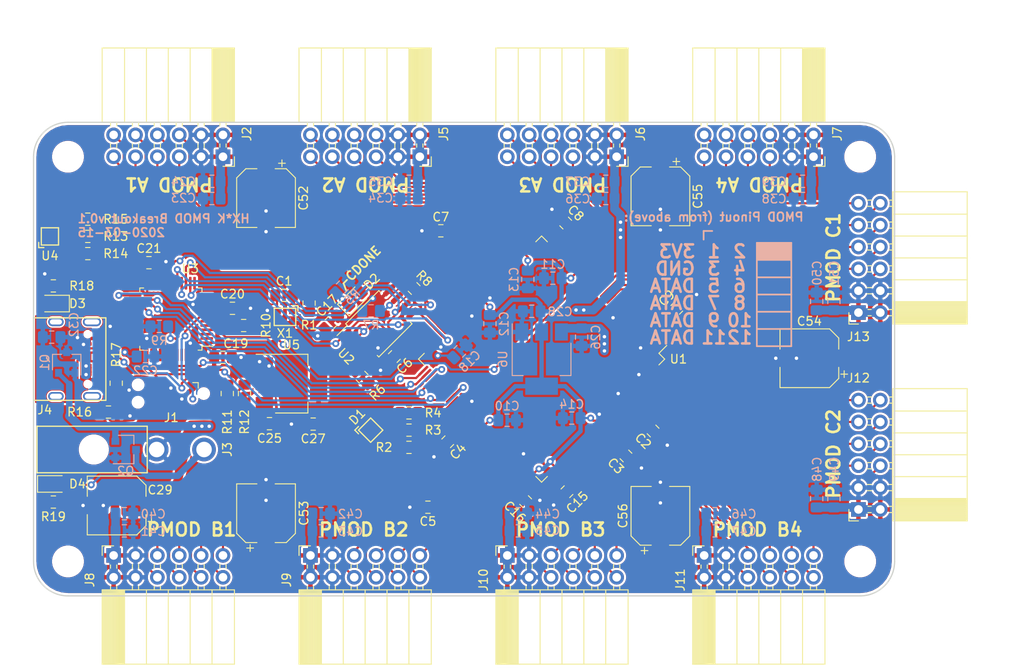
<source format=kicad_pcb>
(kicad_pcb (version 20171130) (host pcbnew 5.0.2+dfsg1-1)
  (layers (0 F.Cu signal) (31 B.Cu signal) (34 B.Paste user) (35 F.Paste user) (36 B.SilkS user) (37 F.SilkS user) (38 B.Mask user) (39 F.Mask user) (44 Edge.Cuts user))
  (net 0 "")
  (net 1 "Net-(R14-Pad1)")
  (net 2 "Net-(R13-Pad1)")
  (net 3 +3V3)
  (net 4 "Net-(R15-Pad1)")
  (net 5 "Net-(D1-Pad2)")
  (net 6 "Net-(D1-Pad4)")
  (net 7 "Net-(D1-Pad3)")
  (net 8 "Net-(R1-Pad1)")
  (net 9 GND)
  (net 10 "Net-(D4-Pad1)")
  (net 11 "Net-(J4-PadB5)")
  (net 12 "Net-(J4-PadA5)")
  (net 13 /Sheet5E6E6210/TIM1_CH1)
  (net 14 /Sheet5E6E6210/TIM1_CH3)
  (net 15 /Sheet5E6E6210/SWDIO)
  (net 16 /Sheet5E6E6210/SWCLK)
  (net 17 /Sheet5E6E6210/~MCU_RESET)
  (net 18 /~FPGA_RESET)
  (net 19 /Sheet5E6E6210/TIM1_CH2)
  (net 20 /Sheet5E6E5EAE/LED_RED)
  (net 21 /Sheet5E6E5EAE/LED_GREEN)
  (net 22 /Sheet5E6E5EAE/LED_BLUE)
  (net 23 "Net-(D2-Pad1)")
  (net 24 "Net-(R6-Pad1)")
  (net 25 "Net-(R7-Pad2)")
  (net 26 "Net-(R9-Pad2)")
  (net 27 +5V)
  (net 28 +1V2)
  (net 29 /Sheet5E6E65DF/VUSB)
  (net 30 /~FPGA_FLASH_CS)
  (net 31 /FPGA_FLASH_MISO)
  (net 32 /FPGA_FLASH_MOSI)
  (net 33 /FPGA_FLASH_SCK)
  (net 34 "Net-(U1-Pad32)")
  (net 35 "Net-(U1-Pad33)")
  (net 36 "Net-(U1-Pad34)")
  (net 37 "Net-(U1-Pad35)")
  (net 38 "Net-(U1-Pad36)")
  (net 39 "Net-(U1-Pad50)")
  (net 40 "Net-(U1-Pad51)")
  (net 41 "Net-(U1-Pad58)")
  (net 42 "Net-(D2-Pad2)")
  (net 43 "Net-(U1-Pad77)")
  (net 44 "Net-(U1-Pad78)")
  (net 45 "Net-(U1-Pad79)")
  (net 46 "Net-(U1-Pad80)")
  (net 47 "Net-(U1-Pad87)")
  (net 48 "Net-(U1-Pad109)")
  (net 49 "Net-(U1-Pad110)")
  (net 50 "Net-(U1-Pad112)")
  (net 51 "Net-(U1-Pad113)")
  (net 52 "Net-(U1-Pad133)")
  (net 53 "Net-(U3-Pad2)")
  (net 54 "Net-(U3-Pad3)")
  (net 55 "Net-(U3-Pad4)")
  (net 56 /12MHZ_OSC)
  (net 57 "Net-(U3-Pad6)")
  (net 58 "Net-(U3-Pad10)")
  (net 59 "Net-(U3-Pad11)")
  (net 60 "Net-(U3-Pad12)")
  (net 61 "Net-(U3-Pad13)")
  (net 62 "Net-(U3-Pad18)")
  (net 63 "Net-(U3-Pad19)")
  (net 64 "Net-(U3-Pad20)")
  (net 65 "Net-(U3-Pad22)")
  (net 66 /~FPGA_SLAVE_SPI_CS)
  (net 67 /FPGA_SLAVE_SPI_SCK)
  (net 68 /FPGA_SLAVE_SPI_MISO)
  (net 69 /FPGA_SLAVE_SPI_MOSI)
  (net 70 /MCU_USB_D-)
  (net 71 /MCU_USB_D+)
  (net 72 "Net-(U3-Pad38)")
  (net 73 "Net-(U3-Pad39)")
  (net 74 "Net-(U3-Pad40)")
  (net 75 "Net-(U3-Pad41)")
  (net 76 /FPGA_UART_RX)
  (net 77 "Net-(U3-Pad45)")
  (net 78 "Net-(U3-Pad46)")
  (net 79 "Net-(J4-PadB8)")
  (net 80 "Net-(J4-PadA8)")
  (net 81 "Net-(J1-Pad6)")
  (net 82 "Net-(J1-Pad7)")
  (net 83 "Net-(J1-Pad8)")
  (net 84 "Net-(D3-Pad1)")
  (net 85 /Sheet5E6E5EAE/PMOD_C2_D4)
  (net 86 /Sheet5E6E5EAE/PMOD_C2_D0)
  (net 87 /Sheet5E6E5EAE/PMOD_C2_D5)
  (net 88 /Sheet5E6E5EAE/PMOD_C2_D1)
  (net 89 /Sheet5E6E5EAE/PMOD_C2_D6)
  (net 90 /Sheet5E6E5EAE/PMOD_C2_D2)
  (net 91 /Sheet5E6E5EAE/PMOD_C2_D7)
  (net 92 /Sheet5E6E5EAE/PMOD_C2_D3)
  (net 93 /Sheet5E6E5EAE/PMOD_C1_D4)
  (net 94 /Sheet5E6E5EAE/PMOD_C1_D0)
  (net 95 /Sheet5E6E5EAE/PMOD_C1_D5)
  (net 96 /Sheet5E6E5EAE/PMOD_C1_D1)
  (net 97 /Sheet5E6E5EAE/PMOD_C1_D6)
  (net 98 /Sheet5E6E5EAE/PMOD_C1_D2)
  (net 99 /Sheet5E6E5EAE/PMOD_C1_D7)
  (net 100 /Sheet5E6E5EAE/PMOD_C1_D3)
  (net 101 /Sheet5E6E5EAE/PMOD_B4_D3)
  (net 102 /Sheet5E6E5EAE/PMOD_B4_D7)
  (net 103 /Sheet5E6E5EAE/PMOD_B4_D2)
  (net 104 /Sheet5E6E5EAE/PMOD_B4_D6)
  (net 105 /Sheet5E6E5EAE/PMOD_B4_D1)
  (net 106 /Sheet5E6E5EAE/PMOD_B4_D5)
  (net 107 /Sheet5E6E5EAE/PMOD_B4_D0)
  (net 108 /Sheet5E6E5EAE/PMOD_B4_D4)
  (net 109 /Sheet5E6E5EAE/PMOD_B3_D3)
  (net 110 /Sheet5E6E5EAE/PMOD_B3_D7)
  (net 111 /Sheet5E6E5EAE/PMOD_B3_D2)
  (net 112 /Sheet5E6E5EAE/PMOD_B3_D6)
  (net 113 /Sheet5E6E5EAE/PMOD_B3_D1)
  (net 114 /Sheet5E6E5EAE/PMOD_B3_D5)
  (net 115 /Sheet5E6E5EAE/PMOD_B3_D0)
  (net 116 /Sheet5E6E5EAE/PMOD_B3_D4)
  (net 117 /Sheet5E6E5EAE/PMOD_A1_D3)
  (net 118 /Sheet5E6E5EAE/PMOD_A1_D7)
  (net 119 /Sheet5E6E5EAE/PMOD_A1_D2)
  (net 120 /Sheet5E6E5EAE/PMOD_A1_D6)
  (net 121 /Sheet5E6E5EAE/PMOD_A1_D1)
  (net 122 /Sheet5E6E5EAE/PMOD_A1_D5)
  (net 123 /Sheet5E6E5EAE/PMOD_A1_D0)
  (net 124 /Sheet5E6E5EAE/PMOD_A1_D4)
  (net 125 /Sheet5E6E5EAE/PMOD_B2_D3)
  (net 126 /Sheet5E6E5EAE/PMOD_B2_D7)
  (net 127 /Sheet5E6E5EAE/PMOD_B2_D2)
  (net 128 /Sheet5E6E5EAE/PMOD_B2_D6)
  (net 129 /Sheet5E6E5EAE/PMOD_B2_D1)
  (net 130 /Sheet5E6E5EAE/PMOD_B2_D5)
  (net 131 /Sheet5E6E5EAE/PMOD_B2_D0)
  (net 132 /Sheet5E6E5EAE/PMOD_B2_D4)
  (net 133 /Sheet5E6E5EAE/PMOD_A2_D3)
  (net 134 /Sheet5E6E5EAE/PMOD_A2_D7)
  (net 135 /Sheet5E6E5EAE/PMOD_A2_D2)
  (net 136 /Sheet5E6E5EAE/PMOD_A2_D6)
  (net 137 /Sheet5E6E5EAE/PMOD_A2_D1)
  (net 138 /Sheet5E6E5EAE/PMOD_A2_D5)
  (net 139 /Sheet5E6E5EAE/PMOD_A2_D0)
  (net 140 /Sheet5E6E5EAE/PMOD_A2_D4)
  (net 141 /Sheet5E6E5EAE/PMOD_A3_D3)
  (net 142 /Sheet5E6E5EAE/PMOD_A3_D7)
  (net 143 /Sheet5E6E5EAE/PMOD_A3_D2)
  (net 144 /Sheet5E6E5EAE/PMOD_A3_D6)
  (net 145 /Sheet5E6E5EAE/PMOD_A3_D1)
  (net 146 /Sheet5E6E5EAE/PMOD_A3_D5)
  (net 147 /Sheet5E6E5EAE/PMOD_A3_D0)
  (net 148 /Sheet5E6E5EAE/PMOD_A3_D4)
  (net 149 /Sheet5E6E5EAE/PMOD_B1_D4)
  (net 150 /Sheet5E6E5EAE/PMOD_B1_D0)
  (net 151 /Sheet5E6E5EAE/PMOD_B1_D5)
  (net 152 /Sheet5E6E5EAE/PMOD_B1_D1)
  (net 153 /Sheet5E6E5EAE/PMOD_B1_D6)
  (net 154 /Sheet5E6E5EAE/PMOD_B1_D2)
  (net 155 /Sheet5E6E5EAE/PMOD_B1_D7)
  (net 156 /Sheet5E6E5EAE/PMOD_B1_D3)
  (net 157 /Sheet5E6E5EAE/PMOD_A4_D3)
  (net 158 /Sheet5E6E5EAE/PMOD_A4_D7)
  (net 159 /Sheet5E6E5EAE/PMOD_A4_D2)
  (net 160 /Sheet5E6E5EAE/PMOD_A4_D6)
  (net 161 /Sheet5E6E5EAE/PMOD_A4_D1)
  (net 162 /Sheet5E6E5EAE/PMOD_A4_D5)
  (net 163 /Sheet5E6E5EAE/PMOD_A4_D0)
  (net 164 /Sheet5E6E5EAE/PMOD_A4_D4)
  (net 165 "Net-(U1-Pad62)")
  (net 166 "Net-(U1-Pad63)")
  (net 167 "Net-(U1-Pad64)")
  (net 168 /FPGA_UART_TX)
  (net 169 "Net-(D4-Pad2)")
  (module _LEDs:LED_Cree_PLCC4_RGB (layer F.Cu) (at 24.9 43.25 270)
    (fp_text reference U4 (at 2.25 0) (layer F.SilkS))
    (fp_text value LED_ABGR)
    (pad 3 smd rect (at -0.75 -0.55 270) (size 1 0.8) (layers F.Cu F.Paste F.Mask) (net 2 "Net-(R13-Pad1)"))
    (pad 4 smd rect (at 0.75 -0.55 270) (size 1 0.8) (layers F.Cu F.Paste F.Mask) (net 1 "Net-(R14-Pad1)"))
    (pad 1 smd rect (at 0.75 0.55 270) (size 1 0.8) (layers F.Cu F.Paste F.Mask) (net 3 +3V3))
    (pad 2 smd rect (at -0.75 0.55 270) (size 1 0.8) (layers F.Cu F.Paste F.Mask) (net 4 "Net-(R15-Pad1)"))
  )
  (module _LEDs:LED_Cree_PLCC4_RGB (layer F.Cu) (at 62.15 65.75 225)
    (fp_text reference D1 (at 0 2.2 225) (layer F.SilkS))
    (fp_text value LED_ABGR)
    (pad 3 smd rect (at -0.75 -0.55 225) (size 1 0.8) (layers F.Cu F.Paste F.Mask) (net 7 "Net-(D1-Pad3)"))
    (pad 4 smd rect (at 0.75 -0.55 225) (size 1 0.8) (layers F.Cu F.Paste F.Mask) (net 6 "Net-(D1-Pad4)"))
    (pad 1 smd rect (at 0.75 0.55 225) (size 1 0.8) (layers F.Cu F.Paste F.Mask) (net 3 +3V3))
    (pad 2 smd rect (at -0.75 0.55 225) (size 1 0.8) (layers F.Cu F.Paste F.Mask) (net 5 "Net-(D1-Pad2)"))
  )
  (module _Oscillators:XTAL_OSC_ECS_2520 (layer F.Cu) (at 52.2 52.6)
    (fp_text reference X1 (at 0 1.9) (layer F.SilkS))
    (fp_text value ECS-2520MV-120)
    (pad 3 smd rect (at -0.925 0.725) (size 0.9 0.8) (layers F.Cu F.Paste F.Mask) (net 56 /12MHZ_OSC))
    (pad 4 smd rect (at 0.925 0.725) (size 0.9 0.8) (layers F.Cu F.Paste F.Mask) (net 3 +3V3))
    (pad 2 smd rect (at -0.925 -0.725) (size 0.9 0.8) (layers F.Cu F.Paste F.Mask) (net 9 GND))
    (pad 1 smd rect (at 0.925 -0.725) (size 0.9 0.8) (layers F.Cu F.Paste F.Mask) (net 8 "Net-(R1-Pad1)"))
  )
  (module _Connector_Molex:Conn_Molex_Mini-Fit-JR_2pos_RA_4.2mm (layer F.Cu) (at 30 68 270)
    (fp_text reference J3 (at 0 -15.5 270) (layer F.SilkS))
    (fp_text value Conn_01x02)
    (pad 1 thru_hole circle (at 0 -7.3 270) (size 2.75 2.75) (drill 1.8) (layers *.Cu *.Mask) (net 9 GND))
    (pad "" np_thru_hole circle (at 0 0 270) (size 3 3) (drill 3) (layers *.Cu *.Mask))
    (pad 2 thru_hole circle (at 0 -12.8 270) (size 2.75 2.75) (drill 1.8) (layers *.Cu *.Mask) (net 169 "Net-(D4-Pad2)"))
    (pad "" np_thru_hole circle (at 0 0 270) (size 3 3) (drill 3) (layers *.Cu *.Mask))
  )
  (module LED_SMD:LED_0805_2012Metric_Pad1.15x1.40mm_HandSolder (layer F.Cu) (at 25.325 72)
    (fp_text reference D4 (at 2.775 0) (layer F.SilkS))
    (fp_text value LED_GRN)
    (pad 1 smd roundrect (at -1.025 0) (size 1.15 1.4) (layers F.Cu F.Paste F.Mask) (roundrect_rratio 0.217391) (net 10 "Net-(D4-Pad1)"))
    (pad 2 smd roundrect (at 1.025 0) (size 1.15 1.4) (layers F.Cu F.Paste F.Mask) (roundrect_rratio 0.217391) (net 169 "Net-(D4-Pad2)"))
  )
  (module Resistor_SMD:R_0805_2012Metric_Pad1.15x1.40mm_HandSolder (layer F.Cu) (at 25.3 74.1)
    (fp_text reference R19 (at 0 1.7) (layer F.SilkS))
    (fp_text value 330R)
    (pad 1 smd roundrect (at -1.025 0) (size 1.15 1.4) (layers F.Cu F.Paste F.Mask) (roundrect_rratio 0.217391) (net 10 "Net-(D4-Pad1)"))
    (pad 2 smd roundrect (at 1.025 0) (size 1.15 1.4) (layers F.Cu F.Paste F.Mask) (roundrect_rratio 0.217391) (net 9 GND))
  )
  (module Logo:fishbox_5mm_600dpi (layer B.Cu) (at 26 42 180)
    (fp_text reference U7 hide)
    (fp_text value ART hide)
  )
  (module Package_TO_SOT_SMD:SC-59 (layer B.Cu) (at 33.7 68)
    (fp_text reference Q2 (at 0 2.5) (layer B.SilkS) (effects (justify mirror)))
    (fp_text value DMG3401LSN-7)
    (pad 1 smd rect (at -1.2 0.95) (size 0.9 0.8) (layers B.Cu B.Paste B.Mask) (net 9 GND))
    (pad 2 smd rect (at -1.2 -0.95) (size 0.9 0.8) (layers B.Cu B.Paste B.Mask) (net 27 +5V))
    (pad 3 smd rect (at 1.2 0) (size 0.9 0.8) (layers B.Cu B.Paste B.Mask) (net 169 "Net-(D4-Pad2)"))
  )
  (module Capacitor_SMD:C_0805_2012Metric_Pad1.15x1.40mm_HandSolder (layer B.Cu) (at 43.7 38.85 180)
    (fp_text reference C23 (at 3.3 0.05 180) (layer B.SilkS) (effects (justify mirror)))
    (fp_text value 0.1uF)
    (pad 2 smd roundrect (at 1.025 0 180) (size 1.15 1.4) (layers B.Cu B.Paste B.Mask) (roundrect_rratio 0.217391) (net 9 GND))
    (pad 1 smd roundrect (at -1.025 0 180) (size 1.15 1.4) (layers B.Cu B.Paste B.Mask) (roundrect_rratio 0.217391) (net 3 +3V3))
  )
  (module Capacitor_SMD:C_0805_2012Metric_Pad1.15x1.40mm_HandSolder (layer B.Cu) (at 66.6 38.85 180)
    (fp_text reference C34 (at 3.3 0.05 180) (layer B.SilkS) (effects (justify mirror)))
    (fp_text value 0.1uF)
    (pad 1 smd roundrect (at -1.025 0 180) (size 1.15 1.4) (layers B.Cu B.Paste B.Mask) (roundrect_rratio 0.217391) (net 3 +3V3))
    (pad 2 smd roundrect (at 1.025 0 180) (size 1.15 1.4) (layers B.Cu B.Paste B.Mask) (roundrect_rratio 0.217391) (net 9 GND))
  )
  (module Capacitor_SMD:C_0805_2012Metric_Pad1.15x1.40mm_HandSolder (layer B.Cu) (at 89.45 38.85 180)
    (fp_text reference C36 (at 3.25 -0.05 180) (layer B.SilkS) (effects (justify mirror)))
    (fp_text value 0.1uF)
    (pad 2 smd roundrect (at 1.025 0 180) (size 1.15 1.4) (layers B.Cu B.Paste B.Mask) (roundrect_rratio 0.217391) (net 9 GND))
    (pad 1 smd roundrect (at -1.025 0 180) (size 1.15 1.4) (layers B.Cu B.Paste B.Mask) (roundrect_rratio 0.217391) (net 3 +3V3))
  )
  (module Capacitor_SMD:C_0805_2012Metric_Pad1.15x1.40mm_HandSolder (layer B.Cu) (at 112.3 38.85 180)
    (fp_text reference C38 (at 3.3 -0.05 180) (layer B.SilkS) (effects (justify mirror)))
    (fp_text value 0.1uF)
    (pad 1 smd roundrect (at -1.025 0 180) (size 1.15 1.4) (layers B.Cu B.Paste B.Mask) (roundrect_rratio 0.217391) (net 3 +3V3))
    (pad 2 smd roundrect (at 1.025 0 180) (size 1.15 1.4) (layers B.Cu B.Paste B.Mask) (roundrect_rratio 0.217391) (net 9 GND))
  )
  (module Capacitor_SMD:C_0805_2012Metric_Pad1.15x1.40mm_HandSolder (layer B.Cu) (at 33.55 75.45)
    (fp_text reference C40 (at 3.35 0.05) (layer B.SilkS) (effects (justify mirror)))
    (fp_text value 0.1uF)
    (pad 2 smd roundrect (at 1.025 0) (size 1.15 1.4) (layers B.Cu B.Paste B.Mask) (roundrect_rratio 0.217391) (net 9 GND))
    (pad 1 smd roundrect (at -1.025 0) (size 1.15 1.4) (layers B.Cu B.Paste B.Mask) (roundrect_rratio 0.217391) (net 3 +3V3))
  )
  (module Capacitor_SMD:C_0805_2012Metric_Pad1.15x1.40mm_HandSolder (layer B.Cu) (at 113.95 50.8 90)
    (fp_text reference C50 (at 3.3 0.05 90) (layer B.SilkS) (effects (justify mirror)))
    (fp_text value 0.1uF)
    (pad 1 smd roundrect (at -1.025 0 90) (size 1.15 1.4) (layers B.Cu B.Paste B.Mask) (roundrect_rratio 0.217391) (net 3 +3V3))
    (pad 2 smd roundrect (at 1.025 0 90) (size 1.15 1.4) (layers B.Cu B.Paste B.Mask) (roundrect_rratio 0.217391) (net 9 GND))
  )
  (module Capacitor_SMD:C_0805_2012Metric_Pad1.15x1.40mm_HandSolder (layer B.Cu) (at 56.4 75.45)
    (fp_text reference C42 (at 3.4 0.05) (layer B.SilkS) (effects (justify mirror)))
    (fp_text value 0.1uF)
    (pad 2 smd roundrect (at 1.025 0) (size 1.15 1.4) (layers B.Cu B.Paste B.Mask) (roundrect_rratio 0.217391) (net 9 GND))
    (pad 1 smd roundrect (at -1.025 0) (size 1.15 1.4) (layers B.Cu B.Paste B.Mask) (roundrect_rratio 0.217391) (net 3 +3V3))
  )
  (module Capacitor_SMD:C_0805_2012Metric_Pad1.15x1.40mm_HandSolder (layer B.Cu) (at 113.95 73.7 90)
    (fp_text reference C48 (at 3.4 0.05 90) (layer B.SilkS) (effects (justify mirror)))
    (fp_text value 0.1uF)
    (pad 1 smd roundrect (at -1.025 0 90) (size 1.15 1.4) (layers B.Cu B.Paste B.Mask) (roundrect_rratio 0.217391) (net 3 +3V3))
    (pad 2 smd roundrect (at 1.025 0 90) (size 1.15 1.4) (layers B.Cu B.Paste B.Mask) (roundrect_rratio 0.217391) (net 9 GND))
  )
  (module Capacitor_SMD:C_0805_2012Metric_Pad1.15x1.40mm_HandSolder (layer B.Cu) (at 102.15 75.45)
    (fp_text reference C46 (at 3.35 0.05) (layer B.SilkS) (effects (justify mirror)))
    (fp_text value 0.1uF)
    (pad 2 smd roundrect (at 1.025 0) (size 1.15 1.4) (layers B.Cu B.Paste B.Mask) (roundrect_rratio 0.217391) (net 9 GND))
    (pad 1 smd roundrect (at -1.025 0) (size 1.15 1.4) (layers B.Cu B.Paste B.Mask) (roundrect_rratio 0.217391) (net 3 +3V3))
  )
  (module Capacitor_SMD:C_0805_2012Metric_Pad1.15x1.40mm_HandSolder (layer B.Cu) (at 79.3 75.45)
    (fp_text reference C44 (at 3.4 0.05) (layer B.SilkS) (effects (justify mirror)))
    (fp_text value 0.1uF)
    (pad 1 smd roundrect (at -1.025 0) (size 1.15 1.4) (layers B.Cu B.Paste B.Mask) (roundrect_rratio 0.217391) (net 3 +3V3))
    (pad 2 smd roundrect (at 1.025 0) (size 1.15 1.4) (layers B.Cu B.Paste B.Mask) (roundrect_rratio 0.217391) (net 9 GND))
  )
  (module Capacitor_SMD:CP_Elec_6.3x5.8 (layer F.Cu) (at 95.8 38.6 270)
    (fp_text reference C55 (at 0 -4.35 270) (layer F.SilkS))
    (fp_text value 100uF)
    (pad 2 smd roundrect (at 2.7 0 270) (size 3.5 1.6) (layers F.Cu F.Paste F.Mask) (roundrect_rratio 0.15625) (net 9 GND))
    (pad 1 smd roundrect (at -2.7 0 270) (size 3.5 1.6) (layers F.Cu F.Paste F.Mask) (roundrect_rratio 0.15625) (net 3 +3V3))
  )
  (module Capacitor_SMD:CP_Elec_6.3x5.8 (layer F.Cu) (at 95.8 75.7 90)
    (fp_text reference C56 (at 0 -4.35 90) (layer F.SilkS))
    (fp_text value 100uF)
    (pad 1 smd roundrect (at -2.7 0 90) (size 3.5 1.6) (layers F.Cu F.Paste F.Mask) (roundrect_rratio 0.15625) (net 3 +3V3))
    (pad 2 smd roundrect (at 2.7 0 90) (size 3.5 1.6) (layers F.Cu F.Paste F.Mask) (roundrect_rratio 0.15625) (net 9 GND))
  )
  (module Capacitor_SMD:CP_Elec_6.3x5.8 (layer F.Cu) (at 50 38.8 270)
    (fp_text reference C52 (at 0 -4.35 270) (layer F.SilkS))
    (fp_text value 100uF)
    (pad 1 smd roundrect (at -2.7 0 270) (size 3.5 1.6) (layers F.Cu F.Paste F.Mask) (roundrect_rratio 0.15625) (net 3 +3V3))
    (pad 2 smd roundrect (at 2.7 0 270) (size 3.5 1.6) (layers F.Cu F.Paste F.Mask) (roundrect_rratio 0.15625) (net 9 GND))
  )
  (module Capacitor_SMD:CP_Elec_6.3x5.8 (layer F.Cu) (at 50 75.4 90)
    (fp_text reference C53 (at 0 4.4 90) (layer F.SilkS))
    (fp_text value 100uF)
    (pad 2 smd roundrect (at 2.7 0 90) (size 3.5 1.6) (layers F.Cu F.Paste F.Mask) (roundrect_rratio 0.15625) (net 9 GND))
    (pad 1 smd roundrect (at -2.7 0 90) (size 3.5 1.6) (layers F.Cu F.Paste F.Mask) (roundrect_rratio 0.15625) (net 3 +3V3))
  )
  (module Capacitor_SMD:CP_Elec_6.3x5.8 (layer F.Cu) (at 113.1 57.4 180)
    (fp_text reference C54 (at 0 4.3) (layer F.SilkS))
    (fp_text value 100uF)
    (pad 1 smd roundrect (at -2.7 0 180) (size 3.5 1.6) (layers F.Cu F.Paste F.Mask) (roundrect_rratio 0.15625) (net 3 +3V3))
    (pad 2 smd roundrect (at 2.7 0 180) (size 3.5 1.6) (layers F.Cu F.Paste F.Mask) (roundrect_rratio 0.15625) (net 9 GND))
  )
  (module MountingHole:MountingHole_3.2mm_M3 (layer F.Cu) (at 27 81)
    (fp_text reference H4 hide)
    (fp_text value MountingHole hide)
    (pad 1 np_thru_hole circle (at 0 0) (size 3.2 3.2) (drill 3.2) (layers *.Cu *.Mask))
  )
  (module MountingHole:MountingHole_3.2mm_M3 (layer F.Cu) (at 27 34)
    (fp_text reference H3 hide)
    (fp_text value MountingHole hide)
    (pad 1 np_thru_hole circle (at 0 0) (size 3.2 3.2) (drill 3.2) (layers *.Cu *.Mask))
  )
  (module MountingHole:MountingHole_3.2mm_M3 (layer F.Cu) (at 119 81)
    (fp_text reference H2 hide)
    (fp_text value MountingHole hide)
    (pad 1 np_thru_hole circle (at 0 0) (size 3.2 3.2) (drill 3.2) (layers *.Cu *.Mask))
  )
  (module MountingHole:MountingHole_3.2mm_M3 (layer F.Cu) (at 119 34)
    (fp_text reference H1 hide)
    (fp_text value MountingHole hide)
    (pad 1 np_thru_hole circle (at 0 0) (size 3.2 3.2) (drill 3.2) (layers *.Cu *.Mask))
  )
  (module Capacitor_SMD:CP_Elec_6.3x5.8 (layer F.Cu) (at 32.65 74.5 180)
    (fp_text reference C29 (at -5.05 1.8) (layer F.SilkS))
    (fp_text value 100uF)
    (pad 1 smd roundrect (at -2.7 0 180) (size 3.5 1.6) (layers F.Cu F.Paste F.Mask) (roundrect_rratio 0.15625) (net 27 +5V))
    (pad 2 smd roundrect (at 2.7 0 180) (size 3.5 1.6) (layers F.Cu F.Paste F.Mask) (roundrect_rratio 0.15625) (net 9 GND))
  )
  (module Capacitor_SMD:C_0805_2012Metric_Pad1.15x1.40mm_HandSolder (layer B.Cu) (at 115.95 73.7 90)
    (fp_text reference C49 (at 3.4 0.05 90) (layer B.SilkS) (effects (justify mirror)))
    (fp_text value 1uF)
    (pad 2 smd roundrect (at 1.025 0 90) (size 1.15 1.4) (layers B.Cu B.Paste B.Mask) (roundrect_rratio 0.217391) (net 9 GND))
    (pad 1 smd roundrect (at -1.025 0 90) (size 1.15 1.4) (layers B.Cu B.Paste B.Mask) (roundrect_rratio 0.217391) (net 3 +3V3))
  )
  (module Capacitor_SMD:C_0805_2012Metric_Pad1.15x1.40mm_HandSolder (layer B.Cu) (at 115.95 50.8 90)
    (fp_text reference C51 (at 3.3 0.05 90) (layer B.SilkS) (effects (justify mirror)))
    (fp_text value 1uF)
    (pad 2 smd roundrect (at 1.025 0 90) (size 1.15 1.4) (layers B.Cu B.Paste B.Mask) (roundrect_rratio 0.217391) (net 9 GND))
    (pad 1 smd roundrect (at -1.025 0 90) (size 1.15 1.4) (layers B.Cu B.Paste B.Mask) (roundrect_rratio 0.217391) (net 3 +3V3))
  )
  (module Capacitor_SMD:C_0805_2012Metric_Pad1.15x1.40mm_HandSolder (layer B.Cu) (at 102.15 77.45)
    (fp_text reference C47 (at 3.35 0.05) (layer B.SilkS) (effects (justify mirror)))
    (fp_text value 1uF)
    (pad 1 smd roundrect (at -1.025 0) (size 1.15 1.4) (layers B.Cu B.Paste B.Mask) (roundrect_rratio 0.217391) (net 3 +3V3))
    (pad 2 smd roundrect (at 1.025 0) (size 1.15 1.4) (layers B.Cu B.Paste B.Mask) (roundrect_rratio 0.217391) (net 9 GND))
  )
  (module Capacitor_SMD:C_0805_2012Metric_Pad1.15x1.40mm_HandSolder (layer B.Cu) (at 25.1 54.95 180)
    (fp_text reference C32 (at -2.6 1.45 270) (layer B.SilkS) (effects (justify mirror)))
    (fp_text value 10uF)
    (pad 1 smd roundrect (at -1.025 0 180) (size 1.15 1.4) (layers B.Cu B.Paste B.Mask) (roundrect_rratio 0.217391) (net 29 /Sheet5E6E65DF/VUSB))
    (pad 2 smd roundrect (at 1.025 0 180) (size 1.15 1.4) (layers B.Cu B.Paste B.Mask) (roundrect_rratio 0.217391) (net 9 GND))
  )
  (module Capacitor_SMD:C_0805_2012Metric_Pad1.15x1.40mm_HandSolder (layer B.Cu) (at 89.45 36.85 180)
    (fp_text reference C37 (at 3.25 -0.05 180) (layer B.SilkS) (effects (justify mirror)))
    (fp_text value 1uF)
    (pad 1 smd roundrect (at -1.025 0 180) (size 1.15 1.4) (layers B.Cu B.Paste B.Mask) (roundrect_rratio 0.217391) (net 3 +3V3))
    (pad 2 smd roundrect (at 1.025 0 180) (size 1.15 1.4) (layers B.Cu B.Paste B.Mask) (roundrect_rratio 0.217391) (net 9 GND))
  )
  (module Capacitor_SMD:C_0805_2012Metric_Pad1.15x1.40mm_HandSolder (layer B.Cu) (at 66.6 36.85 180)
    (fp_text reference C35 (at 3.3 -0.05 180) (layer B.SilkS) (effects (justify mirror)))
    (fp_text value 1uF)
    (pad 1 smd roundrect (at -1.025 0 180) (size 1.15 1.4) (layers B.Cu B.Paste B.Mask) (roundrect_rratio 0.217391) (net 3 +3V3))
    (pad 2 smd roundrect (at 1.025 0 180) (size 1.15 1.4) (layers B.Cu B.Paste B.Mask) (roundrect_rratio 0.217391) (net 9 GND))
  )
  (module Capacitor_SMD:C_0805_2012Metric_Pad1.15x1.40mm_HandSolder (layer B.Cu) (at 79.3 77.45)
    (fp_text reference C45 (at 3.4 -0.05) (layer B.SilkS) (effects (justify mirror)))
    (fp_text value 1uF)
    (pad 1 smd roundrect (at -1.025 0) (size 1.15 1.4) (layers B.Cu B.Paste B.Mask) (roundrect_rratio 0.217391) (net 3 +3V3))
    (pad 2 smd roundrect (at 1.025 0) (size 1.15 1.4) (layers B.Cu B.Paste B.Mask) (roundrect_rratio 0.217391) (net 9 GND))
  )
  (module Capacitor_SMD:C_0805_2012Metric_Pad1.15x1.40mm_HandSolder (layer B.Cu) (at 56.4 77.45)
    (fp_text reference C43 (at 3.4 0.05) (layer B.SilkS) (effects (justify mirror)))
    (fp_text value 1uF)
    (pad 1 smd roundrect (at -1.025 0) (size 1.15 1.4) (layers B.Cu B.Paste B.Mask) (roundrect_rratio 0.217391) (net 3 +3V3))
    (pad 2 smd roundrect (at 1.025 0) (size 1.15 1.4) (layers B.Cu B.Paste B.Mask) (roundrect_rratio 0.217391) (net 9 GND))
  )
  (module Capacitor_SMD:C_0805_2012Metric_Pad1.15x1.40mm_HandSolder (layer B.Cu) (at 33.55 77.45)
    (fp_text reference C41 (at 3.35 0.05) (layer B.SilkS) (effects (justify mirror)))
    (fp_text value 1uF)
    (pad 1 smd roundrect (at -1.025 0) (size 1.15 1.4) (layers B.Cu B.Paste B.Mask) (roundrect_rratio 0.217391) (net 3 +3V3))
    (pad 2 smd roundrect (at 1.025 0) (size 1.15 1.4) (layers B.Cu B.Paste B.Mask) (roundrect_rratio 0.217391) (net 9 GND))
  )
  (module Capacitor_SMD:C_0805_2012Metric_Pad1.15x1.40mm_HandSolder (layer B.Cu) (at 112.3 36.85 180)
    (fp_text reference C39 (at 3.3 -0.05 180) (layer B.SilkS) (effects (justify mirror)))
    (fp_text value 1uF)
    (pad 1 smd roundrect (at -1.025 0 180) (size 1.15 1.4) (layers B.Cu B.Paste B.Mask) (roundrect_rratio 0.217391) (net 3 +3V3))
    (pad 2 smd roundrect (at 1.025 0 180) (size 1.15 1.4) (layers B.Cu B.Paste B.Mask) (roundrect_rratio 0.217391) (net 9 GND))
  )
  (module LED_SMD:LED_0805_2012Metric_Pad1.15x1.40mm_HandSolder (layer F.Cu) (at 25.3 51.05 180)
    (fp_text reference D3 (at -2.8 0) (layer F.SilkS))
    (fp_text value LED_GRN)
    (pad 1 smd roundrect (at -1.025 0 180) (size 1.15 1.4) (layers F.Cu F.Paste F.Mask) (roundrect_rratio 0.217391) (net 84 "Net-(D3-Pad1)"))
    (pad 2 smd roundrect (at 1.025 0 180) (size 1.15 1.4) (layers F.Cu F.Paste F.Mask) (roundrect_rratio 0.217391) (net 29 /Sheet5E6E65DF/VUSB))
  )
  (module Package_TO_SOT_SMD:SOT-223-3_TabPin2 (layer B.Cu) (at 82 57.5 270)
    (fp_text reference U6 (at 0 4.5 270) (layer B.SilkS) (effects (justify mirror)))
    (fp_text value AZ1117-1.2)
    (pad 2 smd rect (at 3.15 0 270) (size 2 3.8) (layers B.Cu B.Paste B.Mask) (net 28 +1V2))
    (pad 2 smd rect (at -3.15 0 270) (size 2 1.5) (layers B.Cu B.Paste B.Mask) (net 28 +1V2))
    (pad 3 smd rect (at -3.15 -2.3 270) (size 2 1.5) (layers B.Cu B.Paste B.Mask) (net 3 +3V3))
    (pad 1 smd rect (at -3.15 2.3 270) (size 2 1.5) (layers B.Cu B.Paste B.Mask) (net 9 GND))
  )
  (module Resistor_SMD:R_0805_2012Metric_Pad1.15x1.40mm_HandSolder (layer F.Cu) (at 25.3 49 180)
    (fp_text reference R18 (at -3.3 0 180) (layer F.SilkS))
    (fp_text value 330R)
    (pad 1 smd roundrect (at -1.025 0 180) (size 1.15 1.4) (layers F.Cu F.Paste F.Mask) (roundrect_rratio 0.217391) (net 84 "Net-(D3-Pad1)"))
    (pad 2 smd roundrect (at 1.025 0 180) (size 1.15 1.4) (layers F.Cu F.Paste F.Mask) (roundrect_rratio 0.217391) (net 9 GND))
  )
  (module Connector_PinSocket_2.54mm:PinSocket_2x06_P2.54mm_Horizontal (layer F.Cu) (at 118.8 74.96 180)
    (fp_text reference J12 (at 0 15.26 180) (layer F.SilkS))
    (fp_text value PMOD)
    (pad 12 thru_hole oval (at -2.54 12.7 180) (size 1.7 1.7) (drill 1) (layers *.Cu *.Mask) (net 85 /Sheet5E6E5EAE/PMOD_C2_D4))
    (pad 11 thru_hole oval (at 0 12.7 180) (size 1.7 1.7) (drill 1) (layers *.Cu *.Mask) (net 86 /Sheet5E6E5EAE/PMOD_C2_D0))
    (pad 10 thru_hole oval (at -2.54 10.16 180) (size 1.7 1.7) (drill 1) (layers *.Cu *.Mask) (net 87 /Sheet5E6E5EAE/PMOD_C2_D5))
    (pad 9 thru_hole oval (at 0 10.16 180) (size 1.7 1.7) (drill 1) (layers *.Cu *.Mask) (net 88 /Sheet5E6E5EAE/PMOD_C2_D1))
    (pad 8 thru_hole oval (at -2.54 7.62 180) (size 1.7 1.7) (drill 1) (layers *.Cu *.Mask) (net 89 /Sheet5E6E5EAE/PMOD_C2_D6))
    (pad 7 thru_hole oval (at 0 7.62 180) (size 1.7 1.7) (drill 1) (layers *.Cu *.Mask) (net 90 /Sheet5E6E5EAE/PMOD_C2_D2))
    (pad 6 thru_hole oval (at -2.54 5.08 180) (size 1.7 1.7) (drill 1) (layers *.Cu *.Mask) (net 91 /Sheet5E6E5EAE/PMOD_C2_D7))
    (pad 5 thru_hole oval (at 0 5.08 180) (size 1.7 1.7) (drill 1) (layers *.Cu *.Mask) (net 92 /Sheet5E6E5EAE/PMOD_C2_D3))
    (pad 4 thru_hole oval (at -2.54 2.54 180) (size 1.7 1.7) (drill 1) (layers *.Cu *.Mask) (net 9 GND))
    (pad 3 thru_hole oval (at 0 2.54 180) (size 1.7 1.7) (drill 1) (layers *.Cu *.Mask) (net 9 GND))
    (pad 2 thru_hole oval (at -2.54 0 180) (size 1.7 1.7) (drill 1) (layers *.Cu *.Mask) (net 3 +3V3))
    (pad 1 thru_hole rect (at 0 0 180) (size 1.7 1.7) (drill 1) (layers *.Cu *.Mask) (net 3 +3V3))
  )
  (module Connector_PinSocket_2.54mm:PinSocket_2x06_P2.54mm_Horizontal (layer F.Cu) (at 118.8 52.1 180)
    (fp_text reference J13 (at 0 -2.8 180) (layer F.SilkS))
    (fp_text value PMOD)
    (pad 12 thru_hole oval (at -2.54 12.7 180) (size 1.7 1.7) (drill 1) (layers *.Cu *.Mask) (net 93 /Sheet5E6E5EAE/PMOD_C1_D4))
    (pad 11 thru_hole oval (at 0 12.7 180) (size 1.7 1.7) (drill 1) (layers *.Cu *.Mask) (net 94 /Sheet5E6E5EAE/PMOD_C1_D0))
    (pad 10 thru_hole oval (at -2.54 10.16 180) (size 1.7 1.7) (drill 1) (layers *.Cu *.Mask) (net 95 /Sheet5E6E5EAE/PMOD_C1_D5))
    (pad 9 thru_hole oval (at 0 10.16 180) (size 1.7 1.7) (drill 1) (layers *.Cu *.Mask) (net 96 /Sheet5E6E5EAE/PMOD_C1_D1))
    (pad 8 thru_hole oval (at -2.54 7.62 180) (size 1.7 1.7) (drill 1) (layers *.Cu *.Mask) (net 97 /Sheet5E6E5EAE/PMOD_C1_D6))
    (pad 7 thru_hole oval (at 0 7.62 180) (size 1.7 1.7) (drill 1) (layers *.Cu *.Mask) (net 98 /Sheet5E6E5EAE/PMOD_C1_D2))
    (pad 6 thru_hole oval (at -2.54 5.08 180) (size 1.7 1.7) (drill 1) (layers *.Cu *.Mask) (net 99 /Sheet5E6E5EAE/PMOD_C1_D7))
    (pad 5 thru_hole oval (at 0 5.08 180) (size 1.7 1.7) (drill 1) (layers *.Cu *.Mask) (net 100 /Sheet5E6E5EAE/PMOD_C1_D3))
    (pad 4 thru_hole oval (at -2.54 2.54 180) (size 1.7 1.7) (drill 1) (layers *.Cu *.Mask) (net 9 GND))
    (pad 3 thru_hole oval (at 0 2.54 180) (size 1.7 1.7) (drill 1) (layers *.Cu *.Mask) (net 9 GND))
    (pad 2 thru_hole oval (at -2.54 0 180) (size 1.7 1.7) (drill 1) (layers *.Cu *.Mask) (net 3 +3V3))
    (pad 1 thru_hole rect (at 0 0 180) (size 1.7 1.7) (drill 1) (layers *.Cu *.Mask) (net 3 +3V3))
  )
  (module Connector_PinSocket_2.54mm:PinSocket_2x06_P2.54mm_Horizontal (layer F.Cu) (at 45 34 270)
    (fp_text reference J2 (at -2.65 -2.77 270) (layer F.SilkS))
    (fp_text value PMOD)
    (pad 1 thru_hole rect (at 0 0 270) (size 1.7 1.7) (drill 1) (layers *.Cu *.Mask) (net 3 +3V3))
    (pad 2 thru_hole oval (at -2.54 0 270) (size 1.7 1.7) (drill 1) (layers *.Cu *.Mask) (net 3 +3V3))
    (pad 3 thru_hole oval (at 0 2.54 270) (size 1.7 1.7) (drill 1) (layers *.Cu *.Mask) (net 9 GND))
    (pad 4 thru_hole oval (at -2.54 2.54 270) (size 1.7 1.7) (drill 1) (layers *.Cu *.Mask) (net 9 GND))
    (pad 5 thru_hole oval (at 0 5.08 270) (size 1.7 1.7) (drill 1) (layers *.Cu *.Mask) (net 117 /Sheet5E6E5EAE/PMOD_A1_D3))
    (pad 6 thru_hole oval (at -2.54 5.08 270) (size 1.7 1.7) (drill 1) (layers *.Cu *.Mask) (net 118 /Sheet5E6E5EAE/PMOD_A1_D7))
    (pad 7 thru_hole oval (at 0 7.62 270) (size 1.7 1.7) (drill 1) (layers *.Cu *.Mask) (net 119 /Sheet5E6E5EAE/PMOD_A1_D2))
    (pad 8 thru_hole oval (at -2.54 7.62 270) (size 1.7 1.7) (drill 1) (layers *.Cu *.Mask) (net 120 /Sheet5E6E5EAE/PMOD_A1_D6))
    (pad 9 thru_hole oval (at 0 10.16 270) (size 1.7 1.7) (drill 1) (layers *.Cu *.Mask) (net 121 /Sheet5E6E5EAE/PMOD_A1_D1))
    (pad 10 thru_hole oval (at -2.54 10.16 270) (size 1.7 1.7) (drill 1) (layers *.Cu *.Mask) (net 122 /Sheet5E6E5EAE/PMOD_A1_D5))
    (pad 11 thru_hole oval (at 0 12.7 270) (size 1.7 1.7) (drill 1) (layers *.Cu *.Mask) (net 123 /Sheet5E6E5EAE/PMOD_A1_D0))
    (pad 12 thru_hole oval (at -2.54 12.7 270) (size 1.7 1.7) (drill 1) (layers *.Cu *.Mask) (net 124 /Sheet5E6E5EAE/PMOD_A1_D4))
  )
  (module Connector_PinSocket_2.54mm:PinSocket_2x06_P2.54mm_Horizontal (layer F.Cu) (at 67.86 34 270)
    (fp_text reference J5 (at -2.65 -2.77 270) (layer F.SilkS))
    (fp_text value PMOD)
    (pad 1 thru_hole rect (at 0 0 270) (size 1.7 1.7) (drill 1) (layers *.Cu *.Mask) (net 3 +3V3))
    (pad 2 thru_hole oval (at -2.54 0 270) (size 1.7 1.7) (drill 1) (layers *.Cu *.Mask) (net 3 +3V3))
    (pad 3 thru_hole oval (at 0 2.54 270) (size 1.7 1.7) (drill 1) (layers *.Cu *.Mask) (net 9 GND))
    (pad 4 thru_hole oval (at -2.54 2.54 270) (size 1.7 1.7) (drill 1) (layers *.Cu *.Mask) (net 9 GND))
    (pad 5 thru_hole oval (at 0 5.08 270) (size 1.7 1.7) (drill 1) (layers *.Cu *.Mask) (net 133 /Sheet5E6E5EAE/PMOD_A2_D3))
    (pad 6 thru_hole oval (at -2.54 5.08 270) (size 1.7 1.7) (drill 1) (layers *.Cu *.Mask) (net 134 /Sheet5E6E5EAE/PMOD_A2_D7))
    (pad 7 thru_hole oval (at 0 7.62 270) (size 1.7 1.7) (drill 1) (layers *.Cu *.Mask) (net 135 /Sheet5E6E5EAE/PMOD_A2_D2))
    (pad 8 thru_hole oval (at -2.54 7.62 270) (size 1.7 1.7) (drill 1) (layers *.Cu *.Mask) (net 136 /Sheet5E6E5EAE/PMOD_A2_D6))
    (pad 9 thru_hole oval (at 0 10.16 270) (size 1.7 1.7) (drill 1) (layers *.Cu *.Mask) (net 137 /Sheet5E6E5EAE/PMOD_A2_D1))
    (pad 10 thru_hole oval (at -2.54 10.16 270) (size 1.7 1.7) (drill 1) (layers *.Cu *.Mask) (net 138 /Sheet5E6E5EAE/PMOD_A2_D5))
    (pad 11 thru_hole oval (at 0 12.7 270) (size 1.7 1.7) (drill 1) (layers *.Cu *.Mask) (net 139 /Sheet5E6E5EAE/PMOD_A2_D0))
    (pad 12 thru_hole oval (at -2.54 12.7 270) (size 1.7 1.7) (drill 1) (layers *.Cu *.Mask) (net 140 /Sheet5E6E5EAE/PMOD_A2_D4))
  )
  (module Connector_PinSocket_2.54mm:PinSocket_2x06_P2.54mm_Horizontal (layer F.Cu) (at 90.72 34 270)
    (fp_text reference J6 (at -2.65 -2.77 270) (layer F.SilkS))
    (fp_text value PMOD)
    (pad 1 thru_hole rect (at 0 0 270) (size 1.7 1.7) (drill 1) (layers *.Cu *.Mask) (net 3 +3V3))
    (pad 2 thru_hole oval (at -2.54 0 270) (size 1.7 1.7) (drill 1) (layers *.Cu *.Mask) (net 3 +3V3))
    (pad 3 thru_hole oval (at 0 2.54 270) (size 1.7 1.7) (drill 1) (layers *.Cu *.Mask) (net 9 GND))
    (pad 4 thru_hole oval (at -2.54 2.54 270) (size 1.7 1.7) (drill 1) (layers *.Cu *.Mask) (net 9 GND))
    (pad 5 thru_hole oval (at 0 5.08 270) (size 1.7 1.7) (drill 1) (layers *.Cu *.Mask) (net 141 /Sheet5E6E5EAE/PMOD_A3_D3))
    (pad 6 thru_hole oval (at -2.54 5.08 270) (size 1.7 1.7) (drill 1) (layers *.Cu *.Mask) (net 142 /Sheet5E6E5EAE/PMOD_A3_D7))
    (pad 7 thru_hole oval (at 0 7.62 270) (size 1.7 1.7) (drill 1) (layers *.Cu *.Mask) (net 143 /Sheet5E6E5EAE/PMOD_A3_D2))
    (pad 8 thru_hole oval (at -2.54 7.62 270) (size 1.7 1.7) (drill 1) (layers *.Cu *.Mask) (net 144 /Sheet5E6E5EAE/PMOD_A3_D6))
    (pad 9 thru_hole oval (at 0 10.16 270) (size 1.7 1.7) (drill 1) (layers *.Cu *.Mask) (net 145 /Sheet5E6E5EAE/PMOD_A3_D1))
    (pad 10 thru_hole oval (at -2.54 10.16 270) (size 1.7 1.7) (drill 1) (layers *.Cu *.Mask) (net 146 /Sheet5E6E5EAE/PMOD_A3_D5))
    (pad 11 thru_hole oval (at 0 12.7 270) (size 1.7 1.7) (drill 1) (layers *.Cu *.Mask) (net 147 /Sheet5E6E5EAE/PMOD_A3_D0))
    (pad 12 thru_hole oval (at -2.54 12.7 270) (size 1.7 1.7) (drill 1) (layers *.Cu *.Mask) (net 148 /Sheet5E6E5EAE/PMOD_A3_D4))
  )
  (module Connector_PinSocket_2.54mm:PinSocket_2x06_P2.54mm_Horizontal (layer F.Cu) (at 113.58 34 270)
    (fp_text reference J7 (at -2.65 -2.77 270) (layer F.SilkS))
    (fp_text value PMOD)
    (pad 1 thru_hole rect (at 0 0 270) (size 1.7 1.7) (drill 1) (layers *.Cu *.Mask) (net 3 +3V3))
    (pad 2 thru_hole oval (at -2.54 0 270) (size 1.7 1.7) (drill 1) (layers *.Cu *.Mask) (net 3 +3V3))
    (pad 3 thru_hole oval (at 0 2.54 270) (size 1.7 1.7) (drill 1) (layers *.Cu *.Mask) (net 9 GND))
    (pad 4 thru_hole oval (at -2.54 2.54 270) (size 1.7 1.7) (drill 1) (layers *.Cu *.Mask) (net 9 GND))
    (pad 5 thru_hole oval (at 0 5.08 270) (size 1.7 1.7) (drill 1) (layers *.Cu *.Mask) (net 157 /Sheet5E6E5EAE/PMOD_A4_D3))
    (pad 6 thru_hole oval (at -2.54 5.08 270) (size 1.7 1.7) (drill 1) (layers *.Cu *.Mask) (net 158 /Sheet5E6E5EAE/PMOD_A4_D7))
    (pad 7 thru_hole oval (at 0 7.62 270) (size 1.7 1.7) (drill 1) (layers *.Cu *.Mask) (net 159 /Sheet5E6E5EAE/PMOD_A4_D2))
    (pad 8 thru_hole oval (at -2.54 7.62 270) (size 1.7 1.7) (drill 1) (layers *.Cu *.Mask) (net 160 /Sheet5E6E5EAE/PMOD_A4_D6))
    (pad 9 thru_hole oval (at 0 10.16 270) (size 1.7 1.7) (drill 1) (layers *.Cu *.Mask) (net 161 /Sheet5E6E5EAE/PMOD_A4_D1))
    (pad 10 thru_hole oval (at -2.54 10.16 270) (size 1.7 1.7) (drill 1) (layers *.Cu *.Mask) (net 162 /Sheet5E6E5EAE/PMOD_A4_D5))
    (pad 11 thru_hole oval (at 0 12.7 270) (size 1.7 1.7) (drill 1) (layers *.Cu *.Mask) (net 163 /Sheet5E6E5EAE/PMOD_A4_D0))
    (pad 12 thru_hole oval (at -2.54 12.7 270) (size 1.7 1.7) (drill 1) (layers *.Cu *.Mask) (net 164 /Sheet5E6E5EAE/PMOD_A4_D4))
  )
  (module Connector_PinSocket_2.54mm:PinSocket_2x06_P2.54mm_Horizontal (layer F.Cu) (at 100.88 80.3 90)
    (fp_text reference J11 (at -2.85 -2.77 90) (layer F.SilkS))
    (fp_text value PMOD)
    (pad 1 thru_hole rect (at 0 0 90) (size 1.7 1.7) (drill 1) (layers *.Cu *.Mask) (net 3 +3V3))
    (pad 2 thru_hole oval (at -2.54 0 90) (size 1.7 1.7) (drill 1) (layers *.Cu *.Mask) (net 3 +3V3))
    (pad 3 thru_hole oval (at 0 2.54 90) (size 1.7 1.7) (drill 1) (layers *.Cu *.Mask) (net 9 GND))
    (pad 4 thru_hole oval (at -2.54 2.54 90) (size 1.7 1.7) (drill 1) (layers *.Cu *.Mask) (net 9 GND))
    (pad 5 thru_hole oval (at 0 5.08 90) (size 1.7 1.7) (drill 1) (layers *.Cu *.Mask) (net 101 /Sheet5E6E5EAE/PMOD_B4_D3))
    (pad 6 thru_hole oval (at -2.54 5.08 90) (size 1.7 1.7) (drill 1) (layers *.Cu *.Mask) (net 102 /Sheet5E6E5EAE/PMOD_B4_D7))
    (pad 7 thru_hole oval (at 0 7.62 90) (size 1.7 1.7) (drill 1) (layers *.Cu *.Mask) (net 103 /Sheet5E6E5EAE/PMOD_B4_D2))
    (pad 8 thru_hole oval (at -2.54 7.62 90) (size 1.7 1.7) (drill 1) (layers *.Cu *.Mask) (net 104 /Sheet5E6E5EAE/PMOD_B4_D6))
    (pad 9 thru_hole oval (at 0 10.16 90) (size 1.7 1.7) (drill 1) (layers *.Cu *.Mask) (net 105 /Sheet5E6E5EAE/PMOD_B4_D1))
    (pad 10 thru_hole oval (at -2.54 10.16 90) (size 1.7 1.7) (drill 1) (layers *.Cu *.Mask) (net 106 /Sheet5E6E5EAE/PMOD_B4_D5))
    (pad 11 thru_hole oval (at 0 12.7 90) (size 1.7 1.7) (drill 1) (layers *.Cu *.Mask) (net 107 /Sheet5E6E5EAE/PMOD_B4_D0))
    (pad 12 thru_hole oval (at -2.54 12.7 90) (size 1.7 1.7) (drill 1) (layers *.Cu *.Mask) (net 108 /Sheet5E6E5EAE/PMOD_B4_D4))
  )
  (module Connector_PinSocket_2.54mm:PinSocket_2x06_P2.54mm_Horizontal (layer F.Cu) (at 78.02 80.3 90)
    (fp_text reference J10 (at -2.85 -2.77 90) (layer F.SilkS))
    (fp_text value PMOD)
    (pad 1 thru_hole rect (at 0 0 90) (size 1.7 1.7) (drill 1) (layers *.Cu *.Mask) (net 3 +3V3))
    (pad 2 thru_hole oval (at -2.54 0 90) (size 1.7 1.7) (drill 1) (layers *.Cu *.Mask) (net 3 +3V3))
    (pad 3 thru_hole oval (at 0 2.54 90) (size 1.7 1.7) (drill 1) (layers *.Cu *.Mask) (net 9 GND))
    (pad 4 thru_hole oval (at -2.54 2.54 90) (size 1.7 1.7) (drill 1) (layers *.Cu *.Mask) (net 9 GND))
    (pad 5 thru_hole oval (at 0 5.08 90) (size 1.7 1.7) (drill 1) (layers *.Cu *.Mask) (net 109 /Sheet5E6E5EAE/PMOD_B3_D3))
    (pad 6 thru_hole oval (at -2.54 5.08 90) (size 1.7 1.7) (drill 1) (layers *.Cu *.Mask) (net 110 /Sheet5E6E5EAE/PMOD_B3_D7))
    (pad 7 thru_hole oval (at 0 7.62 90) (size 1.7 1.7) (drill 1) (layers *.Cu *.Mask) (net 111 /Sheet5E6E5EAE/PMOD_B3_D2))
    (pad 8 thru_hole oval (at -2.54 7.62 90) (size 1.7 1.7) (drill 1) (layers *.Cu *.Mask) (net 112 /Sheet5E6E5EAE/PMOD_B3_D6))
    (pad 9 thru_hole oval (at 0 10.16 90) (size 1.7 1.7) (drill 1) (layers *.Cu *.Mask) (net 113 /Sheet5E6E5EAE/PMOD_B3_D1))
    (pad 10 thru_hole oval (at -2.54 10.16 90) (size 1.7 1.7) (drill 1) (layers *.Cu *.Mask) (net 114 /Sheet5E6E5EAE/PMOD_B3_D5))
    (pad 11 thru_hole oval (at 0 12.7 90) (size 1.7 1.7) (drill 1) (layers *.Cu *.Mask) (net 115 /Sheet5E6E5EAE/PMOD_B3_D0))
    (pad 12 thru_hole oval (at -2.54 12.7 90) (size 1.7 1.7) (drill 1) (layers *.Cu *.Mask) (net 116 /Sheet5E6E5EAE/PMOD_B3_D4))
  )
  (module Connector_PinSocket_2.54mm:PinSocket_2x06_P2.54mm_Horizontal (layer F.Cu) (at 55.16 80.3 90)
    (fp_text reference J9 (at -2.85 -2.77 90) (layer F.SilkS))
    (fp_text value PMOD)
    (pad 1 thru_hole rect (at 0 0 90) (size 1.7 1.7) (drill 1) (layers *.Cu *.Mask) (net 3 +3V3))
    (pad 2 thru_hole oval (at -2.54 0 90) (size 1.7 1.7) (drill 1) (layers *.Cu *.Mask) (net 3 +3V3))
    (pad 3 thru_hole oval (at 0 2.54 90) (size 1.7 1.7) (drill 1) (layers *.Cu *.Mask) (net 9 GND))
    (pad 4 thru_hole oval (at -2.54 2.54 90) (size 1.7 1.7) (drill 1) (layers *.Cu *.Mask) (net 9 GND))
    (pad 5 thru_hole oval (at 0 5.08 90) (size 1.7 1.7) (drill 1) (layers *.Cu *.Mask) (net 125 /Sheet5E6E5EAE/PMOD_B2_D3))
    (pad 6 thru_hole oval (at -2.54 5.08 90) (size 1.7 1.7) (drill 1) (layers *.Cu *.Mask) (net 126 /Sheet5E6E5EAE/PMOD_B2_D7))
    (pad 7 thru_hole oval (at 0 7.62 90) (size 1.7 1.7) (drill 1) (layers *.Cu *.Mask) (net 127 /Sheet5E6E5EAE/PMOD_B2_D2))
    (pad 8 thru_hole oval (at -2.54 7.62 90) (size 1.7 1.7) (drill 1) (layers *.Cu *.Mask) (net 128 /Sheet5E6E5EAE/PMOD_B2_D6))
    (pad 9 thru_hole oval (at 0 10.16 90) (size 1.7 1.7) (drill 1) (layers *.Cu *.Mask) (net 129 /Sheet5E6E5EAE/PMOD_B2_D1))
    (pad 10 thru_hole oval (at -2.54 10.16 90) (size 1.7 1.7) (drill 1) (layers *.Cu *.Mask) (net 130 /Sheet5E6E5EAE/PMOD_B2_D5))
    (pad 11 thru_hole oval (at 0 12.7 90) (size 1.7 1.7) (drill 1) (layers *.Cu *.Mask) (net 131 /Sheet5E6E5EAE/PMOD_B2_D0))
    (pad 12 thru_hole oval (at -2.54 12.7 90) (size 1.7 1.7) (drill 1) (layers *.Cu *.Mask) (net 132 /Sheet5E6E5EAE/PMOD_B2_D4))
  )
  (module _Connector_USB:Conn_USB_C_Receptacle_GCT_USB4105-GF-A (layer F.Cu) (at 23 57.5 270)
    (fp_text reference J4 (at 5.9 -1.3) (layer F.SilkS))
    (fp_text value USB_C_Receptacle_USB2.0)
    (pad ~ thru_hole oval (at 4.32 -6.8 270) (size 1 2.1) (drill oval 0.6 1.7) (layers *.Cu *.Mask))
    (pad "" np_thru_hole circle (at -2.89 -6.28 270) (size 0.65 0.65) (drill 0.65) (layers *.Cu *.Mask))
    (pad ~ thru_hole oval (at -4.32 -2.6 270) (size 1 1.8) (drill oval 0.6 1.4) (layers *.Cu *.Mask))
    (pad ~ thru_hole oval (at -4.32 -6.78 270) (size 1 2.1) (drill oval 0.6 1.7) (layers *.Cu *.Mask))
    (pad B8 smd rect (at -1.75 -7.5 270) (size 0.3 1.15) (layers F.Cu F.Paste F.Mask) (net 79 "Net-(J4-PadB8)"))
    (pad A4 smd rect (at -2.4 -7.5 270) (size 0.6 1.15) (layers F.Cu F.Paste F.Mask) (net 29 /Sheet5E6E65DF/VUSB))
    (pad A1 smd rect (at -3.2 -7.5 270) (size 0.6 1.15) (layers F.Cu F.Paste F.Mask) (net 9 GND))
    (pad "" np_thru_hole circle (at 2.89 -6.28 270) (size 0.65 0.65) (drill 0.65) (layers *.Cu *.Mask))
    (pad A5 smd rect (at -1.25 -7.5 270) (size 0.3 1.15) (layers F.Cu F.Paste F.Mask) (net 12 "Net-(J4-PadA5)"))
    (pad B7 smd rect (at -0.75 -7.5 270) (size 0.3 1.15) (layers F.Cu F.Paste F.Mask) (net 70 /MCU_USB_D-))
    (pad A6 smd rect (at -0.25 -7.5 270) (size 0.3 1.15) (layers F.Cu F.Paste F.Mask) (net 71 /MCU_USB_D+))
    (pad A7 smd rect (at 0.25 -7.5 270) (size 0.3 1.15) (layers F.Cu F.Paste F.Mask) (net 70 /MCU_USB_D-))
    (pad B6 smd rect (at 0.75 -7.5 270) (size 0.3 1.15) (layers F.Cu F.Paste F.Mask) (net 71 /MCU_USB_D+))
    (pad A8 smd rect (at 1.25 -7.5 270) (size 0.3 1.15) (layers F.Cu F.Paste F.Mask) (net 80 "Net-(J4-PadA8)"))
    (pad B5 smd rect (at 1.75 -7.5 270) (size 0.3 1.15) (layers F.Cu F.Paste F.Mask) (net 11 "Net-(J4-PadB5)"))
    (pad B4 smd rect (at 2.4 -7.5 270) (size 0.6 1.15) (layers F.Cu F.Paste F.Mask) (net 29 /Sheet5E6E65DF/VUSB))
    (pad B1 smd rect (at 3.2 -7.5 270) (size 0.6 1.15) (layers F.Cu F.Paste F.Mask) (net 9 GND))
    (pad ~ thru_hole oval (at 4.32 -2.6 270) (size 1 1.8) (drill oval 0.6 1.4) (layers *.Cu *.Mask))
  )
  (module Capacitor_SMD:C_0805_2012Metric_Pad1.15x1.40mm_HandSolder (layer F.Cu) (at 71.1 67.1 45)
    (fp_text reference C4 (at 0.035355 1.661701 45) (layer F.SilkS))
    (fp_text value 10uF)
    (pad 2 smd roundrect (at 1.024999 0 45) (size 1.15 1.4) (layers F.Cu F.Paste F.Mask) (roundrect_rratio 0.217391) (net 3 +3V3))
    (pad 1 smd roundrect (at -1.024999 0 45) (size 1.15 1.4) (layers F.Cu F.Paste F.Mask) (roundrect_rratio 0.217391) (net 9 GND))
  )
  (module Capacitor_SMD:C_0805_2012Metric_Pad1.15x1.40mm_HandSolder (layer F.Cu) (at 64.9 57.2 45)
    (fp_text reference C6 (at 0.070711 1.626346 45) (layer F.SilkS))
    (fp_text value 10uF)
    (pad 1 smd roundrect (at -1.024999 0 45) (size 1.15 1.4) (layers F.Cu F.Paste F.Mask) (roundrect_rratio 0.217391) (net 9 GND))
    (pad 2 smd roundrect (at 1.024999 0 45) (size 1.15 1.4) (layers F.Cu F.Paste F.Mask) (roundrect_rratio 0.217391) (net 3 +3V3))
  )
  (module Capacitor_SMD:C_0805_2012Metric_Pad1.15x1.40mm_HandSolder (layer F.Cu) (at 70.3 42.6 180)
    (fp_text reference C7 (at 0 1.6 180) (layer F.SilkS))
    (fp_text value 1uF)
    (pad 2 smd roundrect (at 1.025 0 180) (size 1.15 1.4) (layers F.Cu F.Paste F.Mask) (roundrect_rratio 0.217391) (net 9 GND))
    (pad 1 smd roundrect (at -1.025 0 180) (size 1.15 1.4) (layers F.Cu F.Paste F.Mask) (roundrect_rratio 0.217391) (net 3 +3V3))
  )
  (module Capacitor_SMD:C_0805_2012Metric_Pad1.15x1.40mm_HandSolder (layer F.Cu) (at 84.8 41.7 315)
    (fp_text reference C8 (at 0 -1.65 315) (layer F.SilkS))
    (fp_text value 10uF)
    (pad 1 smd roundrect (at -1.024999 0 315) (size 1.15 1.4) (layers F.Cu F.Paste F.Mask) (roundrect_rratio 0.217391) (net 9 GND))
    (pad 2 smd roundrect (at 1.024999 0 315) (size 1.15 1.4) (layers F.Cu F.Paste F.Mask) (roundrect_rratio 0.217391) (net 3 +3V3))
  )
  (module Capacitor_SMD:C_0805_2012Metric_Pad1.15x1.40mm_HandSolder (layer F.Cu) (at 97.7 51.6 45)
    (fp_text reference C9 (at 0 -1.65 45) (layer F.SilkS))
    (fp_text value 1uF)
    (pad 2 smd roundrect (at 1.024999 0 45) (size 1.15 1.4) (layers F.Cu F.Paste F.Mask) (roundrect_rratio 0.217391) (net 9 GND))
    (pad 1 smd roundrect (at -1.024999 0 45) (size 1.15 1.4) (layers F.Cu F.Paste F.Mask) (roundrect_rratio 0.217391) (net 3 +3V3))
  )
  (module Capacitor_SMD:C_0805_2012Metric_Pad1.15x1.40mm_HandSolder (layer F.Cu) (at 46.1 51.6)
    (fp_text reference C20 (at 0 -1.65) (layer F.SilkS))
    (fp_text value 1uF)
    (pad 1 smd roundrect (at -1.025 0) (size 1.15 1.4) (layers F.Cu F.Paste F.Mask) (roundrect_rratio 0.217391) (net 3 +3V3))
    (pad 2 smd roundrect (at 1.025 0) (size 1.15 1.4) (layers F.Cu F.Paste F.Mask) (roundrect_rratio 0.217391) (net 9 GND))
  )
  (module Capacitor_SMD:C_0805_2012Metric_Pad1.15x1.40mm_HandSolder (layer B.Cu) (at 83.3 48.1)
    (fp_text reference C11 (at 0 -1.6) (layer B.SilkS) (effects (justify mirror)))
    (fp_text value 1uF)
    (pad 2 smd roundrect (at 1.025 0) (size 1.15 1.4) (layers B.Cu B.Paste B.Mask) (roundrect_rratio 0.217391) (net 28 +1V2))
    (pad 1 smd roundrect (at -1.025 0) (size 1.15 1.4) (layers B.Cu B.Paste B.Mask) (roundrect_rratio 0.217391) (net 9 GND))
  )
  (module Capacitor_SMD:C_0805_2012Metric_Pad1.15x1.40mm_HandSolder (layer B.Cu) (at 76 53.4 90)
    (fp_text reference C12 (at 0 1.65 90) (layer B.SilkS) (effects (justify mirror)))
    (fp_text value 1uF)
    (pad 1 smd roundrect (at -1.025 0 90) (size 1.15 1.4) (layers B.Cu B.Paste B.Mask) (roundrect_rratio 0.217391) (net 9 GND))
    (pad 2 smd roundrect (at 1.025 0 90) (size 1.15 1.4) (layers B.Cu B.Paste B.Mask) (roundrect_rratio 0.217391) (net 28 +1V2))
  )
  (module Capacitor_SMD:C_0805_2012Metric_Pad1.15x1.40mm_HandSolder (layer B.Cu) (at 80.4 48.25 90)
    (fp_text reference C13 (at 0 -1.6 90) (layer B.SilkS) (effects (justify mirror)))
    (fp_text value 0.1uF)
    (pad 2 smd roundrect (at 1.025 0 90) (size 1.15 1.4) (layers B.Cu B.Paste B.Mask) (roundrect_rratio 0.217391) (net 28 +1V2))
    (pad 1 smd roundrect (at -1.025 0 90) (size 1.15 1.4) (layers B.Cu B.Paste B.Mask) (roundrect_rratio 0.217391) (net 9 GND))
  )
  (module Capacitor_SMD:C_0805_2012Metric_Pad1.15x1.40mm_HandSolder (layer B.Cu) (at 85.5 64.35)
    (fp_text reference C14 (at 0 -1.6) (layer B.SilkS) (effects (justify mirror)))
    (fp_text value 0.1uF)
    (pad 1 smd roundrect (at -1.025 0) (size 1.15 1.4) (layers B.Cu B.Paste B.Mask) (roundrect_rratio 0.217391) (net 9 GND))
    (pad 2 smd roundrect (at 1.025 0) (size 1.15 1.4) (layers B.Cu B.Paste B.Mask) (roundrect_rratio 0.217391) (net 28 +1V2))
  )
  (module Capacitor_SMD:C_0805_2012Metric_Pad1.15x1.40mm_HandSolder (layer F.Cu) (at 84.95 72.9 45)
    (fp_text reference C15 (at -0.035355 1.732412 45) (layer F.SilkS))
    (fp_text value 1uF)
    (pad 2 smd roundrect (at 1.024999 0 45) (size 1.15 1.4) (layers F.Cu F.Paste F.Mask) (roundrect_rratio 0.217391) (net 28 +1V2))
    (pad 1 smd roundrect (at -1.024999 0 45) (size 1.15 1.4) (layers F.Cu F.Paste F.Mask) (roundrect_rratio 0.217391) (net 9 GND))
  )
  (module Capacitor_SMD:C_0805_2012Metric_Pad1.15x1.40mm_HandSolder (layer F.Cu) (at 80.15 74.05 315)
    (fp_text reference C16 (at -0.035355 1.732412 315) (layer F.SilkS))
    (fp_text value 0.1uF)
    (pad 1 smd roundrect (at -1.024999 0 315) (size 1.15 1.4) (layers F.Cu F.Paste F.Mask) (roundrect_rratio 0.217391) (net 28 +1V2))
    (pad 2 smd roundrect (at 1.024999 0 315) (size 1.15 1.4) (layers F.Cu F.Paste F.Mask) (roundrect_rratio 0.217391) (net 9 GND))
  )
  (module Capacitor_SMD:C_0805_2012Metric_Pad1.15x1.40mm_HandSolder (layer F.Cu) (at 57.55 53.25 225)
    (fp_text reference C17 (at -1.06066 1.697056 225) (layer F.SilkS))
    (fp_text value 1uF)
    (pad 2 smd roundrect (at 1.024999 0 225) (size 1.15 1.4) (layers F.Cu F.Paste F.Mask) (roundrect_rratio 0.217391) (net 9 GND))
    (pad 1 smd roundrect (at -1.024999 0 225) (size 1.15 1.4) (layers F.Cu F.Paste F.Mask) (roundrect_rratio 0.217391) (net 3 +3V3))
  )
  (module Capacitor_SMD:C_0805_2012Metric_Pad1.15x1.40mm_HandSolder (layer B.Cu) (at 72.5 56.6 45)
    (fp_text reference C18 (at 0 1.65 45) (layer B.SilkS) (effects (justify mirror)))
    (fp_text value 1uF)
    (pad 1 smd roundrect (at -1.024999 0 45) (size 1.15 1.4) (layers B.Cu B.Paste B.Mask) (roundrect_rratio 0.217391) (net 3 +3V3))
    (pad 2 smd roundrect (at 1.024999 0 45) (size 1.15 1.4) (layers B.Cu B.Paste B.Mask) (roundrect_rratio 0.217391) (net 9 GND))
  )
  (module Capacitor_SMD:C_0805_2012Metric_Pad1.15x1.40mm_HandSolder (layer F.Cu) (at 45 57.3)
    (fp_text reference C19 (at 1.5 -1.6) (layer F.SilkS))
    (fp_text value 1uF)
    (pad 2 smd roundrect (at 1.025 0) (size 1.15 1.4) (layers F.Cu F.Paste F.Mask) (roundrect_rratio 0.217391) (net 9 GND))
    (pad 1 smd roundrect (at -1.025 0) (size 1.15 1.4) (layers F.Cu F.Paste F.Mask) (roundrect_rratio 0.217391) (net 3 +3V3))
  )
  (module Capacitor_SMD:C_0805_2012Metric_Pad1.15x1.40mm_HandSolder (layer B.Cu) (at 78 64.6 180)
    (fp_text reference C10 (at 0 1.65 180) (layer B.SilkS) (effects (justify mirror)))
    (fp_text value 1uF)
    (pad 1 smd roundrect (at -1.025 0 180) (size 1.15 1.4) (layers B.Cu B.Paste B.Mask) (roundrect_rratio 0.217391) (net 9 GND))
    (pad 2 smd roundrect (at 1.025 0 180) (size 1.15 1.4) (layers B.Cu B.Paste B.Mask) (roundrect_rratio 0.217391) (net 28 +1V2))
  )
  (module Capacitor_SMD:C_0805_2012Metric_Pad1.15x1.40mm_HandSolder (layer F.Cu) (at 68.8 74.7 180)
    (fp_text reference C5 (at 0 -1.65 180) (layer F.SilkS))
    (fp_text value 1uF)
    (pad 1 smd roundrect (at -1.025 0 180) (size 1.15 1.4) (layers F.Cu F.Paste F.Mask) (roundrect_rratio 0.217391) (net 3 +3V3))
    (pad 2 smd roundrect (at 1.025 0 180) (size 1.15 1.4) (layers F.Cu F.Paste F.Mask) (roundrect_rratio 0.217391) (net 9 GND))
  )
  (module Capacitor_SMD:C_0805_2012Metric_Pad1.15x1.40mm_HandSolder (layer F.Cu) (at 36.4 46.3)
    (fp_text reference C21 (at 0 -1.65) (layer F.SilkS))
    (fp_text value 1uF)
    (pad 2 smd roundrect (at 1.025 0) (size 1.15 1.4) (layers F.Cu F.Paste F.Mask) (roundrect_rratio 0.217391) (net 9 GND))
    (pad 1 smd roundrect (at -1.025 0) (size 1.15 1.4) (layers F.Cu F.Paste F.Mask) (roundrect_rratio 0.217391) (net 3 +3V3))
  )
  (module Capacitor_SMD:C_0805_2012Metric_Pad1.15x1.40mm_HandSolder (layer B.Cu) (at 36 57.2)
    (fp_text reference C22 (at 0 1.65) (layer B.SilkS) (effects (justify mirror)))
    (fp_text value 1uF)
    (pad 2 smd roundrect (at 1.025 0) (size 1.15 1.4) (layers B.Cu B.Paste B.Mask) (roundrect_rratio 0.217391) (net 9 GND))
    (pad 1 smd roundrect (at -1.025 0) (size 1.15 1.4) (layers B.Cu B.Paste B.Mask) (roundrect_rratio 0.217391) (net 3 +3V3))
  )
  (module Capacitor_SMD:C_0805_2012Metric_Pad1.15x1.40mm_HandSolder (layer B.Cu) (at 43.7 36.85 180)
    (fp_text reference C24 (at 3.3 -0.05 180) (layer B.SilkS) (effects (justify mirror)))
    (fp_text value 1uF)
    (pad 2 smd roundrect (at 1.025 0 180) (size 1.15 1.4) (layers B.Cu B.Paste B.Mask) (roundrect_rratio 0.217391) (net 9 GND))
    (pad 1 smd roundrect (at -1.025 0 180) (size 1.15 1.4) (layers B.Cu B.Paste B.Mask) (roundrect_rratio 0.217391) (net 3 +3V3))
  )
  (module Capacitor_SMD:C_0805_2012Metric_Pad1.15x1.40mm_HandSolder (layer F.Cu) (at 50.4 65 180)
    (fp_text reference C25 (at 0 -1.7 180) (layer F.SilkS))
    (fp_text value 10uF)
    (pad 1 smd roundrect (at -1.025 0 180) (size 1.15 1.4) (layers F.Cu F.Paste F.Mask) (roundrect_rratio 0.217391) (net 9 GND))
    (pad 2 smd roundrect (at 1.025 0 180) (size 1.15 1.4) (layers F.Cu F.Paste F.Mask) (roundrect_rratio 0.217391) (net 27 +5V))
  )
  (module Capacitor_SMD:C_0805_2012Metric_Pad1.15x1.40mm_HandSolder (layer B.Cu) (at 86.65 54.95 90)
    (fp_text reference C26 (at 0 1.65 90) (layer B.SilkS) (effects (justify mirror)))
    (fp_text value 10uF)
    (pad 2 smd roundrect (at 1.025 0 90) (size 1.15 1.4) (layers B.Cu B.Paste B.Mask) (roundrect_rratio 0.217391) (net 3 +3V3))
    (pad 1 smd roundrect (at -1.025 0 90) (size 1.15 1.4) (layers B.Cu B.Paste B.Mask) (roundrect_rratio 0.217391) (net 9 GND))
  )
  (module Capacitor_SMD:C_0805_2012Metric_Pad1.15x1.40mm_HandSolder (layer F.Cu) (at 55.475 65.05)
    (fp_text reference C27 (at 0 1.7) (layer F.SilkS))
    (fp_text value 10uF)
    (pad 1 smd roundrect (at -1.025 0) (size 1.15 1.4) (layers F.Cu F.Paste F.Mask) (roundrect_rratio 0.217391) (net 9 GND))
    (pad 2 smd roundrect (at 1.025 0) (size 1.15 1.4) (layers F.Cu F.Paste F.Mask) (roundrect_rratio 0.217391) (net 3 +3V3))
  )
  (module Capacitor_SMD:C_0805_2012Metric_Pad1.15x1.40mm_HandSolder (layer B.Cu) (at 80.85 51.95)
    (fp_text reference C28 (at 3.3 0.05) (layer B.SilkS) (effects (justify mirror)))
    (fp_text value 10uF)
    (pad 2 smd roundrect (at 1.025 0) (size 1.15 1.4) (layers B.Cu B.Paste B.Mask) (roundrect_rratio 0.217391) (net 28 +1V2))
    (pad 1 smd roundrect (at -1.025 0) (size 1.15 1.4) (layers B.Cu B.Paste B.Mask) (roundrect_rratio 0.217391) (net 9 GND))
  )
  (module Capacitor_SMD:C_0805_2012Metric_Pad1.15x1.40mm_HandSolder (layer F.Cu) (at 52.1 50.1)
    (fp_text reference C1 (at 0 -1.65) (layer F.SilkS))
    (fp_text value 0.1uF)
    (pad 1 smd roundrect (at -1.025 0) (size 1.15 1.4) (layers F.Cu F.Paste F.Mask) (roundrect_rratio 0.217391) (net 9 GND))
    (pad 2 smd roundrect (at 1.025 0) (size 1.15 1.4) (layers F.Cu F.Paste F.Mask) (roundrect_rratio 0.217391) (net 3 +3V3))
  )
  (module Capacitor_SMD:C_0805_2012Metric_Pad1.15x1.40mm_HandSolder (layer F.Cu) (at 94.95 65.85 135)
    (fp_text reference C2 (at 0 -1.65 135) (layer F.SilkS))
    (fp_text value 10uF)
    (pad 2 smd roundrect (at 1.024999 0 135) (size 1.15 1.4) (layers F.Cu F.Paste F.Mask) (roundrect_rratio 0.217391) (net 3 +3V3))
    (pad 1 smd roundrect (at -1.024999 0 135) (size 1.15 1.4) (layers F.Cu F.Paste F.Mask) (roundrect_rratio 0.217391) (net 9 GND))
  )
  (module Capacitor_SMD:C_0805_2012Metric_Pad1.15x1.40mm_HandSolder (layer F.Cu) (at 91.8 68.75 315)
    (fp_text reference C3 (at -0.035355 1.661701 315) (layer F.SilkS))
    (fp_text value 1uF)
    (pad 1 smd roundrect (at -1.024999 0 315) (size 1.15 1.4) (layers F.Cu F.Paste F.Mask) (roundrect_rratio 0.217391) (net 3 +3V3))
    (pad 2 smd roundrect (at 1.024999 0 315) (size 1.15 1.4) (layers F.Cu F.Paste F.Mask) (roundrect_rratio 0.217391) (net 9 GND))
  )
  (module Connector_PinSocket_2.54mm:PinSocket_2x06_P2.54mm_Horizontal (layer F.Cu) (at 32.3 80.3 90)
    (fp_text reference J8 (at -2.85 -2.77 90) (layer F.SilkS))
    (fp_text value PMOD)
    (pad 12 thru_hole oval (at -2.54 12.7 90) (size 1.7 1.7) (drill 1) (layers *.Cu *.Mask) (net 149 /Sheet5E6E5EAE/PMOD_B1_D4))
    (pad 11 thru_hole oval (at 0 12.7 90) (size 1.7 1.7) (drill 1) (layers *.Cu *.Mask) (net 150 /Sheet5E6E5EAE/PMOD_B1_D0))
    (pad 10 thru_hole oval (at -2.54 10.16 90) (size 1.7 1.7) (drill 1) (layers *.Cu *.Mask) (net 151 /Sheet5E6E5EAE/PMOD_B1_D5))
    (pad 9 thru_hole oval (at 0 10.16 90) (size 1.7 1.7) (drill 1) (layers *.Cu *.Mask) (net 152 /Sheet5E6E5EAE/PMOD_B1_D1))
    (pad 8 thru_hole oval (at -2.54 7.62 90) (size 1.7 1.7) (drill 1) (layers *.Cu *.Mask) (net 153 /Sheet5E6E5EAE/PMOD_B1_D6))
    (pad 7 thru_hole oval (at 0 7.62 90) (size 1.7 1.7) (drill 1) (layers *.Cu *.Mask) (net 154 /Sheet5E6E5EAE/PMOD_B1_D2))
    (pad 6 thru_hole oval (at -2.54 5.08 90) (size 1.7 1.7) (drill 1) (layers *.Cu *.Mask) (net 155 /Sheet5E6E5EAE/PMOD_B1_D7))
    (pad 5 thru_hole oval (at 0 5.08 90) (size 1.7 1.7) (drill 1) (layers *.Cu *.Mask) (net 156 /Sheet5E6E5EAE/PMOD_B1_D3))
    (pad 4 thru_hole oval (at -2.54 2.54 90) (size 1.7 1.7) (drill 1) (layers *.Cu *.Mask) (net 9 GND))
    (pad 3 thru_hole oval (at 0 2.54 90) (size 1.7 1.7) (drill 1) (layers *.Cu *.Mask) (net 9 GND))
    (pad 2 thru_hole oval (at -2.54 0 90) (size 1.7 1.7) (drill 1) (layers *.Cu *.Mask) (net 3 +3V3))
    (pad 1 thru_hole rect (at 0 0 90) (size 1.7 1.7) (drill 1) (layers *.Cu *.Mask) (net 3 +3V3))
  )
  (module Connector_TagConnect:Tag-Connect_TC2050-IDC-NL_2x05_P1.27mm_Vertical (layer F.Cu) (at 38.95 61.5 180)
    (fp_text reference J1 (at -0.05 -2.8 180) (layer F.SilkS))
    (fp_text value Conn_ARM_JTAG_SWD_10 hide)
    (pad "" np_thru_hole circle (at 3.81 -1.016 180) (size 0.9906 0.9906) (drill 0.9906) (layers *.Cu *.Mask))
    (pad "" np_thru_hole circle (at 3.81 1.016 180) (size 0.9906 0.9906) (drill 0.9906) (layers *.Cu *.Mask))
    (pad "" np_thru_hole circle (at -3.81 0 180) (size 0.9906 0.9906) (drill 0.9906) (layers *.Cu *.Mask))
    (pad 1 connect circle (at -2.54 0.635 180) (size 0.7874 0.7874) (layers F.Cu F.Mask) (net 3 +3V3))
    (pad 2 connect circle (at -1.27 0.635 180) (size 0.7874 0.7874) (layers F.Cu F.Mask) (net 15 /Sheet5E6E6210/SWDIO))
    (pad 3 connect circle (at 0 0.635 180) (size 0.7874 0.7874) (layers F.Cu F.Mask) (net 9 GND))
    (pad 4 connect circle (at 1.27 0.635 180) (size 0.7874 0.7874) (layers F.Cu F.Mask) (net 16 /Sheet5E6E6210/SWCLK))
    (pad 5 connect circle (at 2.54 0.635 180) (size 0.7874 0.7874) (layers F.Cu F.Mask) (net 9 GND))
    (pad 6 connect circle (at 2.54 -0.635 180) (size 0.7874 0.7874) (layers F.Cu F.Mask) (net 81 "Net-(J1-Pad6)"))
    (pad 7 connect circle (at 1.27 -0.635 180) (size 0.7874 0.7874) (layers F.Cu F.Mask) (net 82 "Net-(J1-Pad7)"))
    (pad 8 connect circle (at 0 -0.635 180) (size 0.7874 0.7874) (layers F.Cu F.Mask) (net 83 "Net-(J1-Pad8)"))
    (pad 9 connect circle (at -1.27 -0.635 180) (size 0.7874 0.7874) (layers F.Cu F.Mask) (net 9 GND))
    (pad 10 connect circle (at -2.54 -0.635 180) (size 0.7874 0.7874) (layers F.Cu F.Mask) (net 17 /Sheet5E6E6210/~MCU_RESET))
  )
  (module LED_SMD:LED_0805_2012Metric_Pad1.15x1.40mm_HandSolder (layer F.Cu) (at 60.3 50.5 45)
    (fp_text reference D2 (at 2.828427 0 45) (layer F.SilkS))
    (fp_text value LED_BLU)
    (pad 2 smd roundrect (at 1.024999 0 45) (size 1.15 1.4) (layers F.Cu F.Paste F.Mask) (roundrect_rratio 0.217391) (net 42 "Net-(D2-Pad2)"))
    (pad 1 smd roundrect (at -1.024999 0 45) (size 1.15 1.4) (layers F.Cu F.Paste F.Mask) (roundrect_rratio 0.217391) (net 23 "Net-(D2-Pad1)"))
  )
  (module Package_QFP:LQFP-48_7x7mm_P0.5mm (layer F.Cu) (at 38.95 52.85 180)
    (fp_text reference U3 (at -2.25 5.85 180) (layer F.SilkS))
    (fp_text value STM32F070CBTx)
    (pad 1 smd roundrect (at -4.1625 -2.75 180) (size 1.475 0.3) (layers F.Cu F.Paste F.Mask) (net 3 +3V3))
    (pad 2 smd roundrect (at -4.1625 -2.25 180) (size 1.475 0.3) (layers F.Cu F.Paste F.Mask) (net 53 "Net-(U3-Pad2)"))
    (pad 3 smd roundrect (at -4.1625 -1.75 180) (size 1.475 0.3) (layers F.Cu F.Paste F.Mask) (net 54 "Net-(U3-Pad3)"))
    (pad 4 smd roundrect (at -4.1625 -1.25 180) (size 1.475 0.3) (layers F.Cu F.Paste F.Mask) (net 55 "Net-(U3-Pad4)"))
    (pad 5 smd roundrect (at -4.1625 -0.75 180) (size 1.475 0.3) (layers F.Cu F.Paste F.Mask) (net 56 /12MHZ_OSC))
    (pad 6 smd roundrect (at -4.1625 -0.25 180) (size 1.475 0.3) (layers F.Cu F.Paste F.Mask) (net 57 "Net-(U3-Pad6)"))
    (pad 7 smd roundrect (at -4.1625 0.25 180) (size 1.475 0.3) (layers F.Cu F.Paste F.Mask) (net 17 /Sheet5E6E6210/~MCU_RESET))
    (pad 8 smd roundrect (at -4.1625 0.75 180) (size 1.475 0.3) (layers F.Cu F.Paste F.Mask) (net 9 GND))
    (pad 9 smd roundrect (at -4.1625 1.25 180) (size 1.475 0.3) (layers F.Cu F.Paste F.Mask) (net 3 +3V3))
    (pad 10 smd roundrect (at -4.1625 1.75 180) (size 1.475 0.3) (layers F.Cu F.Paste F.Mask) (net 58 "Net-(U3-Pad10)"))
    (pad 11 smd roundrect (at -4.1625 2.25 180) (size 1.475 0.3) (layers F.Cu F.Paste F.Mask) (net 59 "Net-(U3-Pad11)"))
    (pad 12 smd roundrect (at -4.1625 2.75 180) (size 1.475 0.3) (layers F.Cu F.Paste F.Mask) (net 60 "Net-(U3-Pad12)"))
    (pad 13 smd roundrect (at -2.75 4.1625 180) (size 0.3 1.475) (layers F.Cu F.Paste F.Mask) (net 61 "Net-(U3-Pad13)"))
    (pad 14 smd roundrect (at -2.25 4.1625 180) (size 0.3 1.475) (layers F.Cu F.Paste F.Mask) (net 30 /~FPGA_FLASH_CS))
    (pad 15 smd roundrect (at -1.75 4.1625 180) (size 0.3 1.475) (layers F.Cu F.Paste F.Mask) (net 33 /FPGA_FLASH_SCK))
    (pad 16 smd roundrect (at -1.25 4.1625 180) (size 0.3 1.475) (layers F.Cu F.Paste F.Mask) (net 31 /FPGA_FLASH_MISO))
    (pad 17 smd roundrect (at -0.75 4.1625 180) (size 0.3 1.475) (layers F.Cu F.Paste F.Mask) (net 32 /FPGA_FLASH_MOSI))
    (pad 18 smd roundrect (at -0.25 4.1625 180) (size 0.3 1.475) (layers F.Cu F.Paste F.Mask) (net 62 "Net-(U3-Pad18)"))
    (pad 19 smd roundrect (at 0.25 4.1625 180) (size 0.3 1.475) (layers F.Cu F.Paste F.Mask) (net 63 "Net-(U3-Pad19)"))
    (pad 20 smd roundrect (at 0.75 4.1625 180) (size 0.3 1.475) (layers F.Cu F.Paste F.Mask) (net 64 "Net-(U3-Pad20)"))
    (pad 21 smd roundrect (at 1.25 4.1625 180) (size 0.3 1.475) (layers F.Cu F.Paste F.Mask) (net 18 /~FPGA_RESET))
    (pad 22 smd roundrect (at 1.75 4.1625 180) (size 0.3 1.475) (layers F.Cu F.Paste F.Mask) (net 65 "Net-(U3-Pad22)"))
    (pad 23 smd roundrect (at 2.25 4.1625 180) (size 0.3 1.475) (layers F.Cu F.Paste F.Mask) (net 9 GND))
    (pad 24 smd roundrect (at 2.75 4.1625 180) (size 0.3 1.475) (layers F.Cu F.Paste F.Mask) (net 3 +3V3))
    (pad 25 smd roundrect (at 4.1625 2.75 180) (size 1.475 0.3) (layers F.Cu F.Paste F.Mask) (net 66 /~FPGA_SLAVE_SPI_CS))
    (pad 26 smd roundrect (at 4.1625 2.25 180) (size 1.475 0.3) (layers F.Cu F.Paste F.Mask) (net 67 /FPGA_SLAVE_SPI_SCK))
    (pad 27 smd roundrect (at 4.1625 1.75 180) (size 1.475 0.3) (layers F.Cu F.Paste F.Mask) (net 68 /FPGA_SLAVE_SPI_MISO))
    (pad 28 smd roundrect (at 4.1625 1.25 180) (size 1.475 0.3) (layers F.Cu F.Paste F.Mask) (net 69 /FPGA_SLAVE_SPI_MOSI))
    (pad 29 smd roundrect (at 4.1625 0.75 180) (size 1.475 0.3) (layers F.Cu F.Paste F.Mask) (net 13 /Sheet5E6E6210/TIM1_CH1))
    (pad 30 smd roundrect (at 4.1625 0.25 180) (size 1.475 0.3) (layers F.Cu F.Paste F.Mask) (net 19 /Sheet5E6E6210/TIM1_CH2))
    (pad 31 smd roundrect (at 4.1625 -0.25 180) (size 1.475 0.3) (layers F.Cu F.Paste F.Mask) (net 14 /Sheet5E6E6210/TIM1_CH3))
    (pad 32 smd roundrect (at 4.1625 -0.75 180) (size 1.475 0.3) (layers F.Cu F.Paste F.Mask) (net 70 /MCU_USB_D-))
    (pad 33 smd roundrect (at 4.1625 -1.25 180) (size 1.475 0.3) (layers F.Cu F.Paste F.Mask) (net 71 /MCU_USB_D+))
    (pad 34 smd roundrect (at 4.1625 -1.75 180) (size 1.475 0.3) (layers F.Cu F.Paste F.Mask) (net 15 /Sheet5E6E6210/SWDIO))
    (pad 35 smd roundrect (at 4.1625 -2.25 180) (size 1.475 0.3) (layers F.Cu F.Paste F.Mask) (net 9 GND))
    (pad 36 smd roundrect (at 4.1625 -2.75 180) (size 1.475 0.3) (layers F.Cu F.Paste F.Mask) (net 3 +3V3))
    (pad 37 smd roundrect (at 2.75 -4.1625 180) (size 0.3 1.475) (layers F.Cu F.Paste F.Mask) (net 16 /Sheet5E6E6210/SWCLK))
    (pad 38 smd roundrect (at 2.25 -4.1625 180) (size 0.3 1.475) (layers F.Cu F.Paste F.Mask) (net 72 "Net-(U3-Pad38)"))
    (pad 39 smd roundrect (at 1.75 -4.1625 180) (size 0.3 1.475) (layers F.Cu F.Paste F.Mask) (net 73 "Net-(U3-Pad39)"))
    (pad 40 smd roundrect (at 1.25 -4.1625 180) (size 0.3 1.475) (layers F.Cu F.Paste F.Mask) (net 74 "Net-(U3-Pad40)"))
    (pad 41 smd roundrect (at 0.75 -4.1625 180) (size 0.3 1.475) (layers F.Cu F.Paste F.Mask) (net 75 "Net-(U3-Pad41)"))
    (pad 42 smd roundrect (at 0.25 -4.1625 180) (size 0.3 1.475) (layers F.Cu F.Paste F.Mask) (net 76 /FPGA_UART_RX))
    (pad 43 smd roundrect (at -0.25 -4.1625 180) (size 0.3 1.475) (layers F.Cu F.Paste F.Mask) (net 168 /FPGA_UART_TX))
    (pad 44 smd roundrect (at -0.75 -4.1625 180) (size 0.3 1.475) (layers F.Cu F.Paste F.Mask) (net 26 "Net-(R9-Pad2)"))
    (pad 45 smd roundrect (at -1.25 -4.1625 180) (size 0.3 1.475) (layers F.Cu F.Paste F.Mask) (net 77 "Net-(U3-Pad45)"))
    (pad 46 smd roundrect (at -1.75 -4.1625 180) (size 0.3 1.475) (layers F.Cu F.Paste F.Mask) (net 78 "Net-(U3-Pad46)"))
    (pad 47 smd roundrect (at -2.25 -4.1625 180) (size 0.3 1.475) (layers F.Cu F.Paste F.Mask) (net 9 GND))
    (pad 48 smd roundrect (at -2.75 -4.1625 180) (size 0.3 1.475) (layers F.Cu F.Paste F.Mask) (net 3 +3V3))
  )
  (module Package_QFP:TQFP-144_20x20mm_P0.5mm (layer F.Cu) (at 82 57.5 225)
    (fp_text reference U1 (at -11.242998 -11.242998) (layer F.SilkS))
    (fp_text value ICE40HX4K-TQ144)
    (pad 1 smd roundrect (at -10.6625 -8.75 225) (size 1.475 0.3) (layers F.Cu F.Paste F.Mask) (net 99 /Sheet5E6E5EAE/PMOD_C1_D7))
    (pad 2 smd roundrect (at -10.6625 -8.25 225) (size 1.475 0.3) (layers F.Cu F.Paste F.Mask) (net 100 /Sheet5E6E5EAE/PMOD_C1_D3))
    (pad 3 smd roundrect (at -10.662501 -7.75 225) (size 1.475 0.3) (layers F.Cu F.Paste F.Mask) (net 97 /Sheet5E6E5EAE/PMOD_C1_D6))
    (pad 4 smd roundrect (at -10.6625 -7.25 225) (size 1.475 0.3) (layers F.Cu F.Paste F.Mask) (net 98 /Sheet5E6E5EAE/PMOD_C1_D2))
    (pad 5 smd roundrect (at -10.6625 -6.75 225) (size 1.475 0.3) (layers F.Cu F.Paste F.Mask) (net 9 GND))
    (pad 6 smd roundrect (at -10.6625 -6.249999 225) (size 1.475 0.3) (layers F.Cu F.Paste F.Mask) (net 3 +3V3))
    (pad 7 smd roundrect (at -10.6625 -5.75 225) (size 1.475 0.3) (layers F.Cu F.Paste F.Mask) (net 95 /Sheet5E6E5EAE/PMOD_C1_D5))
    (pad 8 smd roundrect (at -10.6625 -5.250001 225) (size 1.475 0.3) (layers F.Cu F.Paste F.Mask) (net 96 /Sheet5E6E5EAE/PMOD_C1_D1))
    (pad 9 smd roundrect (at -10.6625 -4.75 225) (size 1.475 0.3) (layers F.Cu F.Paste F.Mask) (net 93 /Sheet5E6E5EAE/PMOD_C1_D4))
    (pad 10 smd roundrect (at -10.6625 -4.25 225) (size 1.475 0.3) (layers F.Cu F.Paste F.Mask) (net 94 /Sheet5E6E5EAE/PMOD_C1_D0))
    (pad 11 smd roundrect (at -10.6625 -3.749999 225) (size 1.475 0.3) (layers F.Cu F.Paste F.Mask) (net 158 /Sheet5E6E5EAE/PMOD_A4_D7))
    (pad 12 smd roundrect (at -10.6625 -3.25 225) (size 1.475 0.3) (layers F.Cu F.Paste F.Mask) (net 157 /Sheet5E6E5EAE/PMOD_A4_D3))
    (pad 13 smd roundrect (at -10.6625 -2.75 225) (size 1.475 0.3) (layers F.Cu F.Paste F.Mask) (net 9 GND))
    (pad 14 smd roundrect (at -10.6625 -2.25 225) (size 1.475 0.3) (layers F.Cu F.Paste F.Mask) (net 9 GND))
    (pad 15 smd roundrect (at -10.6625 -1.75 225) (size 1.475 0.3) (layers F.Cu F.Paste F.Mask) (net 160 /Sheet5E6E5EAE/PMOD_A4_D6))
    (pad 16 smd roundrect (at -10.662501 -1.25 225) (size 1.475 0.3) (layers F.Cu F.Paste F.Mask) (net 159 /Sheet5E6E5EAE/PMOD_A4_D2))
    (pad 17 smd roundrect (at -10.6625 -0.75 225) (size 1.475 0.3) (layers F.Cu F.Paste F.Mask) (net 162 /Sheet5E6E5EAE/PMOD_A4_D5))
    (pad 18 smd roundrect (at -10.6625 -0.25 225) (size 1.475 0.3) (layers F.Cu F.Paste F.Mask) (net 161 /Sheet5E6E5EAE/PMOD_A4_D1))
    (pad 19 smd roundrect (at -10.6625 0.25 225) (size 1.475 0.3) (layers F.Cu F.Paste F.Mask) (net 164 /Sheet5E6E5EAE/PMOD_A4_D4))
    (pad 20 smd roundrect (at -10.6625 0.75 225) (size 1.475 0.3) (layers F.Cu F.Paste F.Mask) (net 163 /Sheet5E6E5EAE/PMOD_A4_D0))
    (pad 21 smd roundrect (at -10.662501 1.25 225) (size 1.475 0.3) (layers F.Cu F.Paste F.Mask) (net 56 /12MHZ_OSC))
    (pad 22 smd roundrect (at -10.6625 1.75 225) (size 1.475 0.3) (layers F.Cu F.Paste F.Mask) (net 142 /Sheet5E6E5EAE/PMOD_A3_D7))
    (pad 23 smd roundrect (at -10.6625 2.25 225) (size 1.475 0.3) (layers F.Cu F.Paste F.Mask) (net 141 /Sheet5E6E5EAE/PMOD_A3_D3))
    (pad 24 smd roundrect (at -10.6625 2.75 225) (size 1.475 0.3) (layers F.Cu F.Paste F.Mask) (net 144 /Sheet5E6E5EAE/PMOD_A3_D6))
    (pad 25 smd roundrect (at -10.6625 3.25 225) (size 1.475 0.3) (layers F.Cu F.Paste F.Mask) (net 143 /Sheet5E6E5EAE/PMOD_A3_D2))
    (pad 26 smd roundrect (at -10.6625 3.749999 225) (size 1.475 0.3) (layers F.Cu F.Paste F.Mask) (net 146 /Sheet5E6E5EAE/PMOD_A3_D5))
    (pad 27 smd roundrect (at -10.6625 4.25 225) (size 1.475 0.3) (layers F.Cu F.Paste F.Mask) (net 28 +1V2))
    (pad 28 smd roundrect (at -10.6625 4.75 225) (size 1.475 0.3) (layers F.Cu F.Paste F.Mask) (net 145 /Sheet5E6E5EAE/PMOD_A3_D1))
    (pad 29 smd roundrect (at -10.6625 5.250001 225) (size 1.475 0.3) (layers F.Cu F.Paste F.Mask) (net 148 /Sheet5E6E5EAE/PMOD_A3_D4))
    (pad 30 smd roundrect (at -10.6625 5.75 225) (size 1.475 0.3) (layers F.Cu F.Paste F.Mask) (net 3 +3V3))
    (pad 31 smd roundrect (at -10.6625 6.249999 225) (size 1.475 0.3) (layers F.Cu F.Paste F.Mask) (net 147 /Sheet5E6E5EAE/PMOD_A3_D0))
    (pad 32 smd roundrect (at -10.6625 6.75 225) (size 1.475 0.3) (layers F.Cu F.Paste F.Mask) (net 34 "Net-(U1-Pad32)"))
    (pad 33 smd roundrect (at -10.6625 7.25 225) (size 1.475 0.3) (layers F.Cu F.Paste F.Mask) (net 35 "Net-(U1-Pad33)"))
    (pad 34 smd roundrect (at -10.662501 7.75 225) (size 1.475 0.3) (layers F.Cu F.Paste F.Mask) (net 36 "Net-(U1-Pad34)"))
    (pad 35 smd roundrect (at -10.6625 8.25 225) (size 1.475 0.3) (layers F.Cu F.Paste F.Mask) (net 37 "Net-(U1-Pad35)"))
    (pad 36 smd roundrect (at -10.6625 8.75 225) (size 1.475 0.3) (layers F.Cu F.Paste F.Mask) (net 38 "Net-(U1-Pad36)"))
    (pad 37 smd roundrect (at -8.75 10.6625 225) (size 0.3 1.475) (layers F.Cu F.Paste F.Mask) (net 134 /Sheet5E6E5EAE/PMOD_A2_D7))
    (pad 38 smd roundrect (at -8.25 10.6625 225) (size 0.3 1.475) (layers F.Cu F.Paste F.Mask) (net 133 /Sheet5E6E5EAE/PMOD_A2_D3))
    (pad 39 smd roundrect (at -7.75 10.662501 225) (size 0.3 1.475) (layers F.Cu F.Paste F.Mask) (net 136 /Sheet5E6E5EAE/PMOD_A2_D6))
    (pad 40 smd roundrect (at -7.25 10.6625 225) (size 0.3 1.475) (layers F.Cu F.Paste F.Mask) (net 28 +1V2))
    (pad 41 smd roundrect (at -6.75 10.6625 225) (size 0.3 1.475) (layers F.Cu F.Paste F.Mask) (net 135 /Sheet5E6E5EAE/PMOD_A2_D2))
    (pad 42 smd roundrect (at -6.249999 10.6625 225) (size 0.3 1.475) (layers F.Cu F.Paste F.Mask) (net 138 /Sheet5E6E5EAE/PMOD_A2_D5))
    (pad 43 smd roundrect (at -5.75 10.6625 225) (size 0.3 1.475) (layers F.Cu F.Paste F.Mask) (net 137 /Sheet5E6E5EAE/PMOD_A2_D1))
    (pad 44 smd roundrect (at -5.250001 10.6625 225) (size 0.3 1.475) (layers F.Cu F.Paste F.Mask) (net 140 /Sheet5E6E5EAE/PMOD_A2_D4))
    (pad 45 smd roundrect (at -4.75 10.6625 225) (size 0.3 1.475) (layers F.Cu F.Paste F.Mask) (net 139 /Sheet5E6E5EAE/PMOD_A2_D0))
    (pad 46 smd roundrect (at -4.25 10.6625 225) (size 0.3 1.475) (layers F.Cu F.Paste F.Mask) (net 3 +3V3))
    (pad 47 smd roundrect (at -3.749999 10.6625 225) (size 0.3 1.475) (layers F.Cu F.Paste F.Mask) (net 118 /Sheet5E6E5EAE/PMOD_A1_D7))
    (pad 48 smd roundrect (at -3.25 10.6625 225) (size 0.3 1.475) (layers F.Cu F.Paste F.Mask) (net 117 /Sheet5E6E5EAE/PMOD_A1_D3))
    (pad 49 smd roundrect (at -2.75 10.6625 225) (size 0.3 1.475) (layers F.Cu F.Paste F.Mask) (net 120 /Sheet5E6E5EAE/PMOD_A1_D6))
    (pad 50 smd roundrect (at -2.25 10.6625 225) (size 0.3 1.475) (layers F.Cu F.Paste F.Mask) (net 39 "Net-(U1-Pad50)"))
    (pad 51 smd roundrect (at -1.75 10.6625 225) (size 0.3 1.475) (layers F.Cu F.Paste F.Mask) (net 40 "Net-(U1-Pad51)"))
    (pad 52 smd roundrect (at -1.25 10.662501 225) (size 0.3 1.475) (layers F.Cu F.Paste F.Mask) (net 119 /Sheet5E6E5EAE/PMOD_A1_D2))
    (pad 53 smd roundrect (at -0.75 10.6625 225) (size 0.3 1.475) (layers F.Cu F.Paste F.Mask) (net 9 GND))
    (pad 54 smd roundrect (at -0.25 10.6625 225) (size 0.3 1.475) (layers F.Cu F.Paste F.Mask) (net 28 +1V2))
    (pad 55 smd roundrect (at 0.25 10.6625 225) (size 0.3 1.475) (layers F.Cu F.Paste F.Mask) (net 122 /Sheet5E6E5EAE/PMOD_A1_D5))
    (pad 56 smd roundrect (at 0.75 10.6625 225) (size 0.3 1.475) (layers F.Cu F.Paste F.Mask) (net 121 /Sheet5E6E5EAE/PMOD_A1_D1))
    (pad 57 smd roundrect (at 1.25 10.662501 225) (size 0.3 1.475) (layers F.Cu F.Paste F.Mask) (net 3 +3V3))
    (pad 58 smd roundrect (at 1.75 10.6625 225) (size 0.3 1.475) (layers F.Cu F.Paste F.Mask) (net 41 "Net-(U1-Pad58)"))
    (pad 59 smd roundrect (at 2.25 10.6625 225) (size 0.3 1.475) (layers F.Cu F.Paste F.Mask) (net 9 GND))
    (pad 60 smd roundrect (at 2.75 10.6625 225) (size 0.3 1.475) (layers F.Cu F.Paste F.Mask) (net 124 /Sheet5E6E5EAE/PMOD_A1_D4))
    (pad 61 smd roundrect (at 3.25 10.6625 225) (size 0.3 1.475) (layers F.Cu F.Paste F.Mask) (net 123 /Sheet5E6E5EAE/PMOD_A1_D0))
    (pad 62 smd roundrect (at 3.749999 10.6625 225) (size 0.3 1.475) (layers F.Cu F.Paste F.Mask) (net 165 "Net-(U1-Pad62)"))
    (pad 63 smd roundrect (at 4.25 10.6625 225) (size 0.3 1.475) (layers F.Cu F.Paste F.Mask) (net 166 "Net-(U1-Pad63)"))
    (pad 64 smd roundrect (at 4.75 10.6625 225) (size 0.3 1.475) (layers F.Cu F.Paste F.Mask) (net 167 "Net-(U1-Pad64)"))
    (pad 65 smd roundrect (at 5.250001 10.6625 225) (size 0.3 1.475) (layers F.Cu F.Paste F.Mask) (net 42 "Net-(D2-Pad2)"))
    (pad 66 smd roundrect (at 5.75 10.6625 225) (size 0.3 1.475) (layers F.Cu F.Paste F.Mask) (net 18 /~FPGA_RESET))
    (pad 67 smd roundrect (at 6.249999 10.6625 225) (size 0.3 1.475) (layers F.Cu F.Paste F.Mask) (net 32 /FPGA_FLASH_MOSI))
    (pad 68 smd roundrect (at 6.75 10.6625 225) (size 0.3 1.475) (layers F.Cu F.Paste F.Mask) (net 31 /FPGA_FLASH_MISO))
    (pad 69 smd roundrect (at 7.25 10.6625 225) (size 0.3 1.475) (layers F.Cu F.Paste F.Mask) (net 9 GND))
    (pad 70 smd roundrect (at 7.75 10.662501 225) (size 0.3 1.475) (layers F.Cu F.Paste F.Mask) (net 33 /FPGA_FLASH_SCK))
    (pad 71 smd roundrect (at 8.25 10.6625 225) (size 0.3 1.475) (layers F.Cu F.Paste F.Mask) (net 30 /~FPGA_FLASH_CS))
    (pad 72 smd roundrect (at 8.75 10.6625 225) (size 0.3 1.475) (layers F.Cu F.Paste F.Mask) (net 3 +3V3))
    (pad 73 smd roundrect (at 10.6625 8.75 225) (size 1.475 0.3) (layers F.Cu F.Paste F.Mask) (net 66 /~FPGA_SLAVE_SPI_CS))
    (pad 74 smd roundrect (at 10.6625 8.25 225) (size 1.475 0.3) (layers F.Cu F.Paste F.Mask) (net 67 /FPGA_SLAVE_SPI_SCK))
    (pad 75 smd roundrect (at 10.662501 7.75 225) (size 1.475 0.3) (layers F.Cu F.Paste F.Mask) (net 68 /FPGA_SLAVE_SPI_MISO))
    (pad 76 smd roundrect (at 10.6625 7.25 225) (size 1.475 0.3) (layers F.Cu F.Paste F.Mask) (net 69 /FPGA_SLAVE_SPI_MOSI))
    (pad 77 smd roundrect (at 10.6625 6.75 225) (size 1.475 0.3) (layers F.Cu F.Paste F.Mask) (net 43 "Net-(U1-Pad77)"))
    (pad 78 smd roundrect (at 10.6625 6.249999 225) (size 1.475 0.3) (layers F.Cu F.Paste F.Mask) (net 44 "Net-(U1-Pad78)"))
    (pad 79 smd roundrect (at 10.6625 5.75 225) (size 1.475 0.3) (layers F.Cu F.Paste F.Mask) (net 45 "Net-(U1-Pad79)"))
    (pad 80 smd roundrect (at 10.6625 5.250001 225) (size 1.475 0.3) (layers F.Cu F.Paste F.Mask) (net 46 "Net-(U1-Pad80)"))
    (pad 81 smd roundrect (at 10.6625 4.75 225) (size 1.475 0.3) (layers F.Cu F.Paste F.Mask) (net 168 /FPGA_UART_TX))
    (pad 82 smd roundrect (at 10.6625 4.25 225) (size 1.475 0.3) (layers F.Cu F.Paste F.Mask) (net 76 /FPGA_UART_RX))
    (pad 83 smd roundrect (at 10.6625 3.749999 225) (size 1.475 0.3) (layers F.Cu F.Paste F.Mask) (net 22 /Sheet5E6E5EAE/LED_BLUE))
    (pad 84 smd roundrect (at 10.6625 3.25 225) (size 1.475 0.3) (layers F.Cu F.Paste F.Mask) (net 21 /Sheet5E6E5EAE/LED_GREEN))
    (pad 85 smd roundrect (at 10.6625 2.75 225) (size 1.475 0.3) (layers F.Cu F.Paste F.Mask) (net 20 /Sheet5E6E5EAE/LED_RED))
    (pad 86 smd roundrect (at 10.6625 2.25 225) (size 1.475 0.3) (layers F.Cu F.Paste F.Mask) (net 9 GND))
    (pad 87 smd roundrect (at 10.6625 1.75 225) (size 1.475 0.3) (layers F.Cu F.Paste F.Mask) (net 47 "Net-(U1-Pad87)"))
    (pad 88 smd roundrect (at 10.662501 1.25 225) (size 1.475 0.3) (layers F.Cu F.Paste F.Mask) (net 155 /Sheet5E6E5EAE/PMOD_B1_D7))
    (pad 89 smd roundrect (at 10.6625 0.75 225) (size 1.475 0.3) (layers F.Cu F.Paste F.Mask) (net 3 +3V3))
    (pad 90 smd roundrect (at 10.6625 0.25 225) (size 1.475 0.3) (layers F.Cu F.Paste F.Mask) (net 156 /Sheet5E6E5EAE/PMOD_B1_D3))
    (pad 91 smd roundrect (at 10.6625 -0.25 225) (size 1.475 0.3) (layers F.Cu F.Paste F.Mask) (net 153 /Sheet5E6E5EAE/PMOD_B1_D6))
    (pad 92 smd roundrect (at 10.6625 -0.75 225) (size 1.475 0.3) (layers F.Cu F.Paste F.Mask) (net 28 +1V2))
    (pad 93 smd roundrect (at 10.662501 -1.25 225) (size 1.475 0.3) (layers F.Cu F.Paste F.Mask) (net 154 /Sheet5E6E5EAE/PMOD_B1_D2))
    (pad 94 smd roundrect (at 10.6625 -1.75 225) (size 1.475 0.3) (layers F.Cu F.Paste F.Mask) (net 151 /Sheet5E6E5EAE/PMOD_B1_D5))
    (pad 95 smd roundrect (at 10.6625 -2.25 225) (size 1.475 0.3) (layers F.Cu F.Paste F.Mask) (net 152 /Sheet5E6E5EAE/PMOD_B1_D1))
    (pad 96 smd roundrect (at 10.6625 -2.75 225) (size 1.475 0.3) (layers F.Cu F.Paste F.Mask) (net 149 /Sheet5E6E5EAE/PMOD_B1_D4))
    (pad 97 smd roundrect (at 10.6625 -3.25 225) (size 1.475 0.3) (layers F.Cu F.Paste F.Mask) (net 150 /Sheet5E6E5EAE/PMOD_B1_D0))
    (pad 98 smd roundrect (at 10.6625 -3.749999 225) (size 1.475 0.3) (layers F.Cu F.Paste F.Mask) (net 126 /Sheet5E6E5EAE/PMOD_B2_D7))
    (pad 99 smd roundrect (at 10.6625 -4.25 225) (size 1.475 0.3) (layers F.Cu F.Paste F.Mask) (net 125 /Sheet5E6E5EAE/PMOD_B2_D3))
    (pad 100 smd roundrect (at 10.6625 -4.75 225) (size 1.475 0.3) (layers F.Cu F.Paste F.Mask) (net 3 +3V3))
    (pad 101 smd roundrect (at 10.6625 -5.250001 225) (size 1.475 0.3) (layers F.Cu F.Paste F.Mask) (net 128 /Sheet5E6E5EAE/PMOD_B2_D6))
    (pad 102 smd roundrect (at 10.6625 -5.75 225) (size 1.475 0.3) (layers F.Cu F.Paste F.Mask) (net 127 /Sheet5E6E5EAE/PMOD_B2_D2))
    (pad 103 smd roundrect (at 10.6625 -6.249999 225) (size 1.475 0.3) (layers F.Cu F.Paste F.Mask) (net 9 GND))
    (pad 104 smd roundrect (at 10.6625 -6.75 225) (size 1.475 0.3) (layers F.Cu F.Paste F.Mask) (net 130 /Sheet5E6E5EAE/PMOD_B2_D5))
    (pad 105 smd roundrect (at 10.6625 -7.25 225) (size 1.475 0.3) (layers F.Cu F.Paste F.Mask) (net 129 /Sheet5E6E5EAE/PMOD_B2_D1))
    (pad 106 smd roundrect (at 10.662501 -7.75 225) (size 1.475 0.3) (layers F.Cu F.Paste F.Mask) (net 132 /Sheet5E6E5EAE/PMOD_B2_D4))
    (pad 107 smd roundrect (at 10.6625 -8.25 225) (size 1.475 0.3) (layers F.Cu F.Paste F.Mask) (net 131 /Sheet5E6E5EAE/PMOD_B2_D0))
    (pad 108 smd roundrect (at 10.6625 -8.75 225) (size 1.475 0.3) (layers F.Cu F.Paste F.Mask) (net 28 +1V2))
    (pad 109 smd roundrect (at 8.75 -10.6625 225) (size 0.3 1.475) (layers F.Cu F.Paste F.Mask) (net 48 "Net-(U1-Pad109)"))
    (pad 110 smd roundrect (at 8.25 -10.6625 225) (size 0.3 1.475) (layers F.Cu F.Paste F.Mask) (net 49 "Net-(U1-Pad110)"))
    (pad 111 smd roundrect (at 7.75 -10.662501 225) (size 0.3 1.475) (layers F.Cu F.Paste F.Mask) (net 28 +1V2))
    (pad 112 smd roundrect (at 7.25 -10.6625 225) (size 0.3 1.475) (layers F.Cu F.Paste F.Mask) (net 50 "Net-(U1-Pad112)"))
    (pad 113 smd roundrect (at 6.75 -10.6625 225) (size 0.3 1.475) (layers F.Cu F.Paste F.Mask) (net 51 "Net-(U1-Pad113)"))
    (pad 114 smd roundrect (at 6.249999 -10.6625 225) (size 0.3 1.475) (layers F.Cu F.Paste F.Mask) (net 110 /Sheet5E6E5EAE/PMOD_B3_D7))
    (pad 115 smd roundrect (at 5.75 -10.6625 225) (size 0.3 1.475) (layers F.Cu F.Paste F.Mask) (net 109 /Sheet5E6E5EAE/PMOD_B3_D3))
    (pad 116 smd roundrect (at 5.250001 -10.6625 225) (size 0.3 1.475) (layers F.Cu F.Paste F.Mask) (net 112 /Sheet5E6E5EAE/PMOD_B3_D6))
    (pad 117 smd roundrect (at 4.75 -10.6625 225) (size 0.3 1.475) (layers F.Cu F.Paste F.Mask) (net 111 /Sheet5E6E5EAE/PMOD_B3_D2))
    (pad 118 smd roundrect (at 4.25 -10.6625 225) (size 0.3 1.475) (layers F.Cu F.Paste F.Mask) (net 114 /Sheet5E6E5EAE/PMOD_B3_D5))
    (pad 119 smd roundrect (at 3.749999 -10.6625 225) (size 0.3 1.475) (layers F.Cu F.Paste F.Mask) (net 113 /Sheet5E6E5EAE/PMOD_B3_D1))
    (pad 120 smd roundrect (at 3.25 -10.6625 225) (size 0.3 1.475) (layers F.Cu F.Paste F.Mask) (net 116 /Sheet5E6E5EAE/PMOD_B3_D4))
    (pad 121 smd roundrect (at 2.75 -10.6625 225) (size 0.3 1.475) (layers F.Cu F.Paste F.Mask) (net 115 /Sheet5E6E5EAE/PMOD_B3_D0))
    (pad 122 smd roundrect (at 2.25 -10.6625 225) (size 0.3 1.475) (layers F.Cu F.Paste F.Mask) (net 102 /Sheet5E6E5EAE/PMOD_B4_D7))
    (pad 123 smd roundrect (at 1.75 -10.6625 225) (size 0.3 1.475) (layers F.Cu F.Paste F.Mask) (net 3 +3V3))
    (pad 124 smd roundrect (at 1.25 -10.662501 225) (size 0.3 1.475) (layers F.Cu F.Paste F.Mask) (net 101 /Sheet5E6E5EAE/PMOD_B4_D3))
    (pad 125 smd roundrect (at 0.75 -10.6625 225) (size 0.3 1.475) (layers F.Cu F.Paste F.Mask) (net 104 /Sheet5E6E5EAE/PMOD_B4_D6))
    (pad 126 smd roundrect (at 0.25 -10.6625 225) (size 0.3 1.475) (layers F.Cu F.Paste F.Mask) (net 28 +1V2))
    (pad 127 smd roundrect (at -0.25 -10.6625 225) (size 0.3 1.475) (layers F.Cu F.Paste F.Mask) (net 9 GND))
    (pad 128 smd roundrect (at -0.75 -10.6625 225) (size 0.3 1.475) (layers F.Cu F.Paste F.Mask) (net 103 /Sheet5E6E5EAE/PMOD_B4_D2))
    (pad 129 smd roundrect (at -1.25 -10.662501 225) (size 0.3 1.475) (layers F.Cu F.Paste F.Mask) (net 106 /Sheet5E6E5EAE/PMOD_B4_D5))
    (pad 130 smd roundrect (at -1.75 -10.6625 225) (size 0.3 1.475) (layers F.Cu F.Paste F.Mask) (net 105 /Sheet5E6E5EAE/PMOD_B4_D1))
    (pad 131 smd roundrect (at -2.25 -10.6625 225) (size 0.3 1.475) (layers F.Cu F.Paste F.Mask) (net 3 +3V3))
    (pad 132 smd roundrect (at -2.75 -10.6625 225) (size 0.3 1.475) (layers F.Cu F.Paste F.Mask) (net 9 GND))
    (pad 133 smd roundrect (at -3.25 -10.6625 225) (size 0.3 1.475) (layers F.Cu F.Paste F.Mask) (net 52 "Net-(U1-Pad133)"))
    (pad 134 smd roundrect (at -3.749999 -10.6625 225) (size 0.3 1.475) (layers F.Cu F.Paste F.Mask) (net 108 /Sheet5E6E5EAE/PMOD_B4_D4))
    (pad 135 smd roundrect (at -4.25 -10.6625 225) (size 0.3 1.475) (layers F.Cu F.Paste F.Mask) (net 107 /Sheet5E6E5EAE/PMOD_B4_D0))
    (pad 136 smd roundrect (at -4.75 -10.6625 225) (size 0.3 1.475) (layers F.Cu F.Paste F.Mask) (net 91 /Sheet5E6E5EAE/PMOD_C2_D7))
    (pad 137 smd roundrect (at -5.250001 -10.6625 225) (size 0.3 1.475) (layers F.Cu F.Paste F.Mask) (net 92 /Sheet5E6E5EAE/PMOD_C2_D3))
    (pad 138 smd roundrect (at -5.75 -10.6625 225) (size 0.3 1.475) (layers F.Cu F.Paste F.Mask) (net 89 /Sheet5E6E5EAE/PMOD_C2_D6))
    (pad 139 smd roundrect (at -6.249999 -10.6625 225) (size 0.3 1.475) (layers F.Cu F.Paste F.Mask) (net 90 /Sheet5E6E5EAE/PMOD_C2_D2))
    (pad 140 smd roundrect (at -6.75 -10.6625 225) (size 0.3 1.475) (layers F.Cu F.Paste F.Mask) (net 9 GND))
    (pad 141 smd roundrect (at -7.25 -10.6625 225) (size 0.3 1.475) (layers F.Cu F.Paste F.Mask) (net 87 /Sheet5E6E5EAE/PMOD_C2_D5))
    (pad 142 smd roundrect (at -7.75 -10.662501 225) (size 0.3 1.475) (layers F.Cu F.Paste F.Mask) (net 88 /Sheet5E6E5EAE/PMOD_C2_D1))
    (pad 143 smd roundrect (at -8.25 -10.6625 225) (size 0.3 1.475) (layers F.Cu F.Paste F.Mask) (net 85 /Sheet5E6E5EAE/PMOD_C2_D4))
    (pad 144 smd roundrect (at -8.75 -10.6625 225) (size 0.3 1.475) (layers F.Cu F.Paste F.Mask) (net 86 /Sheet5E6E5EAE/PMOD_C2_D0))
  )
  (module Package_SO:SOIC-8_5.23x5.23mm_P1.27mm (layer F.Cu) (at 63.1 53.4 45)
    (fp_text reference U2 (at -5.374012 0 135) (layer F.SilkS))
    (fp_text value W25Q128JVS)
    (pad 1 smd roundrect (at -3.6 -1.905 45) (size 1.6 0.6) (layers F.Cu F.Paste F.Mask) (net 30 /~FPGA_FLASH_CS))
    (pad 2 smd roundrect (at -3.6 -0.635 45) (size 1.6 0.6) (layers F.Cu F.Paste F.Mask) (net 31 /FPGA_FLASH_MISO))
    (pad 3 smd roundrect (at -3.6 0.635 45) (size 1.6 0.6) (layers F.Cu F.Paste F.Mask) (net 24 "Net-(R6-Pad1)"))
    (pad 4 smd roundrect (at -3.6 1.905 45) (size 1.6 0.6) (layers F.Cu F.Paste F.Mask) (net 9 GND))
    (pad 5 smd roundrect (at 3.6 1.905 45) (size 1.6 0.6) (layers F.Cu F.Paste F.Mask) (net 32 /FPGA_FLASH_MOSI))
    (pad 6 smd roundrect (at 3.6 0.635 45) (size 1.6 0.6) (layers F.Cu F.Paste F.Mask) (net 33 /FPGA_FLASH_SCK))
    (pad 7 smd roundrect (at 3.6 -0.635 45) (size 1.6 0.6) (layers F.Cu F.Paste F.Mask) (net 25 "Net-(R7-Pad2)"))
    (pad 8 smd roundrect (at 3.6 -1.905 45) (size 1.6 0.6) (layers F.Cu F.Paste F.Mask) (net 3 +3V3))
  )
  (module Package_TO_SOT_SMD:SC-59 (layer B.Cu) (at 26.85 57.9 90)
    (fp_text reference Q1 (at 0 -2.55 90) (layer B.SilkS) (effects (justify mirror)))
    (fp_text value DMG3401LSN-7)
    (pad 1 smd rect (at -1.2 0.95 90) (size 0.9 0.8) (layers B.Cu B.Paste B.Mask) (net 9 GND))
    (pad 2 smd rect (at -1.2 -0.95 90) (size 0.9 0.8) (layers B.Cu B.Paste B.Mask) (net 27 +5V))
    (pad 3 smd rect (at 1.2 0 90) (size 0.9 0.8) (layers B.Cu B.Paste B.Mask) (net 29 /Sheet5E6E65DF/VUSB))
  )
  (module Package_TO_SOT_SMD:SOT-223-3_TabPin2 (layer F.Cu) (at 52.95 60.35)
    (fp_text reference U5 (at 0 -4.5) (layer F.SilkS))
    (fp_text value AZ1117-3.3)
    (pad 1 smd rect (at -3.15 -2.3) (size 2 1.5) (layers F.Cu F.Paste F.Mask) (net 9 GND))
    (pad 3 smd rect (at -3.15 2.3) (size 2 1.5) (layers F.Cu F.Paste F.Mask) (net 27 +5V))
    (pad 2 smd rect (at -3.15 0) (size 2 1.5) (layers F.Cu F.Paste F.Mask) (net 3 +3V3))
    (pad 2 smd rect (at 3.15 0) (size 2 3.8) (layers F.Cu F.Paste F.Mask) (net 3 +3V3))
  )
  (module Resistor_SMD:R_0805_2012Metric_Pad1.15x1.40mm_HandSolder (layer B.Cu) (at 37.6 53.7)
    (fp_text reference R9 (at 0 1.65) (layer B.SilkS) (effects (justify mirror)))
    (fp_text value 10k)
    (pad 2 smd roundrect (at 1.025 0) (size 1.15 1.4) (layers B.Cu B.Paste B.Mask) (roundrect_rratio 0.217391) (net 26 "Net-(R9-Pad2)"))
    (pad 1 smd roundrect (at -1.025 0) (size 1.15 1.4) (layers B.Cu B.Paste B.Mask) (roundrect_rratio 0.217391) (net 9 GND))
  )
  (module Resistor_SMD:R_0805_2012Metric_Pad1.15x1.40mm_HandSolder (layer B.Cu) (at 62.2 51.9)
    (fp_text reference R7 (at 0 1.65) (layer B.SilkS) (effects (justify mirror)))
    (fp_text value 10k)
    (pad 1 smd roundrect (at -1.025 0) (size 1.15 1.4) (layers B.Cu B.Paste B.Mask) (roundrect_rratio 0.217391) (net 3 +3V3))
    (pad 2 smd roundrect (at 1.025 0) (size 1.15 1.4) (layers B.Cu B.Paste B.Mask) (roundrect_rratio 0.217391) (net 25 "Net-(R7-Pad2)"))
  )
  (module Resistor_SMD:R_0805_2012Metric_Pad1.15x1.40mm_HandSolder (layer F.Cu) (at 61.15 59.6 315)
    (fp_text reference R6 (at 2.545584 0 45) (layer F.SilkS))
    (fp_text value 10k)
    (pad 2 smd roundrect (at 1.024999 0 315) (size 1.15 1.4) (layers F.Cu F.Paste F.Mask) (roundrect_rratio 0.217391) (net 3 +3V3))
    (pad 1 smd roundrect (at -1.024999 0 315) (size 1.15 1.4) (layers F.Cu F.Paste F.Mask) (roundrect_rratio 0.217391) (net 24 "Net-(R6-Pad1)"))
  )
  (module Resistor_SMD:R_0805_2012Metric_Pad1.15x1.40mm_HandSolder (layer B.Cu) (at 58.85 49.1 45)
    (fp_text reference R5 (at 0 1.65 45) (layer B.SilkS) (effects (justify mirror)))
    (fp_text value 330R)
    (pad 1 smd roundrect (at -1.024999 0 45) (size 1.15 1.4) (layers B.Cu B.Paste B.Mask) (roundrect_rratio 0.217391) (net 23 "Net-(D2-Pad1)"))
    (pad 2 smd roundrect (at 1.024999 0 45) (size 1.15 1.4) (layers B.Cu B.Paste B.Mask) (roundrect_rratio 0.217391) (net 9 GND))
  )
  (module Resistor_SMD:R_0805_2012Metric_Pad1.15x1.40mm_HandSolder (layer F.Cu) (at 66.6 63.75)
    (fp_text reference R4 (at 2.8 0) (layer F.SilkS))
    (fp_text value 330R)
    (pad 2 smd roundrect (at 1.025 0) (size 1.15 1.4) (layers F.Cu F.Paste F.Mask) (roundrect_rratio 0.217391) (net 22 /Sheet5E6E5EAE/LED_BLUE))
    (pad 1 smd roundrect (at -1.025 0) (size 1.15 1.4) (layers F.Cu F.Paste F.Mask) (roundrect_rratio 0.217391) (net 5 "Net-(D1-Pad2)"))
  )
  (module Resistor_SMD:R_0805_2012Metric_Pad1.15x1.40mm_HandSolder (layer F.Cu) (at 66.6 65.75)
    (fp_text reference R3 (at 2.8 0) (layer F.SilkS))
    (fp_text value 330R)
    (pad 1 smd roundrect (at -1.025 0) (size 1.15 1.4) (layers F.Cu F.Paste F.Mask) (roundrect_rratio 0.217391) (net 7 "Net-(D1-Pad3)"))
    (pad 2 smd roundrect (at 1.025 0) (size 1.15 1.4) (layers F.Cu F.Paste F.Mask) (roundrect_rratio 0.217391) (net 21 /Sheet5E6E5EAE/LED_GREEN))
  )
  (module Resistor_SMD:R_0805_2012Metric_Pad1.15x1.40mm_HandSolder (layer F.Cu) (at 66.6 67.75)
    (fp_text reference R2 (at -2.9 0) (layer F.SilkS))
    (fp_text value 330R)
    (pad 2 smd roundrect (at 1.025 0) (size 1.15 1.4) (layers F.Cu F.Paste F.Mask) (roundrect_rratio 0.217391) (net 20 /Sheet5E6E5EAE/LED_RED))
    (pad 1 smd roundrect (at -1.025 0) (size 1.15 1.4) (layers F.Cu F.Paste F.Mask) (roundrect_rratio 0.217391) (net 6 "Net-(D1-Pad4)"))
  )
  (module Resistor_SMD:R_0805_2012Metric_Pad1.15x1.40mm_HandSolder (layer F.Cu) (at 29.3 43.25)
    (fp_text reference R13 (at 3.25 0) (layer F.SilkS))
    (fp_text value 330R)
    (pad 1 smd roundrect (at -1.025 0) (size 1.15 1.4) (layers F.Cu F.Paste F.Mask) (roundrect_rratio 0.217391) (net 2 "Net-(R13-Pad1)"))
    (pad 2 smd roundrect (at 1.025 0) (size 1.15 1.4) (layers F.Cu F.Paste F.Mask) (roundrect_rratio 0.217391) (net 19 /Sheet5E6E6210/TIM1_CH2))
  )
  (module Resistor_SMD:R_0805_2012Metric_Pad1.15x1.40mm_HandSolder (layer F.Cu) (at 67.2 49.3 315)
    (fp_text reference R8 (at 0 -1.65 315) (layer F.SilkS))
    (fp_text value 10k)
    (pad 2 smd roundrect (at 1.024999 0 315) (size 1.15 1.4) (layers F.Cu F.Paste F.Mask) (roundrect_rratio 0.217391) (net 18 /~FPGA_RESET))
    (pad 1 smd roundrect (at -1.024999 0 315) (size 1.15 1.4) (layers F.Cu F.Paste F.Mask) (roundrect_rratio 0.217391) (net 3 +3V3))
  )
  (module Resistor_SMD:R_0805_2012Metric_Pad1.15x1.40mm_HandSolder (layer F.Cu) (at 47.4 53.6 180)
    (fp_text reference R10 (at -2.6 0 270) (layer F.SilkS))
    (fp_text value 10k)
    (pad 1 smd roundrect (at -1.025 0 180) (size 1.15 1.4) (layers F.Cu F.Paste F.Mask) (roundrect_rratio 0.217391) (net 3 +3V3))
    (pad 2 smd roundrect (at 1.025 0 180) (size 1.15 1.4) (layers F.Cu F.Paste F.Mask) (roundrect_rratio 0.217391) (net 17 /Sheet5E6E6210/~MCU_RESET))
  )
  (module Resistor_SMD:R_0805_2012Metric_Pad1.15x1.40mm_HandSolder (layer F.Cu) (at 45.5 61.5 90)
    (fp_text reference R11 (at -3.3 0 90) (layer F.SilkS))
    (fp_text value 10k)
    (pad 2 smd roundrect (at 1.025 0 90) (size 1.15 1.4) (layers F.Cu F.Paste F.Mask) (roundrect_rratio 0.217391) (net 16 /Sheet5E6E6210/SWCLK))
    (pad 1 smd roundrect (at -1.025 0 90) (size 1.15 1.4) (layers F.Cu F.Paste F.Mask) (roundrect_rratio 0.217391) (net 3 +3V3))
  )
  (module Resistor_SMD:R_0805_2012Metric_Pad1.15x1.40mm_HandSolder (layer F.Cu) (at 47.5 61.5 90)
    (fp_text reference R12 (at -3.3 0 90) (layer F.SilkS))
    (fp_text value 10k)
    (pad 1 smd roundrect (at -1.025 0 90) (size 1.15 1.4) (layers F.Cu F.Paste F.Mask) (roundrect_rratio 0.217391) (net 3 +3V3))
    (pad 2 smd roundrect (at 1.025 0 90) (size 1.15 1.4) (layers F.Cu F.Paste F.Mask) (roundrect_rratio 0.217391) (net 15 /Sheet5E6E6210/SWDIO))
  )
  (module Resistor_SMD:R_0805_2012Metric_Pad1.15x1.40mm_HandSolder (layer F.Cu) (at 29.3 45.25)
    (fp_text reference R14 (at 3.25 0) (layer F.SilkS))
    (fp_text value 330R)
    (pad 2 smd roundrect (at 1.025 0) (size 1.15 1.4) (layers F.Cu F.Paste F.Mask) (roundrect_rratio 0.217391) (net 14 /Sheet5E6E6210/TIM1_CH3))
    (pad 1 smd roundrect (at -1.025 0) (size 1.15 1.4) (layers F.Cu F.Paste F.Mask) (roundrect_rratio 0.217391) (net 1 "Net-(R14-Pad1)"))
  )
  (module Resistor_SMD:R_0805_2012Metric_Pad1.15x1.40mm_HandSolder (layer F.Cu) (at 29.3 41.25)
    (fp_text reference R15 (at 3.25 0) (layer F.SilkS))
    (fp_text value 330R)
    (pad 1 smd roundrect (at -1.025 0) (size 1.15 1.4) (layers F.Cu F.Paste F.Mask) (roundrect_rratio 0.217391) (net 4 "Net-(R15-Pad1)"))
    (pad 2 smd roundrect (at 1.025 0) (size 1.15 1.4) (layers F.Cu F.Paste F.Mask) (roundrect_rratio 0.217391) (net 13 /Sheet5E6E6210/TIM1_CH1))
  )
  (module Resistor_SMD:R_0805_2012Metric_Pad1.15x1.40mm_HandSolder (layer F.Cu) (at 31.7 63.65 180)
    (fp_text reference R16 (at 3.35 0 180) (layer F.SilkS))
    (fp_text value 5.1k)
    (pad 2 smd roundrect (at 1.025 0 180) (size 1.15 1.4) (layers F.Cu F.Paste F.Mask) (roundrect_rratio 0.217391) (net 12 "Net-(J4-PadA5)"))
    (pad 1 smd roundrect (at -1.025 0 180) (size 1.15 1.4) (layers F.Cu F.Paste F.Mask) (roundrect_rratio 0.217391) (net 9 GND))
  )
  (module Resistor_SMD:R_0805_2012Metric_Pad1.15x1.40mm_HandSolder (layer F.Cu) (at 32.6 60.3 90)
    (fp_text reference R17 (at 3.3 0 90) (layer F.SilkS))
    (fp_text value 5.1k)
    (pad 1 smd roundrect (at -1.025 0 90) (size 1.15 1.4) (layers F.Cu F.Paste F.Mask) (roundrect_rratio 0.217391) (net 9 GND))
    (pad 2 smd roundrect (at 1.025 0 90) (size 1.15 1.4) (layers F.Cu F.Paste F.Mask) (roundrect_rratio 0.217391) (net 11 "Net-(J4-PadB5)"))
  )
  (module Resistor_SMD:R_0805_2012Metric_Pad1.15x1.40mm_HandSolder (layer F.Cu) (at 55 51 90)
    (fp_text reference R1 (at -2.55 0 180) (layer F.SilkS))
    (fp_text value 10k)
    (pad 1 smd roundrect (at -1.025 0 90) (size 1.15 1.4) (layers F.Cu F.Paste F.Mask) (roundrect_rratio 0.217391) (net 8 "Net-(R1-Pad1)"))
    (pad 2 smd roundrect (at 1.025 0 90) (size 1.15 1.4) (layers F.Cu F.Paste F.Mask) (roundrect_rratio 0.217391) (net 3 +3V3))
  )
  (gr_line (start 59 48.7) (end 59.3 49.5) (layer F.SilkS) (width 0.2))
  (gr_line (start 59.4 48.3) (end 59 48.7) (layer F.SilkS) (width 0.2))
  (gr_text CDONE (at 61.3 46.4 45) (layer F.SilkS) (effects (font (size 1 1) (thickness 0.2))))
  (gr_text DATA (at 100 55) (layer B.SilkS) (effects (font (size 1.5 1.5) (thickness 0.3)) (justify left mirror)))
  (gr_text DATA (at 100 53) (layer B.SilkS) (effects (font (size 1.5 1.5) (thickness 0.3)) (justify left mirror)))
  (gr_text DATA (at 100 51) (layer B.SilkS) (effects (font (size 1.5 1.5) (thickness 0.3)) (justify left mirror)))
  (gr_line (start 107 44) (end 111 44) (layer B.SilkS) (width 0.2))
  (gr_text "PMOD Pinout (from above):" (at 102 41) (layer B.SilkS) (effects (font (size 1 1) (thickness 0.2)) (justify mirror)))
  (gr_text DATA (at 100 49) (layer B.SilkS) (effects (font (size 1.5 1.5) (thickness 0.3)) (justify left mirror)))
  (gr_text GND (at 100 47) (layer B.SilkS) (effects (font (size 1.5 1.5) (thickness 0.3)) (justify left mirror)))
  (gr_text 3V3 (at 100 45) (layer B.SilkS) (effects (font (size 1.5 1.5) (thickness 0.3)) (justify left mirror)))
  (gr_line (start 107 56.002908) (end 107 44.002908) (layer B.SilkS) (width 0.2))
  (gr_line (start 111 44) (end 111 56.002908) (layer B.SilkS) (width 0.2))
  (gr_poly (pts (xy 111 44.002908) (xy 111 46.002908) (xy 107 46.002908) (xy 107 44.002908)) (layer B.SilkS) (width 0.15))
  (gr_line (start 107 56.002908) (end 111 56.002908) (layer B.SilkS) (width 0.2))
  (gr_line (start 107 54.002908) (end 111 54.002908) (layer B.SilkS) (width 0.2))
  (gr_line (start 107 52.002908) (end 111 52.002908) (layer B.SilkS) (width 0.2))
  (gr_line (start 107 50.002908) (end 111 50.002908) (layer B.SilkS) (width 0.2))
  (gr_line (start 107 48.002908) (end 111 48.002908) (layer B.SilkS) (width 0.2))
  (gr_text 12 (at 105 55) (layer B.SilkS) (effects (font (size 1.5 1.5) (thickness 0.3)) (justify mirror)))
  (gr_text 11 (at 102 55) (layer B.SilkS) (effects (font (size 1.5 1.5) (thickness 0.3)) (justify mirror)))
  (gr_text 9 (at 102 53) (layer B.SilkS) (effects (font (size 1.5 1.5) (thickness 0.3)) (justify mirror)))
  (gr_text 10 (at 105 53) (layer B.SilkS) (effects (font (size 1.5 1.5) (thickness 0.3)) (justify mirror)))
  (gr_text 8 (at 105 51) (layer B.SilkS) (effects (font (size 1.5 1.5) (thickness 0.3)) (justify mirror)))
  (gr_text 7 (at 102 51) (layer B.SilkS) (effects (font (size 1.5 1.5) (thickness 0.3)) (justify mirror)))
  (gr_text 5 (at 102 49) (layer B.SilkS) (effects (font (size 1.5 1.5) (thickness 0.3)) (justify mirror)))
  (gr_text 6 (at 105 49) (layer B.SilkS) (effects (font (size 1.5 1.5) (thickness 0.3)) (justify mirror)))
  (gr_text 4 (at 105 47) (layer B.SilkS) (effects (font (size 1.5 1.5) (thickness 0.3)) (justify mirror)))
  (gr_text 3 (at 102 47) (layer B.SilkS) (effects (font (size 1.5 1.5) (thickness 0.3)) (justify mirror)))
  (gr_text 2 (at 105 45) (layer B.SilkS) (effects (font (size 1.5 1.5) (thickness 0.3)) (justify mirror)))
  (gr_text 1 (at 102 45) (layer B.SilkS) (effects (font (size 1.5 1.5) (thickness 0.3)) (justify mirror)))
  (gr_line (start 100.818853 42.619806) (end 100.818853 43.619806) (layer B.SilkS) (width 0.2))
  (gr_line (start 101.818853 42.619806) (end 100.818853 42.619806) (layer B.SilkS) (width 0.2))
  (gr_text "PMOD C2" (at 115.9 68.5 90) (layer F.SilkS) (effects (font (size 1.5 1.5) (thickness 0.3))))
  (gr_text "PMOD C1" (at 115.9 45.7 90) (layer F.SilkS) (effects (font (size 1.5 1.5) (thickness 0.3))))
  (gr_text "PMOD B4" (at 107.08 77.3) (layer F.SilkS) (effects (font (size 1.5 1.5) (thickness 0.3))))
  (gr_text "PMOD B3" (at 84.22 77.3) (layer F.SilkS) (effects (font (size 1.5 1.5) (thickness 0.3))))
  (gr_text "PMOD B2" (at 61.36 77.3) (layer F.SilkS) (effects (font (size 1.5 1.5) (thickness 0.3))))
  (gr_text "PMOD B1" (at 41.35 77.3) (layer F.SilkS) (effects (font (size 1.5 1.5) (thickness 0.3))))
  (gr_text "PMOD A4" (at 107.28 37.2 180) (layer F.SilkS) (effects (font (size 1.5 1.5) (thickness 0.3))))
  (gr_text "PMOD A3" (at 84.42 37.2 180) (layer F.SilkS) (effects (font (size 1.5 1.5) (thickness 0.3))))
  (gr_text "PMOD A2" (at 61.56 37.2 180) (layer F.SilkS) (effects (font (size 1.5 1.5) (thickness 0.3))))
  (gr_text "PMOD A1" (at 38.7 37.2 180) (layer F.SilkS) (effects (font (size 1.5 1.5) (thickness 0.3))))
  (gr_text "HX*K PMOD Breakout v0.1\n2020-03-15" (at 28 42) (layer B.SilkS) (effects (font (size 1 1) (thickness 0.2)) (justify right mirror)))
  (gr_line (start 23 34) (end 23 81) (layer Edge.Cuts) (width 0.15))
  (gr_line (start 119 30) (end 27 30) (layer Edge.Cuts) (width 0.15))
  (gr_line (start 123 81) (end 123 34) (layer Edge.Cuts) (width 0.15))
  (gr_line (start 27 85) (end 119 85) (layer Edge.Cuts) (width 0.15))
  (gr_arc (start 27 81) (end 23 81) (angle -90) (layer Edge.Cuts) (width 0.15))
  (gr_arc (start 27 34) (end 27 30) (angle -90) (layer Edge.Cuts) (width 0.15))
  (gr_arc (start 119 34) (end 123 34) (angle -90) (layer Edge.Cuts) (width 0.15))
  (gr_arc (start 119 81) (end 119 85) (angle -90) (layer Edge.Cuts) (width 0.15))
  (segment (start 26.35 44) (end 25.45 44) (width 0.25) (layer F.Cu) (net 1))
  (segment (start 28.275 45.25) (end 27.6 45.25) (width 0.25) (layer F.Cu) (net 1))
  (segment (start 27.6 45.25) (end 26.35 44) (width 0.25) (layer F.Cu) (net 1))
  (segment (start 27 43.25) (end 28.275 43.25) (width 0.25) (layer F.Cu) (net 2))
  (segment (start 25.45 42.5) (end 26.25 42.5) (width 0.25) (layer F.Cu) (net 2))
  (segment (start 26.25 42.5) (end 27 43.25) (width 0.25) (layer F.Cu) (net 2))
  (via (at 33.6 56.7) (size 0.8) (drill 0.4) (layers F.Cu B.Cu) (net 3))
  (segment (start 34.975 57.2) (end 34.1 57.2) (width 0.25) (layer B.Cu) (net 3))
  (segment (start 34.1 57.2) (end 33.6 56.7) (width 0.25) (layer B.Cu) (net 3))
  (segment (start 33.6 56.7) (end 33.6 55.8) (width 0.25) (layer F.Cu) (net 3))
  (segment (start 33.8 55.6) (end 34.7875 55.6) (width 0.25) (layer F.Cu) (net 3))
  (segment (start 33.6 55.8) (end 33.8 55.6) (width 0.25) (layer F.Cu) (net 3))
  (segment (start 32.525 75.45) (end 32.525 77.45) (width 1) (layer B.Cu) (net 3))
  (segment (start 32.525 80.075) (end 32.3 80.3) (width 1) (layer B.Cu) (net 3))
  (segment (start 32.525 77.45) (end 32.525 80.075) (width 1) (layer B.Cu) (net 3))
  (segment (start 32.3 80.3) (end 32.3 82.84) (width 1) (layer B.Cu) (net 3))
  (segment (start 55.375 75.45) (end 55.375 77.45) (width 1) (layer B.Cu) (net 3))
  (segment (start 55.375 80.085) (end 55.16 80.3) (width 1) (layer B.Cu) (net 3))
  (segment (start 55.375 77.45) (end 55.375 80.085) (width 1) (layer B.Cu) (net 3))
  (segment (start 55.16 80.3) (end 55.16 82.84) (width 1) (layer B.Cu) (net 3))
  (segment (start 78.275 75.45) (end 78.275 77.45) (width 1) (layer B.Cu) (net 3))
  (segment (start 78.275 80.045) (end 78.02 80.3) (width 1) (layer B.Cu) (net 3))
  (segment (start 78.275 77.45) (end 78.275 80.045) (width 1) (layer B.Cu) (net 3))
  (segment (start 78.02 80.3) (end 78.02 82.84) (width 1) (layer B.Cu) (net 3))
  (segment (start 101.125 75.45) (end 101.125 77.45) (width 1) (layer B.Cu) (net 3))
  (segment (start 101.125 80.055) (end 100.88 80.3) (width 1) (layer B.Cu) (net 3))
  (segment (start 101.125 77.45) (end 101.125 80.055) (width 1) (layer B.Cu) (net 3))
  (segment (start 100.88 81.4) (end 100.88 82.84) (width 1) (layer B.Cu) (net 3))
  (segment (start 100.88 80.3) (end 100.88 81.4) (width 1) (layer B.Cu) (net 3))
  (segment (start 113.95 74.725) (end 115.95 74.725) (width 1) (layer B.Cu) (net 3))
  (segment (start 118.565 74.725) (end 118.8 74.96) (width 1) (layer B.Cu) (net 3))
  (segment (start 115.95 74.725) (end 118.565 74.725) (width 1) (layer B.Cu) (net 3))
  (segment (start 118.8 74.96) (end 121.34 74.96) (width 1) (layer B.Cu) (net 3))
  (segment (start 113.95 51.825) (end 115.95 51.825) (width 1) (layer B.Cu) (net 3))
  (segment (start 118.525 51.825) (end 118.8 52.1) (width 1) (layer B.Cu) (net 3))
  (segment (start 115.95 51.825) (end 118.525 51.825) (width 1) (layer B.Cu) (net 3))
  (segment (start 119.9 52.1) (end 121.34 52.1) (width 1) (layer B.Cu) (net 3))
  (segment (start 118.8 52.1) (end 119.9 52.1) (width 1) (layer B.Cu) (net 3))
  (segment (start 113.325 38.85) (end 113.325 36.85) (width 1) (layer B.Cu) (net 3))
  (segment (start 113.325 34.255) (end 113.58 34) (width 1) (layer B.Cu) (net 3))
  (segment (start 113.325 36.85) (end 113.325 34.255) (width 1) (layer B.Cu) (net 3))
  (segment (start 113.58 34) (end 113.58 31.46) (width 1) (layer B.Cu) (net 3))
  (segment (start 90.475 38.85) (end 90.475 36.85) (width 1) (layer B.Cu) (net 3))
  (segment (start 90.475 34.245) (end 90.72 34) (width 1) (layer B.Cu) (net 3))
  (segment (start 90.475 36.85) (end 90.475 34.245) (width 1) (layer B.Cu) (net 3))
  (segment (start 90.72 34) (end 90.72 31.46) (width 1) (layer B.Cu) (net 3))
  (segment (start 67.625 38.85) (end 67.625 36.85) (width 1) (layer B.Cu) (net 3))
  (segment (start 67.625 34.235) (end 67.86 34) (width 1) (layer B.Cu) (net 3))
  (segment (start 67.625 36.85) (end 67.625 34.235) (width 1) (layer B.Cu) (net 3))
  (segment (start 67.86 32.9) (end 67.86 31.46) (width 1) (layer B.Cu) (net 3))
  (segment (start 67.86 34) (end 67.86 32.9) (width 1) (layer B.Cu) (net 3))
  (segment (start 44.725 38.85) (end 44.725 36.85) (width 1) (layer B.Cu) (net 3))
  (segment (start 44.725 34.275) (end 45 34) (width 1) (layer B.Cu) (net 3))
  (segment (start 44.725 36.85) (end 44.725 34.275) (width 1) (layer B.Cu) (net 3))
  (segment (start 45 34) (end 45 31.46) (width 1) (layer B.Cu) (net 3))
  (via (at 62.4 50.45) (size 0.8) (drill 0.4) (layers F.Cu B.Cu) (net 3))
  (segment (start 61.175 51.9) (end 61.175 51.675) (width 0.25) (layer B.Cu) (net 3))
  (segment (start 61.175 51.675) (end 62.4 50.45) (width 0.25) (layer B.Cu) (net 3))
  (via (at 69.95 57.1) (size 0.8) (drill 0.4) (layers F.Cu B.Cu) (net 3))
  (segment (start 68.27329 56.147658) (end 69.225632 57.1) (width 0.25) (layer F.Cu) (net 3))
  (segment (start 69.225632 57.1) (end 69.95 57.1) (width 0.25) (layer F.Cu) (net 3))
  (segment (start 69.95 57.1) (end 71.675 57.1) (width 0.25) (layer B.Cu) (net 3))
  (segment (start 84.725 53.925) (end 84.3 54.35) (width 0.5) (layer B.Cu) (net 3))
  (segment (start 86.65 53.925) (end 84.725 53.925) (width 1) (layer B.Cu) (net 3))
  (segment (start 86.65 53.925) (end 88.725 53.925) (width 1) (layer B.Cu) (net 3))
  (via (at 89.3 56.55) (size 0.8) (drill 0.4) (layers F.Cu B.Cu) (net 3))
  (segment (start 88.725 53.925) (end 89.3 54.5) (width 1) (layer B.Cu) (net 3))
  (segment (start 89.3 54.5) (end 89.3 55.65) (width 1) (layer B.Cu) (net 3))
  (segment (start 89.3 55.65) (end 89.3 56.55) (width 1) (layer B.Cu) (net 3))
  (via (at 89.3 54.9) (size 0.8) (drill 0.4) (layers F.Cu B.Cu) (net 3))
  (segment (start 89.3 55.65) (end 89.3 55.65) (width 0.5) (layer B.Cu) (net 3))
  (via (at 89.3 55.73) (size 0.8) (drill 0.4) (layers F.Cu B.Cu) (net 3))
  (via (at 91.17 43.37) (size 0.8) (drill 0.4) (layers F.Cu B.Cu) (net 3))
  (via (at 91.17 42.5) (size 0.8) (drill 0.4) (layers F.Cu B.Cu) (net 3))
  (via (at 91.17 41.6) (size 0.8) (drill 0.4) (layers F.Cu B.Cu) (net 3))
  (segment (start 91.17 48.63) (end 88 51.8) (width 1) (layer B.Cu) (net 3))
  (segment (start 91.17 40.77) (end 91.17 48.63) (width 1) (layer B.Cu) (net 3))
  (segment (start 88 51.8) (end 86.9 51.8) (width 1) (layer B.Cu) (net 3))
  (segment (start 90.475 38.85) (end 90.475 40.075) (width 1) (layer B.Cu) (net 3))
  (segment (start 90.475 40.075) (end 91.17 40.77) (width 1) (layer B.Cu) (net 3))
  (segment (start 86 51.8) (end 86 51.8) (width 1) (layer B.Cu) (net 3))
  (via (at 86 51.8) (size 0.8) (drill 0.4) (layers F.Cu B.Cu) (net 3))
  (segment (start 86.9 51.8) (end 86 51.8) (width 1) (layer B.Cu) (net 3))
  (via (at 86.9 51.8) (size 0.8) (drill 0.4) (layers F.Cu B.Cu) (net 3))
  (segment (start 27.6 41.25) (end 28.275 41.25) (width 0.25) (layer F.Cu) (net 4))
  (segment (start 24.85 41.25) (end 27.6 41.25) (width 0.25) (layer F.Cu) (net 4))
  (segment (start 24.35 41.75) (end 24.85 41.25) (width 0.25) (layer F.Cu) (net 4))
  (segment (start 24.35 42.5) (end 24.35 41.75) (width 0.25) (layer F.Cu) (net 4))
  (segment (start 63.372182 63.75) (end 65.575 63.75) (width 0.25) (layer F.Cu) (net 5))
  (segment (start 62.291421 64.830761) (end 63.372182 63.75) (width 0.25) (layer F.Cu) (net 5))
  (segment (start 63.08934 67.75) (end 65.575 67.75) (width 0.25) (layer F.Cu) (net 6))
  (segment (start 62.008579 66.669239) (end 63.08934 67.75) (width 0.25) (layer F.Cu) (net 6))
  (segment (start 65.433579 65.608579) (end 65.575 65.75) (width 0.25) (layer F.Cu) (net 7))
  (segment (start 63.069239 65.608579) (end 65.433579 65.608579) (width 0.25) (layer F.Cu) (net 7))
  (segment (start 54.85 51.875) (end 55 52.025) (width 0.25) (layer F.Cu) (net 8))
  (segment (start 53.125 51.875) (end 54.85 51.875) (width 0.25) (layer F.Cu) (net 8))
  (via (at 50.35 58.3) (size 0.8) (drill 0.4) (layers F.Cu B.Cu) (net 9))
  (via (at 49.25 57.8) (size 0.8) (drill 0.4) (layers F.Cu B.Cu) (net 9))
  (via (at 28.75 74.5) (size 0.8) (drill 0.4) (layers F.Cu B.Cu) (net 9))
  (via (at 31.1 74.5) (size 0.8) (drill 0.4) (layers F.Cu B.Cu) (net 9))
  (via (at 50 42.7) (size 0.8) (drill 0.4) (layers F.Cu B.Cu) (net 9))
  (via (at 50 40.3) (size 0.8) (drill 0.4) (layers F.Cu B.Cu) (net 9))
  (via (at 95.8 40.1) (size 0.8) (drill 0.4) (layers F.Cu B.Cu) (net 9))
  (via (at 95.8 42.5) (size 0.8) (drill 0.4) (layers F.Cu B.Cu) (net 9))
  (via (at 111.6 57.4) (size 0.8) (drill 0.4) (layers F.Cu B.Cu) (net 9))
  (via (at 109.2 57.4) (size 0.8) (drill 0.4) (layers F.Cu B.Cu) (net 9))
  (via (at 95.8 71.8) (size 0.8) (drill 0.4) (layers F.Cu B.Cu) (net 9))
  (via (at 95.8 74.2) (size 0.8) (drill 0.4) (layers F.Cu B.Cu) (net 9))
  (via (at 50 73.9) (size 0.8) (drill 0.4) (layers F.Cu B.Cu) (net 9))
  (via (at 50 71.5) (size 0.8) (drill 0.4) (layers F.Cu B.Cu) (net 9))
  (via (at 40.22 62.135) (size 0.8) (drill 0.4) (layers F.Cu B.Cu) (net 9))
  (via (at 38.95 60.865) (size 0.8) (drill 0.4) (layers F.Cu B.Cu) (net 9))
  (via (at 36.15 55.1) (size 0.8) (drill 0.4) (layers F.Cu B.Cu) (net 9))
  (segment (start 34.7875 55.1) (end 36.15 55.1) (width 0.25) (layer F.Cu) (net 9))
  (via (at 41.2 55.65) (size 0.8) (drill 0.4) (layers F.Cu B.Cu) (net 9))
  (segment (start 41.2 57.0125) (end 41.2 55.65) (width 0.25) (layer F.Cu) (net 9))
  (via (at 31.9 53.7) (size 0.8) (drill 0.4) (layers F.Cu B.Cu) (net 9))
  (segment (start 30.5 54.3) (end 31.3 54.3) (width 0.25) (layer F.Cu) (net 9))
  (segment (start 31.3 54.3) (end 31.9 53.7) (width 0.25) (layer F.Cu) (net 9))
  (via (at 34.1 61.1) (size 0.8) (drill 0.4) (layers F.Cu B.Cu) (net 9))
  (via (at 34.2 64.1) (size 0.8) (drill 0.4) (layers F.Cu B.Cu) (net 9))
  (segment (start 36.7 47.025) (end 37.425 46.3) (width 0.25) (layer F.Cu) (net 9))
  (segment (start 36.7 48.6875) (end 36.7 47.025) (width 0.25) (layer F.Cu) (net 9))
  (via (at 47.1 57.3) (size 0.8) (drill 0.4) (layers F.Cu B.Cu) (net 9))
  (segment (start 46.025 57.3) (end 47.1 57.3) (width 0.25) (layer F.Cu) (net 9))
  (via (at 48.2 51.6) (size 0.8) (drill 0.4) (layers F.Cu B.Cu) (net 9))
  (segment (start 47.125 51.6) (end 48.2 51.6) (width 0.25) (layer F.Cu) (net 9))
  (via (at 70.3 56.1) (size 0.8) (drill 0.4) (layers F.Cu B.Cu) (net 9))
  (segment (start 69.33395 55.086998) (end 70.3 56.053048) (width 0.25) (layer F.Cu) (net 9))
  (segment (start 70.3 56.053048) (end 70.3 56.1) (width 0.25) (layer F.Cu) (net 9))
  (via (at 73.9 52.5) (size 0.8) (drill 0.4) (layers F.Cu B.Cu) (net 9))
  (segment (start 72.869484 51.551464) (end 73.81802 52.5) (width 0.25) (layer F.Cu) (net 9))
  (segment (start 73.81802 52.5) (end 73.9 52.5) (width 0.25) (layer F.Cu) (net 9))
  (via (at 76 50.4) (size 0.8) (drill 0.4) (layers F.Cu B.Cu) (net 9))
  (segment (start 74.990804 49.430144) (end 75.96066 50.4) (width 0.25) (layer F.Cu) (net 9))
  (segment (start 75.96066 50.4) (end 76 50.4) (width 0.25) (layer F.Cu) (net 9))
  (via (at 93.3 59.3) (size 0.8) (drill 0.4) (layers F.Cu B.Cu) (net 9))
  (segment (start 94.312497 60.266555) (end 93.345942 59.3) (width 0.25) (layer F.Cu) (net 9))
  (segment (start 93.345942 59.3) (end 93.3 59.3) (width 0.25) (layer F.Cu) (net 9))
  (via (at 88.7 63.9) (size 0.8) (drill 0.4) (layers F.Cu B.Cu) (net 9))
  (segment (start 89.716303 64.862749) (end 88.753554 63.9) (width 0.25) (layer F.Cu) (net 9))
  (segment (start 88.753554 63.9) (end 88.7 63.9) (width 0.25) (layer F.Cu) (net 9))
  (via (at 79.9 68.5) (size 0.8) (drill 0.4) (layers F.Cu B.Cu) (net 9))
  (segment (start 78.879891 69.458943) (end 79.838834 68.5) (width 0.25) (layer F.Cu) (net 9))
  (segment (start 79.838834 68.5) (end 79.9 68.5) (width 0.25) (layer F.Cu) (net 9))
  (via (at 73.9 62.4) (size 0.8) (drill 0.4) (layers F.Cu B.Cu) (net 9))
  (segment (start 72.869484 63.448536) (end 72.869484 63.430516) (width 0.25) (layer F.Cu) (net 9))
  (segment (start 72.869484 63.430516) (end 73.9 62.4) (width 0.25) (layer F.Cu) (net 9))
  (via (at 90.299977 52.700023) (size 0.8) (drill 0.4) (layers F.Cu B.Cu) (net 9))
  (segment (start 91.130516 51.551464) (end 90.299977 52.382003) (width 0.25) (layer F.Cu) (net 9))
  (segment (start 90.299977 52.382003) (end 90.299977 52.700023) (width 0.25) (layer F.Cu) (net 9))
  (segment (start 90.689065 52.700023) (end 90.299977 52.700023) (width 0.25) (layer F.Cu) (net 9))
  (segment (start 91.48407 51.905018) (end 90.689065 52.700023) (width 0.25) (layer F.Cu) (net 9))
  (via (at 93.5 56.200008) (size 0.8) (drill 0.4) (layers F.Cu B.Cu) (net 9))
  (segment (start 93.5 55.634323) (end 93.5 56.200008) (width 0.25) (layer F.Cu) (net 9))
  (segment (start 93.5 55.545942) (end 93.5 55.634323) (width 0.25) (layer F.Cu) (net 9))
  (segment (start 94.312497 54.733445) (end 93.5 55.545942) (width 0.25) (layer F.Cu) (net 9))
  (via (at 83.2 40.1) (size 0.8) (drill 0.4) (layers F.Cu B.Cu) (net 9))
  (segment (start 84.075216 40.975216) (end 83.2 40.1) (width 0.25) (layer F.Cu) (net 9))
  (via (at 68.1 42.6) (size 0.8) (drill 0.4) (layers F.Cu B.Cu) (net 9))
  (segment (start 69.275 42.6) (end 68.1 42.6) (width 0.25) (layer F.Cu) (net 9))
  (via (at 63.3 58.8) (size 0.8) (drill 0.4) (layers F.Cu B.Cu) (net 9))
  (segment (start 64.175216 57.924784) (end 63.3 58.8) (width 0.25) (layer F.Cu) (net 9))
  (via (at 63 56.2) (size 0.8) (drill 0.4) (layers F.Cu B.Cu) (net 9))
  (segment (start 61.901454 57.292623) (end 61.907377 57.292623) (width 0.25) (layer F.Cu) (net 9))
  (segment (start 61.907377 57.292623) (end 63 56.2) (width 0.25) (layer F.Cu) (net 9))
  (via (at 66.7 74.7) (size 0.8) (drill 0.4) (layers F.Cu B.Cu) (net 9))
  (segment (start 67.775 74.7) (end 66.7 74.7) (width 0.25) (layer F.Cu) (net 9))
  (via (at 69.5 68.85) (size 0.8) (drill 0.4) (layers F.Cu B.Cu) (net 9))
  (segment (start 70.375216 67.824784) (end 70.375216 67.974784) (width 0.25) (layer F.Cu) (net 9))
  (segment (start 70.375216 67.974784) (end 69.5 68.85) (width 0.25) (layer F.Cu) (net 9))
  (segment (start 92.524784 69.474784) (end 93.199998 70.149998) (width 0.25) (layer F.Cu) (net 9))
  (segment (start 93.199998 70.149998) (end 93.6 70.149998) (width 0.25) (layer F.Cu) (net 9))
  (via (at 93.6 70.149998) (size 0.8) (drill 0.4) (layers F.Cu B.Cu) (net 9))
  (via (at 96.6 67.5) (size 0.8) (drill 0.4) (layers F.Cu B.Cu) (net 9))
  (segment (start 95.674784 66.574784) (end 96.6 67.5) (width 0.25) (layer F.Cu) (net 9))
  (via (at 24.3 47.6) (size 0.8) (drill 0.4) (layers F.Cu B.Cu) (net 9))
  (segment (start 24.275 49) (end 24.275 47.625) (width 0.25) (layer F.Cu) (net 9))
  (segment (start 24.275 47.625) (end 24.3 47.6) (width 0.25) (layer F.Cu) (net 9))
  (segment (start 51.275 50.3) (end 51.075 50.1) (width 0.25) (layer F.Cu) (net 9))
  (segment (start 51.275 51.875) (end 51.275 50.3) (width 0.25) (layer F.Cu) (net 9))
  (via (at 50.15 51.85) (size 0.8) (drill 0.4) (layers F.Cu B.Cu) (net 9))
  (segment (start 51.275 51.875) (end 50.175 51.875) (width 0.25) (layer F.Cu) (net 9))
  (segment (start 50.175 51.875) (end 50.15 51.85) (width 0.25) (layer F.Cu) (net 9))
  (via (at 83.4 74.45) (size 0.8) (drill 0.4) (layers F.Cu B.Cu) (net 9))
  (segment (start 84.225216 73.624784) (end 83.4 74.45) (width 0.25) (layer F.Cu) (net 9))
  (segment (start 52.9 65) (end 52.95 65.05) (width 0.25) (layer F.Cu) (net 9))
  (segment (start 51.425 65) (end 52.9 65) (width 0.25) (layer F.Cu) (net 9))
  (via (at 52.95 65.05) (size 0.8) (drill 0.4) (layers F.Cu B.Cu) (net 9))
  (segment (start 54.45 65.05) (end 52.95 65.05) (width 0.25) (layer F.Cu) (net 9))
  (via (at 56 54.8) (size 0.8) (drill 0.4) (layers F.Cu B.Cu) (net 9))
  (segment (start 56.825216 53.974784) (end 56 54.8) (width 0.25) (layer F.Cu) (net 9))
  (segment (start 81.749568 73.9) (end 81.8 73.9) (width 0.25) (layer F.Cu) (net 9))
  (segment (start 80.874784 74.774784) (end 81.749568 73.9) (width 0.25) (layer F.Cu) (net 9))
  (via (at 81.8 73.9) (size 0.8) (drill 0.4) (layers F.Cu B.Cu) (net 9))
  (via (at 41.517665 51.148216) (size 0.8) (drill 0.4) (layers F.Cu B.Cu) (net 9))
  (segment (start 41.517665 51.717665) (end 41.517665 51.148216) (width 0.25) (layer F.Cu) (net 9))
  (segment (start 43.1125 52.1) (end 41.9 52.1) (width 0.25) (layer F.Cu) (net 9))
  (segment (start 41.9 52.1) (end 41.517665 51.717665) (width 0.25) (layer F.Cu) (net 9))
  (segment (start 37.425 46.3) (end 38.25419 46.3) (width 0.25) (layer F.Cu) (net 9))
  (via (at 38.374202 46.179988) (size 0.8) (drill 0.4) (layers F.Cu B.Cu) (net 9))
  (segment (start 38.25419 46.3) (end 38.374202 46.179988) (width 0.25) (layer F.Cu) (net 9))
  (segment (start 90.891869 62.502781) (end 90.891869 61.508131) (width 0.25) (layer F.Cu) (net 9))
  (segment (start 90.891869 61.508131) (end 90.9 61.5) (width 0.25) (layer F.Cu) (net 9))
  (via (at 90.9 61.5) (size 0.8) (drill 0.4) (layers F.Cu B.Cu) (net 9))
  (segment (start 91.48407 63.094982) (end 90.891869 62.502781) (width 0.25) (layer F.Cu) (net 9))
  (segment (start 98.424784 50.875216) (end 99.3 50) (width 0.25) (layer F.Cu) (net 9))
  (via (at 100 49.999982) (size 0.8) (drill 0.4) (layers F.Cu B.Cu) (net 9))
  (segment (start 99.999982 50) (end 100 49.999982) (width 0.25) (layer F.Cu) (net 9))
  (segment (start 99.3 50) (end 99.999982 50) (width 0.25) (layer F.Cu) (net 9))
  (segment (start 28.350001 74.100001) (end 28.75 74.5) (width 0.25) (layer F.Cu) (net 9))
  (segment (start 26.325 74.1) (end 28.350001 74.100001) (width 0.25) (layer F.Cu) (net 9))
  (segment (start 24.3 74.075) (end 24.275 74.1) (width 0.25) (layer F.Cu) (net 10))
  (segment (start 24.3 72) (end 24.3 74.075) (width 0.25) (layer F.Cu) (net 10))
  (segment (start 32.575 59.25) (end 32.6 59.275) (width 0.25) (layer F.Cu) (net 11))
  (segment (start 30.5 59.25) (end 32.575 59.25) (width 0.25) (layer F.Cu) (net 11))
  (segment (start 29 63.65) (end 30.675 63.65) (width 0.25) (layer F.Cu) (net 12))
  (segment (start 28.1 62.75) (end 29 63.65) (width 0.25) (layer F.Cu) (net 12))
  (segment (start 28.1 57.68859) (end 28.1 62.75) (width 0.25) (layer F.Cu) (net 12))
  (segment (start 30.5 56.25) (end 29.53859 56.25) (width 0.25) (layer F.Cu) (net 12))
  (segment (start 29.53859 56.25) (end 28.1 57.68859) (width 0.25) (layer F.Cu) (net 12))
  (segment (start 31 41.25) (end 30.325 41.25) (width 0.25) (layer F.Cu) (net 13))
  (segment (start 31.675019 41.925019) (end 31.67502 43.96361) (width 0.25) (layer F.Cu) (net 13))
  (segment (start 31 41.25) (end 31.675019 41.925019) (width 0.25) (layer F.Cu) (net 13))
  (segment (start 31.67502 43.96361) (end 31.675019 46.961391) (width 0.25) (layer F.Cu) (net 13))
  (segment (start 31.675019 46.961391) (end 31.22502 47.41139) (width 0.25) (layer F.Cu) (net 13))
  (segment (start 31.22502 47.41139) (end 31.22502 50.27502) (width 0.25) (layer F.Cu) (net 13))
  (segment (start 33.05 52.1) (end 34.7875 52.1) (width 0.25) (layer F.Cu) (net 13))
  (segment (start 31.22502 50.27502) (end 33.05 52.1) (width 0.25) (layer F.Cu) (net 13))
  (segment (start 30.325 45.25) (end 30.325 50.675) (width 0.25) (layer F.Cu) (net 14))
  (segment (start 32.75 53.1) (end 30.325 50.675) (width 0.25) (layer F.Cu) (net 14))
  (segment (start 34.7875 53.1) (end 32.75 53.1) (width 0.25) (layer F.Cu) (net 14))
  (via (at 40.22 60.865) (size 0.8) (drill 0.4) (layers F.Cu B.Cu) (net 15))
  (segment (start 34.7875 54.6) (end 33.63641 54.6) (width 0.25) (layer F.Cu) (net 15))
  (segment (start 33.63641 54.6) (end 32.85001 55.3864) (width 0.25) (layer F.Cu) (net 15))
  (via (at 33.5 57.85) (size 0.8) (drill 0.4) (layers F.Cu B.Cu) (net 15))
  (segment (start 32.85001 55.3864) (end 32.85001 57.20001) (width 0.25) (layer F.Cu) (net 15))
  (segment (start 32.85001 57.20001) (end 33.5 57.85) (width 0.25) (layer F.Cu) (net 15))
  (segment (start 39.826301 60.471301) (end 40.22 60.865) (width 0.25) (layer B.Cu) (net 15))
  (segment (start 38.505 59.15) (end 39.826301 60.471301) (width 0.25) (layer B.Cu) (net 15))
  (segment (start 33.5 57.85) (end 34.8 59.15) (width 0.25) (layer B.Cu) (net 15))
  (segment (start 34.8 59.15) (end 38.505 59.15) (width 0.25) (layer B.Cu) (net 15))
  (segment (start 46.876628 61.098372) (end 47.5 60.475) (width 0.25) (layer F.Cu) (net 15))
  (segment (start 46.59999 61.37501) (end 46.876628 61.098372) (width 0.25) (layer F.Cu) (net 15))
  (segment (start 44.81182 61.37501) (end 46.59999 61.37501) (width 0.25) (layer F.Cu) (net 15))
  (segment (start 40.22 60.308225) (end 40.828225 59.7) (width 0.25) (layer F.Cu) (net 15))
  (segment (start 40.828225 59.7) (end 43.5 59.7) (width 0.25) (layer F.Cu) (net 15))
  (segment (start 40.22 60.865) (end 40.22 60.308225) (width 0.25) (layer F.Cu) (net 15))
  (segment (start 43.5 59.7) (end 43.9 60.1) (width 0.25) (layer F.Cu) (net 15))
  (segment (start 43.9 60.46319) (end 44.81182 61.37501) (width 0.25) (layer F.Cu) (net 15))
  (segment (start 43.9 60.1) (end 43.9 60.46319) (width 0.25) (layer F.Cu) (net 15))
  (segment (start 37.68 59.93) (end 37.68 60.865) (width 0.25) (layer F.Cu) (net 16))
  (segment (start 36.2 57.0125) (end 36.2 58.45) (width 0.25) (layer F.Cu) (net 16))
  (segment (start 37 59.25) (end 37.68 59.93) (width 0.25) (layer F.Cu) (net 16))
  (segment (start 36.2 58.45) (end 37 59.25) (width 0.25) (layer F.Cu) (net 16))
  (segment (start 44.275 59.25) (end 45.5 60.475) (width 0.25) (layer F.Cu) (net 16))
  (segment (start 37 59.25) (end 44.275 59.25) (width 0.25) (layer F.Cu) (net 16))
  (via (at 41.49 62.135) (size 0.8) (drill 0.4) (layers F.Cu B.Cu) (net 17))
  (segment (start 43.1125 52.6) (end 44.35 52.6) (width 0.25) (layer F.Cu) (net 17))
  (segment (start 45.35 53.6) (end 46.375 53.6) (width 0.25) (layer F.Cu) (net 17))
  (segment (start 44.35 52.6) (end 45.35 53.6) (width 0.25) (layer F.Cu) (net 17))
  (segment (start 40.200001 59.800001) (end 40.200001 55.199999) (width 0.25) (layer B.Cu) (net 17))
  (segment (start 40.200001 55.199999) (end 40.6 54.8) (width 0.25) (layer B.Cu) (net 17))
  (via (at 40.6 54.8) (size 0.8) (drill 0.4) (layers F.Cu B.Cu) (net 17))
  (segment (start 41.49 62.135) (end 41.49 61.09) (width 0.25) (layer B.Cu) (net 17))
  (segment (start 41.49 61.09) (end 40.200001 59.800001) (width 0.25) (layer B.Cu) (net 17))
  (segment (start 43.1125 52.6) (end 42.3 52.6) (width 0.25) (layer F.Cu) (net 17))
  (segment (start 40.6 54.3) (end 40.6 54.8) (width 0.25) (layer F.Cu) (net 17))
  (segment (start 42.3 52.6) (end 40.6 54.3) (width 0.25) (layer F.Cu) (net 17))
  (segment (start 68.5 50.6) (end 67.924784 50.024784) (width 0.25) (layer F.Cu) (net 18))
  (segment (start 70.39461 54.026338) (end 68.5 52.131728) (width 0.25) (layer F.Cu) (net 18))
  (segment (start 68.5 52.131728) (end 68.5 50.6) (width 0.25) (layer F.Cu) (net 18))
  (via (at 69.1 51.2) (size 0.8) (drill 0.4) (layers F.Cu B.Cu) (net 18))
  (segment (start 68.5 50.6) (end 69.1 51.2) (width 0.25) (layer F.Cu) (net 18))
  (via (at 40 46.1) (size 0.8) (drill 0.4) (layers F.Cu B.Cu) (net 18))
  (segment (start 37.7 48.6875) (end 37.7 47.85) (width 0.25) (layer F.Cu) (net 18))
  (segment (start 38.1 47.45) (end 38.65 47.45) (width 0.25) (layer F.Cu) (net 18))
  (segment (start 39.500036 46.1) (end 40 46.1) (width 0.25) (layer F.Cu) (net 18))
  (segment (start 38.65 47.45) (end 38.9 47.2) (width 0.25) (layer F.Cu) (net 18))
  (segment (start 38.9 47.2) (end 38.9 46.700036) (width 0.25) (layer F.Cu) (net 18))
  (segment (start 37.7 47.85) (end 38.1 47.45) (width 0.25) (layer F.Cu) (net 18))
  (segment (start 38.9 46.700036) (end 39.500036 46.1) (width 0.25) (layer F.Cu) (net 18))
  (segment (start 66.6 51.2) (end 69.1 51.2) (width 0.25) (layer B.Cu) (net 18))
  (segment (start 64.34999 48.94999) (end 66.6 51.2) (width 0.25) (layer B.Cu) (net 18))
  (segment (start 61.65001 48.94999) (end 64.34999 48.94999) (width 0.25) (layer B.Cu) (net 18))
  (segment (start 58.7 51.9) (end 61.65001 48.94999) (width 0.25) (layer B.Cu) (net 18))
  (segment (start 40.599999 45.500001) (end 41.473003 45.500001) (width 0.25) (layer B.Cu) (net 18))
  (segment (start 54.63641 51.9) (end 58.7 51.9) (width 0.25) (layer B.Cu) (net 18))
  (segment (start 41.473003 45.500001) (end 43.473002 47.5) (width 0.25) (layer B.Cu) (net 18))
  (segment (start 43.473002 47.5) (end 50.23641 47.5) (width 0.25) (layer B.Cu) (net 18))
  (segment (start 40 46.1) (end 40.599999 45.500001) (width 0.25) (layer B.Cu) (net 18))
  (segment (start 50.23641 47.5) (end 54.63641 51.9) (width 0.25) (layer B.Cu) (net 18))
  (segment (start 34.7875 52.6) (end 32.9 52.6) (width 0.25) (layer F.Cu) (net 19))
  (segment (start 32.9 52.6) (end 30.77501 50.47501) (width 0.25) (layer F.Cu) (net 19))
  (segment (start 30.77501 50.47501) (end 30.77501 47.22499) (width 0.25) (layer F.Cu) (net 19))
  (segment (start 30.948372 43.873372) (end 30.325 43.25) (width 0.25) (layer F.Cu) (net 19))
  (segment (start 31.22501 44.15001) (end 30.948372 43.873372) (width 0.25) (layer F.Cu) (net 19))
  (segment (start 31.22501 46.77499) (end 31.22501 44.15001) (width 0.25) (layer F.Cu) (net 19))
  (segment (start 30.77501 47.22499) (end 31.22501 46.77499) (width 0.25) (layer F.Cu) (net 19))
  (segment (start 67.860912 67.75) (end 67.625 67.75) (width 0.25) (layer F.Cu) (net 20))
  (segment (start 72.51593 63.094982) (end 67.860912 67.75) (width 0.25) (layer F.Cu) (net 20))
  (segment (start 69.153806 65.75) (end 67.625 65.75) (width 0.25) (layer F.Cu) (net 21))
  (segment (start 72.162377 62.741429) (end 69.153806 65.75) (width 0.25) (layer F.Cu) (net 21))
  (segment (start 70.4467 63.75) (end 67.625 63.75) (width 0.25) (layer F.Cu) (net 22))
  (segment (start 71.808824 62.387876) (end 70.4467 63.75) (width 0.25) (layer F.Cu) (net 22))
  (via (at 58.85 50.5) (size 0.8) (drill 0.4) (layers F.Cu B.Cu) (net 23))
  (segment (start 59.575216 51.224784) (end 59.574784 51.224784) (width 0.25) (layer F.Cu) (net 23))
  (segment (start 59.574784 51.224784) (end 58.85 50.5) (width 0.25) (layer F.Cu) (net 23))
  (segment (start 58.800432 50.5) (end 58.125216 49.824784) (width 0.25) (layer B.Cu) (net 23))
  (segment (start 58.85 50.5) (end 58.800432 50.5) (width 0.25) (layer B.Cu) (net 23))
  (segment (start 60.425216 58.875216) (end 59.8 58.25) (width 0.25) (layer F.Cu) (net 24))
  (segment (start 59.8 57.598025) (end 61.003428 56.394597) (width 0.25) (layer F.Cu) (net 24))
  (segment (start 59.8 58.25) (end 59.8 57.598025) (width 0.25) (layer F.Cu) (net 24))
  (via (at 64.35 51.25) (size 0.8) (drill 0.4) (layers F.Cu B.Cu) (net 25))
  (segment (start 65.196572 50.405403) (end 65.194597 50.405403) (width 0.25) (layer F.Cu) (net 25))
  (segment (start 65.194597 50.405403) (end 64.35 51.25) (width 0.25) (layer F.Cu) (net 25))
  (segment (start 63.7 51.9) (end 64.35 51.25) (width 0.25) (layer B.Cu) (net 25))
  (segment (start 63.225 51.9) (end 63.7 51.9) (width 0.25) (layer B.Cu) (net 25))
  (via (at 38.9 55.1) (size 0.8) (drill 0.4) (layers F.Cu B.Cu) (net 26))
  (segment (start 38.9 54.125) (end 38.9 55.1) (width 0.25) (layer B.Cu) (net 26))
  (segment (start 39.7 56.175) (end 39.7 57.0125) (width 0.25) (layer F.Cu) (net 26))
  (segment (start 39.465685 55.1) (end 39.7 55.334315) (width 0.25) (layer F.Cu) (net 26))
  (segment (start 39.7 55.334315) (end 39.7 56.175) (width 0.25) (layer F.Cu) (net 26))
  (segment (start 38.9 55.1) (end 39.465685 55.1) (width 0.25) (layer F.Cu) (net 26))
  (segment (start 25.9 59.15) (end 27.15 60.4) (width 0.5) (layer B.Cu) (net 27))
  (segment (start 25.9 59.1) (end 25.9 59.15) (width 0.25) (layer B.Cu) (net 27))
  (segment (start 27.15 60.4) (end 27.15 64.1) (width 0.75) (layer B.Cu) (net 27))
  (segment (start 27.15 64.1) (end 28.35 65.3) (width 1) (layer B.Cu) (net 27))
  (via (at 43.4 65.3) (size 0.8) (drill 0.4) (layers F.Cu B.Cu) (net 27))
  (segment (start 42.55 65.3) (end 43.4 65.3) (width 1) (layer B.Cu) (net 27))
  (via (at 42.55 65.3) (size 0.8) (drill 0.4) (layers F.Cu B.Cu) (net 27))
  (segment (start 41.65 65.3) (end 42.55 65.3) (width 1) (layer B.Cu) (net 27))
  (via (at 41.65 65.3) (size 0.8) (drill 0.4) (layers F.Cu B.Cu) (net 27))
  (segment (start 32.5 65.35) (end 32.55 65.3) (width 0.25) (layer B.Cu) (net 27))
  (segment (start 28.35 65.3) (end 32.55 65.3) (width 1) (layer B.Cu) (net 27))
  (segment (start 32.5 67.05) (end 32.5 65.35) (width 0.75) (layer B.Cu) (net 27))
  (segment (start 32.55 65.3) (end 41.65 65.3) (width 1) (layer B.Cu) (net 27))
  (segment (start 80.647658 71.22671) (end 79.75 72.124368) (width 0.25) (layer F.Cu) (net 28))
  (segment (start 79.744878 72.124368) (end 79.75 72.124368) (width 0.25) (layer F.Cu) (net 28))
  (segment (start 79.425216 72.44403) (end 79.744878 72.124368) (width 0.25) (layer F.Cu) (net 28))
  (segment (start 79.425216 73.325216) (end 79.425216 72.44403) (width 0.25) (layer F.Cu) (net 28))
  (segment (start 85.674784 72.134939) (end 85.674784 72.175216) (width 0.25) (layer F.Cu) (net 28))
  (segment (start 84.059449 70.519604) (end 85.674784 72.134939) (width 0.25) (layer F.Cu) (net 28))
  (segment (start 87.998355 64.648355) (end 87.7 64.35) (width 0.25) (layer F.Cu) (net 28))
  (via (at 87.7 64.35) (size 0.8) (drill 0.4) (layers F.Cu B.Cu) (net 28))
  (segment (start 89.362749 65.216303) (end 88.794801 64.648355) (width 0.25) (layer F.Cu) (net 28))
  (segment (start 88.794801 64.648355) (end 87.998355 64.648355) (width 0.25) (layer F.Cu) (net 28))
  (segment (start 86.525 64.35) (end 87.7 64.35) (width 0.25) (layer B.Cu) (net 28))
  (via (at 76 51.45) (size 0.8) (drill 0.4) (layers F.Cu B.Cu) (net 28))
  (segment (start 75.274999 50.724999) (end 76 51.45) (width 0.25) (layer F.Cu) (net 28))
  (segment (start 74.637251 49.783697) (end 75.274999 50.421445) (width 0.25) (layer F.Cu) (net 28))
  (segment (start 75.274999 50.421445) (end 75.274999 50.724999) (width 0.25) (layer F.Cu) (net 28))
  (segment (start 76 51.45) (end 76 52.375) (width 0.25) (layer B.Cu) (net 28))
  (segment (start 86.534322 46.95527) (end 86.534322 46.965678) (width 0.25) (layer F.Cu) (net 28))
  (via (at 85.4 48.1) (size 0.8) (drill 0.4) (layers F.Cu B.Cu) (net 28))
  (segment (start 86.534322 46.965678) (end 85.4 48.1) (width 0.25) (layer F.Cu) (net 28))
  (segment (start 84.325 48.1) (end 85.4 48.1) (width 0.25) (layer B.Cu) (net 28))
  (via (at 76 64.6) (size 0.8) (drill 0.4) (layers F.Cu B.Cu) (net 28))
  (segment (start 74.990804 65.569856) (end 75.96066 64.6) (width 0.25) (layer F.Cu) (net 28))
  (segment (start 75.96066 64.6) (end 76 64.6) (width 0.25) (layer F.Cu) (net 28))
  (segment (start 76 64.6) (end 76.975 64.6) (width 0.25) (layer B.Cu) (net 28))
  (via (at 80.4 46.05) (size 0.8) (drill 0.4) (layers F.Cu B.Cu) (net 28))
  (segment (start 79.586998 44.83395) (end 80.4 45.646952) (width 0.25) (layer F.Cu) (net 28))
  (segment (start 80.4 45.646952) (end 80.4 46.05) (width 0.25) (layer F.Cu) (net 28))
  (segment (start 80.4 46.05) (end 80.4 47.225) (width 0.25) (layer B.Cu) (net 28))
  (segment (start 80.4 47.225) (end 81.325 46.3) (width 0.5) (layer B.Cu) (net 28))
  (segment (start 81.325 46.3) (end 83.5 46.3) (width 0.5) (layer B.Cu) (net 28))
  (segment (start 84.325 47.125) (end 84.325 48.1) (width 0.5) (layer B.Cu) (net 28))
  (segment (start 83.5 46.3) (end 84.325 47.125) (width 0.5) (layer B.Cu) (net 28))
  (segment (start 84.325 48.1) (end 84.325 50.625) (width 0.5) (layer B.Cu) (net 28))
  (segment (start 84.325 50.625) (end 83 51.95) (width 0.5) (layer B.Cu) (net 28))
  (segment (start 83 51.95) (end 81.875 51.95) (width 0.5) (layer B.Cu) (net 28))
  (segment (start 81.875 54.225) (end 82 54.35) (width 0.5) (layer B.Cu) (net 28))
  (segment (start 81.875 51.95) (end 81.875 54.225) (width 0.5) (layer B.Cu) (net 28))
  (segment (start 81.875 51.125) (end 81.875 51.95) (width 0.5) (layer B.Cu) (net 28))
  (segment (start 76.8 52.375) (end 78.575 50.6) (width 0.5) (layer B.Cu) (net 28))
  (segment (start 76 52.375) (end 76.8 52.375) (width 0.5) (layer B.Cu) (net 28))
  (segment (start 78.575 50.6) (end 81.35 50.6) (width 0.5) (layer B.Cu) (net 28))
  (segment (start 81.35 50.6) (end 81.875 51.125) (width 0.5) (layer B.Cu) (net 28))
  (segment (start 82 54.35) (end 82 60.65) (width 0.5) (layer B.Cu) (net 28))
  (segment (start 86.525 62.425) (end 86.525 64.35) (width 0.5) (layer B.Cu) (net 28))
  (segment (start 84.75 60.65) (end 86.525 62.425) (width 0.5) (layer B.Cu) (net 28))
  (segment (start 82 60.65) (end 84.75 60.65) (width 0.5) (layer B.Cu) (net 28))
  (segment (start 76.975 64.6) (end 76.975 62.625) (width 0.5) (layer B.Cu) (net 28))
  (segment (start 76.975 62.625) (end 78.95 60.65) (width 0.5) (layer B.Cu) (net 28))
  (segment (start 78.95 60.65) (end 82 60.65) (width 0.5) (layer B.Cu) (net 28))
  (via (at 83 69.4) (size 0.8) (drill 0.4) (layers F.Cu B.Cu) (net 28))
  (segment (start 86.525 64.35) (end 86.525 65.875) (width 0.5) (layer B.Cu) (net 28))
  (segment (start 86.525 65.875) (end 83 69.4) (width 0.5) (layer B.Cu) (net 28))
  (segment (start 83 69.460155) (end 84.059449 70.519604) (width 0.25) (layer F.Cu) (net 28))
  (segment (start 83 69.4) (end 83 69.460155) (width 0.25) (layer F.Cu) (net 28))
  (via (at 81.7 70.25) (size 0.8) (drill 0.4) (layers F.Cu B.Cu) (net 28))
  (segment (start 83 69.45) (end 82.2 70.25) (width 0.5) (layer B.Cu) (net 28))
  (segment (start 83 69.4) (end 83 69.45) (width 0.5) (layer B.Cu) (net 28))
  (segment (start 82.2 70.25) (end 81.7 70.25) (width 0.5) (layer B.Cu) (net 28))
  (segment (start 81.624368 70.25) (end 80.647658 71.22671) (width 0.25) (layer F.Cu) (net 28))
  (segment (start 81.7 70.25) (end 81.624368 70.25) (width 0.25) (layer F.Cu) (net 28))
  (via (at 29.1 58.3) (size 0.8) (drill 0.4) (layers F.Cu B.Cu) (net 29))
  (via (at 29.1 59.3) (size 0.8) (drill 0.4) (layers F.Cu B.Cu) (net 29))
  (via (at 28.8 55.8) (size 0.8) (drill 0.4) (layers F.Cu B.Cu) (net 29))
  (via (at 28.1 55) (size 0.8) (drill 0.4) (layers F.Cu B.Cu) (net 29))
  (segment (start 24.275 51.05) (end 24.275 52.675) (width 0.25) (layer F.Cu) (net 29))
  (segment (start 24.275 52.675) (end 24.15 52.8) (width 0.25) (layer F.Cu) (net 29))
  (segment (start 60.755923 53.05) (end 59.207377 54.598546) (width 0.25) (layer F.Cu) (net 30))
  (segment (start 62.85 53.05) (end 60.755923 53.05) (width 0.25) (layer F.Cu) (net 30))
  (segment (start 64.65 54.85) (end 62.85 53.05) (width 0.25) (layer F.Cu) (net 30))
  (segment (start 68.626843 55.794105) (end 67.682738 54.85) (width 0.25) (layer F.Cu) (net 30))
  (segment (start 67.682738 54.85) (end 64.65 54.85) (width 0.25) (layer F.Cu) (net 30))
  (via (at 58.1 55.7) (size 0.8) (drill 0.4) (layers F.Cu B.Cu) (net 30))
  (segment (start 59.207377 54.598546) (end 59.201454 54.598546) (width 0.25) (layer F.Cu) (net 30))
  (segment (start 59.201454 54.598546) (end 58.1 55.7) (width 0.25) (layer F.Cu) (net 30))
  (segment (start 41.2 48.6875) (end 41.2 50.000006) (width 0.25) (layer F.Cu) (net 30))
  (segment (start 41.2 50.000006) (end 41.3 50.100006) (width 0.25) (layer F.Cu) (net 30))
  (via (at 41.3 50.100006) (size 0.8) (drill 0.4) (layers F.Cu B.Cu) (net 30))
  (segment (start 41.9 49.4) (end 41.3 50) (width 0.25) (layer B.Cu) (net 30))
  (segment (start 41.3 50) (end 41.3 50.100006) (width 0.25) (layer B.Cu) (net 30))
  (segment (start 49.3 49.4) (end 41.9 49.4) (width 0.25) (layer B.Cu) (net 30))
  (segment (start 58.1 55.7) (end 55.6 55.7) (width 0.25) (layer B.Cu) (net 30))
  (segment (start 55.6 55.7) (end 49.3 49.4) (width 0.25) (layer B.Cu) (net 30))
  (segment (start 69.687503 54.733445) (end 68.454058 53.5) (width 0.25) (layer F.Cu) (net 31))
  (via (at 65.35 53.5) (size 0.8) (drill 0.4) (layers F.Cu B.Cu) (net 31))
  (segment (start 68.454058 53.5) (end 65.35 53.5) (width 0.25) (layer F.Cu) (net 31))
  (via (at 61.35 54.3) (size 0.8) (drill 0.4) (layers F.Cu B.Cu) (net 31))
  (segment (start 65.35 53.5) (end 62.15 53.5) (width 0.25) (layer B.Cu) (net 31))
  (segment (start 62.15 53.5) (end 61.35 54.3) (width 0.25) (layer B.Cu) (net 31))
  (segment (start 61.301975 54.3) (end 60.105403 55.496572) (width 0.25) (layer F.Cu) (net 31))
  (segment (start 61.35 54.3) (end 61.301975 54.3) (width 0.25) (layer F.Cu) (net 31))
  (segment (start 60.950001 53.900001) (end 54.700001 53.900001) (width 0.25) (layer B.Cu) (net 31))
  (segment (start 61.35 54.3) (end 60.950001 53.900001) (width 0.25) (layer B.Cu) (net 31))
  (via (at 40.2 50) (size 0.8) (drill 0.4) (layers F.Cu B.Cu) (net 31))
  (segment (start 40.2 48.6875) (end 40.2 50) (width 0.25) (layer F.Cu) (net 31))
  (segment (start 40.2 49.434315) (end 40.734315 48.9) (width 0.25) (layer B.Cu) (net 31))
  (segment (start 40.2 50) (end 40.2 49.434315) (width 0.25) (layer B.Cu) (net 31))
  (segment (start 49.7 48.9) (end 50.4 49.6) (width 0.25) (layer B.Cu) (net 31))
  (segment (start 40.734315 48.9) (end 49.7 48.9) (width 0.25) (layer B.Cu) (net 31))
  (segment (start 54.700001 53.900001) (end 50.4 49.6) (width 0.25) (layer B.Cu) (net 31))
  (segment (start 67.86262 52.201454) (end 66.992623 52.201454) (width 0.25) (layer F.Cu) (net 32))
  (segment (start 70.041057 54.379891) (end 67.86262 52.201454) (width 0.25) (layer F.Cu) (net 32))
  (segment (start 70.041057 54.379891) (end 70.961166 55.3) (width 0.25) (layer F.Cu) (net 32))
  (via (at 71.1 55.3) (size 0.8) (drill 0.4) (layers F.Cu B.Cu) (net 32))
  (segment (start 70.961166 55.3) (end 71.1 55.3) (width 0.25) (layer F.Cu) (net 32))
  (segment (start 63.78818 52.92501) (end 54.36142 52.92501) (width 0.25) (layer B.Cu) (net 32))
  (segment (start 63.938191 52.774999) (end 63.78818 52.92501) (width 0.25) (layer B.Cu) (net 32))
  (segment (start 71.1 55.3) (end 68.574999 52.774999) (width 0.25) (layer B.Cu) (net 32))
  (segment (start 68.574999 52.774999) (end 63.938191 52.774999) (width 0.25) (layer B.Cu) (net 32))
  (via (at 39.7 47.1) (size 0.8) (drill 0.4) (layers F.Cu B.Cu) (net 32))
  (segment (start 41.04999 48.44999) (end 39.7 47.1) (width 0.25) (layer B.Cu) (net 32))
  (segment (start 49.8864 48.44999) (end 41.04999 48.44999) (width 0.25) (layer B.Cu) (net 32))
  (segment (start 50 48.56359) (end 49.8864 48.44999) (width 0.25) (layer B.Cu) (net 32))
  (segment (start 54.36142 52.92501) (end 50 48.56359) (width 0.25) (layer B.Cu) (net 32))
  (segment (start 39.7 47.1) (end 39.7 48.6875) (width 0.25) (layer F.Cu) (net 32))
  (segment (start 67.889845 54.35) (end 68.980396 55.440551) (width 0.25) (layer F.Cu) (net 33))
  (segment (start 64.2 53.75) (end 64.8 54.35) (width 0.25) (layer F.Cu) (net 33))
  (segment (start 64.8 54.35) (end 67.889845 54.35) (width 0.25) (layer F.Cu) (net 33))
  (segment (start 64.2 53.198025) (end 64.2 53.75) (width 0.25) (layer F.Cu) (net 33))
  (segment (start 64.9 52.3) (end 64.8 52.2) (width 0.25) (layer F.Cu) (net 33))
  (segment (start 65.098025 52.3) (end 64.9 52.3) (width 0.25) (layer F.Cu) (net 33))
  (segment (start 65.098025 52.3) (end 64.2 53.198025) (width 0.25) (layer F.Cu) (net 33))
  (segment (start 66.094597 51.303428) (end 65.098025 52.3) (width 0.25) (layer F.Cu) (net 33))
  (via (at 65 52.049999) (size 0.8) (drill 0.4) (layers F.Cu B.Cu) (net 33))
  (segment (start 40.800001 46.699999) (end 41.2 46.3) (width 0.25) (layer F.Cu) (net 33))
  (via (at 41.2 46.3) (size 0.8) (drill 0.4) (layers F.Cu B.Cu) (net 33))
  (segment (start 40.7 48.6875) (end 40.7 46.8) (width 0.25) (layer F.Cu) (net 33))
  (segment (start 40.7 46.8) (end 40.800001 46.699999) (width 0.25) (layer F.Cu) (net 33))
  (segment (start 42.89998 47.99998) (end 50.09998 47.99998) (width 0.25) (layer B.Cu) (net 33))
  (segment (start 61.9 49.4) (end 64.1 49.4) (width 0.25) (layer B.Cu) (net 33))
  (segment (start 65.399999 50.699999) (end 65.399999 51.65) (width 0.25) (layer B.Cu) (net 33))
  (segment (start 41.2 46.3) (end 42.89998 47.99998) (width 0.25) (layer B.Cu) (net 33))
  (segment (start 64.1 49.4) (end 65.399999 50.699999) (width 0.25) (layer B.Cu) (net 33))
  (segment (start 50.09998 47.99998) (end 54.5 52.4) (width 0.25) (layer B.Cu) (net 33))
  (segment (start 54.5 52.4) (end 58.9 52.4) (width 0.25) (layer B.Cu) (net 33))
  (segment (start 65.399999 51.65) (end 65 52.049999) (width 0.25) (layer B.Cu) (net 33))
  (segment (start 58.9 52.4) (end 61.9 49.4) (width 0.25) (layer B.Cu) (net 33))
  (segment (start 63.347802 47.452198) (end 61.024784 49.775216) (width 0.25) (layer F.Cu) (net 42))
  (segment (start 68.802198 47.452198) (end 63.347802 47.452198) (width 0.25) (layer F.Cu) (net 42))
  (segment (start 70.145019 48.795019) (end 68.802198 47.452198) (width 0.25) (layer F.Cu) (net 42))
  (segment (start 70.145019 53.069641) (end 70.145019 48.795019) (width 0.25) (layer F.Cu) (net 42))
  (segment (start 70.748163 53.672785) (end 70.145019 53.069641) (width 0.25) (layer F.Cu) (net 42))
  (segment (start 88.655643 49.07659) (end 87.6 50.132233) (width 0.25) (layer F.Cu) (net 56))
  (segment (start 43.95 53.6) (end 45.3 54.95) (width 0.25) (layer F.Cu) (net 56))
  (segment (start 43.1125 53.6) (end 43.95 53.6) (width 0.25) (layer F.Cu) (net 56))
  (segment (start 45.3 54.95) (end 50.5 54.95) (width 0.25) (layer F.Cu) (net 56))
  (segment (start 51.275 54.175) (end 51.275 53.325) (width 0.25) (layer F.Cu) (net 56))
  (segment (start 50.5 54.95) (end 51.275 54.175) (width 0.25) (layer F.Cu) (net 56))
  (segment (start 87.6 50.132233) (end 85.067767 50.132233) (width 0.25) (layer F.Cu) (net 56))
  (segment (start 85.067767 50.132233) (end 76.5 58.7) (width 0.25) (layer F.Cu) (net 56))
  (via (at 52 55.8) (size 0.8) (drill 0.4) (layers F.Cu B.Cu) (net 56))
  (segment (start 51.275 54.175) (end 51.275 55.075) (width 0.25) (layer F.Cu) (net 56))
  (segment (start 51.275 55.075) (end 52 55.8) (width 0.25) (layer F.Cu) (net 56))
  (segment (start 52 55.8) (end 56 59.8) (width 0.25) (layer B.Cu) (net 56))
  (segment (start 71.473002 58.7) (end 76.5 58.7) (width 0.25) (layer B.Cu) (net 56))
  (segment (start 56 59.8) (end 64.52701 59.8) (width 0.25) (layer B.Cu) (net 56))
  (segment (start 64.52701 59.8) (end 66.352011 57.974999) (width 0.25) (layer B.Cu) (net 56))
  (segment (start 66.352011 57.974999) (end 70.748001 57.974999) (width 0.25) (layer B.Cu) (net 56))
  (via (at 76.5 58.7) (size 0.8) (drill 0.4) (layers F.Cu B.Cu) (net 56))
  (segment (start 70.748001 57.974999) (end 71.473002 58.7) (width 0.25) (layer B.Cu) (net 56))
  (via (at 32.9 50.1) (size 0.8) (drill 0.4) (layers F.Cu B.Cu) (net 66))
  (segment (start 34.7875 50.1) (end 32.9 50.1) (width 0.25) (layer F.Cu) (net 66))
  (via (at 65.600006 59.800006) (size 0.8) (drill 0.4) (layers F.Cu B.Cu) (net 66))
  (segment (start 65.700012 59.7) (end 65.600006 59.800006) (width 0.25) (layer F.Cu) (net 66))
  (segment (start 68.27329 58.852342) (end 67.425632 59.7) (width 0.25) (layer F.Cu) (net 66))
  (segment (start 67.425632 59.7) (end 65.700012 59.7) (width 0.25) (layer F.Cu) (net 66))
  (segment (start 55.30923 60.3) (end 65.100012 60.3) (width 0.25) (layer B.Cu) (net 66))
  (segment (start 50.10923 55.1) (end 55.30923 60.3) (width 0.25) (layer B.Cu) (net 66))
  (segment (start 32.9 50.1) (end 33.1 49.9) (width 0.25) (layer B.Cu) (net 66))
  (segment (start 38.95 51.25) (end 40.35 51.25) (width 0.25) (layer B.Cu) (net 66))
  (segment (start 65.100012 60.3) (end 65.600006 59.800006) (width 0.25) (layer B.Cu) (net 66))
  (segment (start 33.1 49.9) (end 37.6 49.9) (width 0.25) (layer B.Cu) (net 66))
  (segment (start 37.6 49.9) (end 38.95 51.25) (width 0.25) (layer B.Cu) (net 66))
  (segment (start 40.35 51.25) (end 44.2 55.1) (width 0.25) (layer B.Cu) (net 66))
  (segment (start 44.2 55.1) (end 50.10923 55.1) (width 0.25) (layer B.Cu) (net 66))
  (segment (start 68.626843 59.205895) (end 67.407728 60.42501) (width 0.25) (layer F.Cu) (net 67))
  (segment (start 67.407728 60.42501) (end 67.365685 60.42501) (width 0.25) (layer F.Cu) (net 67))
  (segment (start 67.365685 60.42501) (end 66.8 60.42501) (width 0.25) (layer F.Cu) (net 67))
  (via (at 66.8 60.42501) (size 0.8) (drill 0.4) (layers F.Cu B.Cu) (net 67))
  (segment (start 37.27468 50.6) (end 37.362339 50.687659) (width 0.25) (layer F.Cu) (net 67))
  (via (at 37.362339 50.687659) (size 0.8) (drill 0.4) (layers F.Cu B.Cu) (net 67))
  (segment (start 34.7875 50.6) (end 37.27468 50.6) (width 0.25) (layer F.Cu) (net 67))
  (segment (start 66.8 60.42501) (end 66.400001 60.825009) (width 0.25) (layer B.Cu) (net 67))
  (segment (start 49.97282 55.6) (end 43.93641 55.6) (width 0.25) (layer B.Cu) (net 67))
  (segment (start 40.036421 51.700011) (end 38.424691 51.700011) (width 0.25) (layer B.Cu) (net 67))
  (segment (start 37.412339 50.687659) (end 37.362339 50.687659) (width 0.25) (layer B.Cu) (net 67))
  (segment (start 55.197829 60.825009) (end 49.97282 55.6) (width 0.25) (layer B.Cu) (net 67))
  (segment (start 66.400001 60.825009) (end 55.197829 60.825009) (width 0.25) (layer B.Cu) (net 67))
  (segment (start 43.93641 55.6) (end 40.036421 51.700011) (width 0.25) (layer B.Cu) (net 67))
  (segment (start 38.424691 51.700011) (end 37.412339 50.687659) (width 0.25) (layer B.Cu) (net 67))
  (segment (start 68.980396 59.559449) (end 69.839845 58.7) (width 0.25) (layer F.Cu) (net 68))
  (via (at 70.4 58.7) (size 0.8) (drill 0.4) (layers F.Cu B.Cu) (net 68))
  (segment (start 69.839845 58.7) (end 70.4 58.7) (width 0.25) (layer F.Cu) (net 68))
  (via (at 37.39968 51.70032) (size 0.8) (drill 0.4) (layers F.Cu B.Cu) (net 68))
  (segment (start 36.701678 51.1) (end 37.301998 51.70032) (width 0.25) (layer F.Cu) (net 68))
  (segment (start 37.301998 51.70032) (end 37.39968 51.70032) (width 0.25) (layer F.Cu) (net 68))
  (segment (start 34.7875 51.1) (end 36.701678 51.1) (width 0.25) (layer F.Cu) (net 68))
  (segment (start 49.83641 56.1) (end 43.8 56.1) (width 0.25) (layer B.Cu) (net 68))
  (segment (start 55.03641 61.3) (end 49.83641 56.1) (width 0.25) (layer B.Cu) (net 68))
  (segment (start 37.849382 52.150022) (end 37.799679 52.100319) (width 0.25) (layer B.Cu) (net 68))
  (segment (start 37.799679 52.100319) (end 37.39968 51.70032) (width 0.25) (layer B.Cu) (net 68))
  (segment (start 39.850022 52.150022) (end 37.849382 52.150022) (width 0.25) (layer B.Cu) (net 68))
  (segment (start 43.8 56.1) (end 39.850022 52.150022) (width 0.25) (layer B.Cu) (net 68))
  (segment (start 69.726998 58.7) (end 67.126998 61.3) (width 0.25) (layer B.Cu) (net 68))
  (segment (start 70.4 58.7) (end 69.726998 58.7) (width 0.25) (layer B.Cu) (net 68))
  (segment (start 67.126998 61.3) (end 55.03641 61.3) (width 0.25) (layer B.Cu) (net 68))
  (via (at 36.4 52.1) (size 0.8) (drill 0.4) (layers F.Cu B.Cu) (net 69))
  (segment (start 34.7875 51.6) (end 35.9 51.6) (width 0.25) (layer F.Cu) (net 69))
  (segment (start 35.9 51.6) (end 36.4 52.1) (width 0.25) (layer F.Cu) (net 69))
  (via (at 68.1 61.4) (size 0.8) (drill 0.4) (layers F.Cu B.Cu) (net 69))
  (segment (start 68.1 61.146952) (end 69.33395 59.913002) (width 0.25) (layer F.Cu) (net 69))
  (segment (start 68.1 61.4) (end 68.1 61.146952) (width 0.25) (layer F.Cu) (net 69))
  (segment (start 49.674999 56.574999) (end 54.899999 61.799999) (width 0.25) (layer B.Cu) (net 69))
  (segment (start 36.4 52.1) (end 36.900033 52.600033) (width 0.25) (layer B.Cu) (net 69))
  (segment (start 36.900033 52.600033) (end 39.600033 52.600033) (width 0.25) (layer B.Cu) (net 69))
  (segment (start 39.600033 52.600033) (end 43.574999 56.574999) (width 0.25) (layer B.Cu) (net 69))
  (segment (start 43.574999 56.574999) (end 49.674999 56.574999) (width 0.25) (layer B.Cu) (net 69))
  (segment (start 54.899999 61.799999) (end 67.700001 61.799999) (width 0.25) (layer B.Cu) (net 69))
  (segment (start 67.700001 61.799999) (end 68.1 61.4) (width 0.25) (layer B.Cu) (net 69))
  (segment (start 34.7875 53.6) (end 33.35 53.6) (width 0.25) (layer F.Cu) (net 70))
  (segment (start 33.35 53.6) (end 31.95 55) (width 0.25) (layer F.Cu) (net 70))
  (segment (start 31.95 55) (end 31.95 56.45) (width 0.25) (layer F.Cu) (net 70))
  (segment (start 31.65 56.75) (end 30.5 56.75) (width 0.25) (layer F.Cu) (net 70))
  (segment (start 31.95 56.45) (end 31.65 56.75) (width 0.25) (layer F.Cu) (net 70))
  (segment (start 29.675 57.75) (end 30.5 57.75) (width 0.25) (layer F.Cu) (net 70))
  (segment (start 29.599999 56.825001) (end 29.599999 57.674999) (width 0.25) (layer F.Cu) (net 70))
  (segment (start 29.675 56.75) (end 29.599999 56.825001) (width 0.25) (layer F.Cu) (net 70))
  (segment (start 29.599999 57.674999) (end 29.675 57.75) (width 0.25) (layer F.Cu) (net 70))
  (segment (start 30.5 56.75) (end 29.675 56.75) (width 0.25) (layer F.Cu) (net 70))
  (segment (start 34.7875 54.1) (end 33.5 54.1) (width 0.25) (layer F.Cu) (net 71))
  (segment (start 33.5 54.1) (end 32.4 55.2) (width 0.25) (layer F.Cu) (net 71))
  (segment (start 31.325 58.25) (end 30.5 58.25) (width 0.25) (layer F.Cu) (net 71))
  (segment (start 32.4 55.2) (end 32.4 57.175) (width 0.25) (layer F.Cu) (net 71))
  (segment (start 31.400001 58.174999) (end 31.325 58.25) (width 0.25) (layer F.Cu) (net 71))
  (segment (start 31.325 57.25) (end 31.400001 57.325001) (width 0.25) (layer F.Cu) (net 71))
  (segment (start 30.5 57.25) (end 31.325 57.25) (width 0.25) (layer F.Cu) (net 71))
  (segment (start 31.825 57.75) (end 31.400001 57.75) (width 0.25) (layer F.Cu) (net 71))
  (segment (start 32.2 57.375) (end 31.825 57.75) (width 0.25) (layer F.Cu) (net 71))
  (segment (start 31.400001 57.75) (end 31.400001 58.174999) (width 0.25) (layer F.Cu) (net 71))
  (segment (start 31.400001 57.325001) (end 31.400001 57.75) (width 0.25) (layer F.Cu) (net 71))
  (segment (start 32.4 57.175) (end 32.2 57.375) (width 0.25) (layer F.Cu) (net 71))
  (segment (start 44.95001 58.75001) (end 45.2 59) (width 0.25) (layer F.Cu) (net 76))
  (segment (start 39.4636 58.75001) (end 44.95001 58.75001) (width 0.25) (layer F.Cu) (net 76))
  (via (at 45.2 59) (size 0.8) (drill 0.4) (layers F.Cu B.Cu) (net 76))
  (segment (start 38.7 57.0125) (end 38.7 57.98641) (width 0.25) (layer F.Cu) (net 76))
  (segment (start 38.7 57.98641) (end 39.4636 58.75001) (width 0.25) (layer F.Cu) (net 76))
  (segment (start 45.2 59) (end 49 62.8) (width 0.25) (layer B.Cu) (net 76))
  (via (at 72.9 60.8) (size 0.8) (drill 0.4) (layers F.Cu B.Cu) (net 76))
  (segment (start 49 62.8) (end 70.9 62.8) (width 0.25) (layer B.Cu) (net 76))
  (segment (start 70.9 62.8) (end 72.9 60.8) (width 0.25) (layer B.Cu) (net 76))
  (segment (start 72.689592 60.8) (end 71.45527 62.034322) (width 0.25) (layer F.Cu) (net 76))
  (segment (start 72.9 60.8) (end 72.689592 60.8) (width 0.25) (layer F.Cu) (net 76))
  (segment (start 26.325 51.05) (end 26.325 49) (width 0.25) (layer F.Cu) (net 84))
  (segment (start 120.490001 63.109999) (end 121.34 62.26) (width 0.25) (layer F.Cu) (net 85))
  (segment (start 99.631921 63.5) (end 120.1 63.5) (width 0.25) (layer F.Cu) (net 85))
  (segment (start 94.745615 58.613694) (end 99.631921 63.5) (width 0.25) (layer F.Cu) (net 85))
  (segment (start 120.1 63.5) (end 120.490001 63.109999) (width 0.25) (layer F.Cu) (net 85))
  (segment (start 95.373157 59.205895) (end 94.780956 58.613694) (width 0.25) (layer F.Cu) (net 85))
  (segment (start 94.780956 58.613694) (end 94.745615 58.613694) (width 0.25) (layer F.Cu) (net 85))
  (segment (start 99.134368 62.26) (end 115.4 62.26) (width 0.25) (layer F.Cu) (net 86))
  (segment (start 95.72671 58.852342) (end 99.134368 62.26) (width 0.25) (layer F.Cu) (net 86))
  (segment (start 115.4 62.26) (end 118.8 62.26) (width 0.25) (layer F.Cu) (net 86))
  (segment (start 120.14 66) (end 121.34 64.8) (width 0.25) (layer F.Cu) (net 87))
  (segment (start 94.66605 59.913002) (end 100.753048 66) (width 0.25) (layer F.Cu) (net 87))
  (segment (start 100.753048 66) (end 120.14 66) (width 0.25) (layer F.Cu) (net 87))
  (segment (start 100.260155 64.8) (end 115.4 64.8) (width 0.25) (layer F.Cu) (net 88))
  (segment (start 95.019604 59.559449) (end 100.260155 64.8) (width 0.25) (layer F.Cu) (net 88))
  (segment (start 115.4 64.8) (end 118.8 64.8) (width 0.25) (layer F.Cu) (net 88))
  (segment (start 120.490001 68.189999) (end 121.34 67.34) (width 0.25) (layer F.Cu) (net 89))
  (segment (start 120.08 68.6) (end 120.490001 68.189999) (width 0.25) (layer F.Cu) (net 89))
  (segment (start 102.06359 68.6) (end 120.08 68.6) (width 0.25) (layer F.Cu) (net 89))
  (segment (start 95.56359 62.1) (end 102.06359 68.6) (width 0.25) (layer F.Cu) (net 89))
  (segment (start 93.60539 60.973662) (end 94.731728 62.1) (width 0.25) (layer F.Cu) (net 89))
  (segment (start 94.731728 62.1) (end 95.56359 62.1) (width 0.25) (layer F.Cu) (net 89))
  (segment (start 101.44 67.34) (end 115.4 67.34) (width 0.25) (layer F.Cu) (net 90))
  (segment (start 93.958943 60.620109) (end 94.95 61.611166) (width 0.25) (layer F.Cu) (net 90))
  (segment (start 115.4 67.34) (end 118.8 67.34) (width 0.25) (layer F.Cu) (net 90))
  (segment (start 95.711166 61.611166) (end 101.44 67.34) (width 0.25) (layer F.Cu) (net 90))
  (segment (start 94.95 61.611166) (end 95.711166 61.611166) (width 0.25) (layer F.Cu) (net 90))
  (segment (start 120.490001 70.729999) (end 121.34 69.88) (width 0.25) (layer F.Cu) (net 91))
  (segment (start 120.12 71.1) (end 120.490001 70.729999) (width 0.25) (layer F.Cu) (net 91))
  (segment (start 95.15 63) (end 103.25 71.1) (width 0.25) (layer F.Cu) (net 91))
  (segment (start 103.25 71.1) (end 120.12 71.1) (width 0.25) (layer F.Cu) (net 91))
  (segment (start 92.898283 61.680769) (end 94.217514 63) (width 0.25) (layer F.Cu) (net 91))
  (segment (start 94.217514 63) (end 95.15 63) (width 0.25) (layer F.Cu) (net 91))
  (segment (start 102.68 69.88) (end 115.4 69.88) (width 0.25) (layer F.Cu) (net 92))
  (segment (start 95.35 62.55) (end 102.68 69.88) (width 0.25) (layer F.Cu) (net 92))
  (segment (start 115.4 69.88) (end 118.8 69.88) (width 0.25) (layer F.Cu) (net 92))
  (segment (start 93.251837 61.327215) (end 94.474622 62.55) (width 0.25) (layer F.Cu) (net 92))
  (segment (start 94.474622 62.55) (end 95.35 62.55) (width 0.25) (layer F.Cu) (net 92))
  (segment (start 120.490001 40.249999) (end 121.34 39.4) (width 0.25) (layer F.Cu) (net 93))
  (segment (start 120.04 40.7) (end 120.490001 40.249999) (width 0.25) (layer F.Cu) (net 93))
  (segment (start 92.898283 53.319231) (end 105.517514 40.7) (width 0.25) (layer F.Cu) (net 93))
  (segment (start 105.517514 40.7) (end 120.04 40.7) (width 0.25) (layer F.Cu) (net 93))
  (segment (start 106.110408 39.4) (end 115.4 39.4) (width 0.25) (layer F.Cu) (net 94))
  (segment (start 92.54473 52.965678) (end 106.110408 39.4) (width 0.25) (layer F.Cu) (net 94))
  (segment (start 115.4 39.4) (end 118.8 39.4) (width 0.25) (layer F.Cu) (net 94))
  (segment (start 120.490001 42.789999) (end 121.34 41.94) (width 0.25) (layer F.Cu) (net 95))
  (segment (start 120.08 43.2) (end 120.490001 42.789999) (width 0.25) (layer F.Cu) (net 95))
  (segment (start 93.60539 54.026338) (end 104.431728 43.2) (width 0.25) (layer F.Cu) (net 95))
  (segment (start 104.431728 43.2) (end 120.08 43.2) (width 0.25) (layer F.Cu) (net 95))
  (segment (start 104.984622 41.94) (end 115.4 41.94) (width 0.25) (layer F.Cu) (net 96))
  (segment (start 93.251837 53.672785) (end 104.984622 41.94) (width 0.25) (layer F.Cu) (net 96))
  (segment (start 115.4 41.94) (end 118.8 41.94) (width 0.25) (layer F.Cu) (net 96))
  (segment (start 120.490001 45.329999) (end 121.34 44.48) (width 0.25) (layer F.Cu) (net 97))
  (segment (start 106.7 45.7) (end 120.12 45.7) (width 0.25) (layer F.Cu) (net 97))
  (segment (start 97.849989 54.550011) (end 106.7 45.7) (width 0.25) (layer F.Cu) (net 97))
  (segment (start 95.019604 55.440551) (end 95.910144 54.550011) (width 0.25) (layer F.Cu) (net 97))
  (segment (start 120.12 45.7) (end 120.490001 45.329999) (width 0.25) (layer F.Cu) (net 97))
  (segment (start 95.910144 54.550011) (end 97.849989 54.550011) (width 0.25) (layer F.Cu) (net 97))
  (segment (start 115.4 44.48) (end 118.8 44.48) (width 0.25) (layer F.Cu) (net 98))
  (segment (start 107.12 44.48) (end 115.4 44.48) (width 0.25) (layer F.Cu) (net 98))
  (segment (start 97.5 54.1) (end 107.12 44.48) (width 0.25) (layer F.Cu) (net 98))
  (segment (start 94.66605 55.086998) (end 95.653048 54.1) (width 0.25) (layer F.Cu) (net 98))
  (segment (start 95.653048 54.1) (end 97.5 54.1) (width 0.25) (layer F.Cu) (net 98))
  (segment (start 120.490001 47.869999) (end 121.34 47.02) (width 0.25) (layer F.Cu) (net 99))
  (segment (start 105.5 48.3) (end 120.06 48.3) (width 0.25) (layer F.Cu) (net 99))
  (segment (start 120.06 48.3) (end 120.490001 47.869999) (width 0.25) (layer F.Cu) (net 99))
  (segment (start 95.72671 56.147658) (end 96.374368 55.5) (width 0.25) (layer F.Cu) (net 99))
  (segment (start 98.3 55.5) (end 105.5 48.3) (width 0.25) (layer F.Cu) (net 99))
  (segment (start 96.374368 55.5) (end 98.3 55.5) (width 0.25) (layer F.Cu) (net 99))
  (segment (start 115.4 47.02) (end 118.8 47.02) (width 0.25) (layer F.Cu) (net 100))
  (segment (start 98.099978 55.000022) (end 106.08 47.02) (width 0.25) (layer F.Cu) (net 100))
  (segment (start 95.373157 55.794105) (end 96.16724 55.000022) (width 0.25) (layer F.Cu) (net 100))
  (segment (start 106.08 47.02) (end 115.4 47.02) (width 0.25) (layer F.Cu) (net 100))
  (segment (start 96.16724 55.000022) (end 98.099978 55.000022) (width 0.25) (layer F.Cu) (net 100))
  (segment (start 105.96 79.46) (end 105.96 80.3) (width 0.25) (layer F.Cu) (net 101))
  (segment (start 96.9 70.4) (end 105.96 79.46) (width 0.25) (layer F.Cu) (net 101))
  (segment (start 91.6 66.7) (end 95.3 70.4) (width 0.25) (layer F.Cu) (net 101))
  (segment (start 88.655643 65.92341) (end 89.432233 66.7) (width 0.25) (layer F.Cu) (net 101))
  (segment (start 95.3 70.4) (end 96.9 70.4) (width 0.25) (layer F.Cu) (net 101))
  (segment (start 89.432233 66.7) (end 91.6 66.7) (width 0.25) (layer F.Cu) (net 101))
  (segment (start 104.7 81.58) (end 105.110001 81.990001) (width 0.25) (layer F.Cu) (net 102))
  (segment (start 105.110001 81.990001) (end 105.96 82.84) (width 0.25) (layer F.Cu) (net 102))
  (segment (start 104.7 78.9) (end 104.7 81.58) (width 0.25) (layer F.Cu) (net 102))
  (segment (start 92.193022 70.875002) (end 96.675002 70.875002) (width 0.25) (layer F.Cu) (net 102))
  (segment (start 96.675002 70.875002) (end 104.7 78.9) (width 0.25) (layer F.Cu) (net 102))
  (segment (start 87.948536 66.630516) (end 92.193022 70.875002) (width 0.25) (layer F.Cu) (net 102))
  (segment (start 108.5 79.097919) (end 108.5 80.3) (width 0.25) (layer F.Cu) (net 103))
  (segment (start 91.26066 65.7) (end 91.88641 65.7) (width 0.25) (layer F.Cu) (net 103))
  (segment (start 90.069856 64.509196) (end 91.26066 65.7) (width 0.25) (layer F.Cu) (net 103))
  (segment (start 91.88641 65.7) (end 95.68641 69.5) (width 0.25) (layer F.Cu) (net 103))
  (segment (start 106.55207 77.149989) (end 108.5 79.097919) (width 0.25) (layer F.Cu) (net 103))
  (segment (start 97.3 69.5) (end 104.949989 77.149989) (width 0.25) (layer F.Cu) (net 103))
  (segment (start 95.68641 69.5) (end 97.3 69.5) (width 0.25) (layer F.Cu) (net 103))
  (segment (start 104.949989 77.149989) (end 106.55207 77.149989) (width 0.25) (layer F.Cu) (net 103))
  (segment (start 107.2 81.54) (end 108.5 82.84) (width 0.25) (layer F.Cu) (net 104))
  (segment (start 107.2 78.8) (end 107.2 81.54) (width 0.25) (layer F.Cu) (net 104))
  (segment (start 89.63934 66.2) (end 91.75 66.2) (width 0.25) (layer F.Cu) (net 104))
  (segment (start 89.009196 65.569856) (end 89.63934 66.2) (width 0.25) (layer F.Cu) (net 104))
  (segment (start 97.08641 69.95) (end 104.73641 77.6) (width 0.25) (layer F.Cu) (net 104))
  (segment (start 91.75 66.2) (end 95.5 69.95) (width 0.25) (layer F.Cu) (net 104))
  (segment (start 95.5 69.95) (end 97.08641 69.95) (width 0.25) (layer F.Cu) (net 104))
  (segment (start 106 77.6) (end 107.2 78.8) (width 0.25) (layer F.Cu) (net 104))
  (segment (start 104.73641 77.6) (end 106 77.6) (width 0.25) (layer F.Cu) (net 104))
  (segment (start 111.04 78.24) (end 111.04 80.3) (width 0.25) (layer F.Cu) (net 105))
  (segment (start 109.00002 76.20002) (end 111.04 78.24) (width 0.25) (layer F.Cu) (net 105))
  (segment (start 105.40002 76.20002) (end 109.00002 76.20002) (width 0.25) (layer F.Cu) (net 105))
  (segment (start 90.776963 63.83743) (end 91.639533 64.7) (width 0.25) (layer F.Cu) (net 105))
  (segment (start 90.776963 63.802089) (end 90.776963 63.83743) (width 0.25) (layer F.Cu) (net 105))
  (segment (start 91.639533 64.7) (end 92.15923 64.7) (width 0.25) (layer F.Cu) (net 105))
  (segment (start 96.05923 68.6) (end 97.8 68.6) (width 0.25) (layer F.Cu) (net 105))
  (segment (start 92.15923 64.7) (end 96.05923 68.6) (width 0.25) (layer F.Cu) (net 105))
  (segment (start 97.8 68.6) (end 105.40002 76.20002) (width 0.25) (layer F.Cu) (net 105))
  (segment (start 109.8 77.7) (end 109.8 81.6) (width 0.25) (layer F.Cu) (net 106))
  (segment (start 108.75003 76.65003) (end 109.8 77.7) (width 0.25) (layer F.Cu) (net 106))
  (segment (start 91.467767 65.2) (end 92.02282 65.2) (width 0.25) (layer F.Cu) (net 106))
  (segment (start 90.42341 64.155643) (end 91.467767 65.2) (width 0.25) (layer F.Cu) (net 106))
  (segment (start 95.87282 69.05) (end 97.55 69.05) (width 0.25) (layer F.Cu) (net 106))
  (segment (start 109.8 81.6) (end 111.04 82.84) (width 0.25) (layer F.Cu) (net 106))
  (segment (start 97.55 69.05) (end 105.15003 76.65003) (width 0.25) (layer F.Cu) (net 106))
  (segment (start 92.02282 65.2) (end 95.87282 69.05) (width 0.25) (layer F.Cu) (net 106))
  (segment (start 105.15003 76.65003) (end 108.75003 76.65003) (width 0.25) (layer F.Cu) (net 106))
  (segment (start 113.58 78.68) (end 113.58 80.3) (width 0.25) (layer F.Cu) (net 107))
  (segment (start 110.2 75.3) (end 113.58 78.68) (width 0.25) (layer F.Cu) (net 107))
  (segment (start 93.960408 63.45) (end 94.95 63.45) (width 0.25) (layer F.Cu) (net 107))
  (segment (start 102.71359 71.2) (end 106.81359 75.3) (width 0.25) (layer F.Cu) (net 107))
  (segment (start 106.81359 75.3) (end 110.2 75.3) (width 0.25) (layer F.Cu) (net 107))
  (segment (start 92.54473 62.034322) (end 93.960408 63.45) (width 0.25) (layer F.Cu) (net 107))
  (segment (start 94.95 63.45) (end 102.7 71.2) (width 0.25) (layer F.Cu) (net 107))
  (segment (start 102.7 71.2) (end 102.71359 71.2) (width 0.25) (layer F.Cu) (net 107))
  (segment (start 112.3 78.7) (end 112.3 81.56) (width 0.25) (layer F.Cu) (net 108))
  (segment (start 109.35001 75.75001) (end 112.3 78.7) (width 0.25) (layer F.Cu) (net 108))
  (segment (start 106.62719 75.75001) (end 109.35001 75.75001) (width 0.25) (layer F.Cu) (net 108))
  (segment (start 106.02718 75.15) (end 106.62719 75.75001) (width 0.25) (layer F.Cu) (net 108))
  (segment (start 92.191176 62.387876) (end 93.0533 63.25) (width 0.25) (layer F.Cu) (net 108))
  (segment (start 93.0533 63.25) (end 93.123998 63.25) (width 0.25) (layer F.Cu) (net 108))
  (segment (start 112.730001 81.990001) (end 113.58 82.84) (width 0.25) (layer F.Cu) (net 108))
  (segment (start 93.123998 63.25) (end 93.773998 63.9) (width 0.25) (layer F.Cu) (net 108))
  (segment (start 106.01359 75.15) (end 106.02718 75.15) (width 0.25) (layer F.Cu) (net 108))
  (segment (start 112.3 81.56) (end 112.730001 81.990001) (width 0.25) (layer F.Cu) (net 108))
  (segment (start 93.773998 63.9) (end 94.76359 63.9) (width 0.25) (layer F.Cu) (net 108))
  (segment (start 94.76359 63.9) (end 106.01359 75.15) (width 0.25) (layer F.Cu) (net 108))
  (segment (start 85.473662 69.10539) (end 87.999934 71.631662) (width 0.25) (layer F.Cu) (net 109))
  (segment (start 83.949999 79.450001) (end 83.1 80.3) (width 0.25) (layer F.Cu) (net 109))
  (segment (start 87.999934 71.631662) (end 87.999934 75.400066) (width 0.25) (layer F.Cu) (net 109))
  (segment (start 87.999934 75.400066) (end 83.949999 79.450001) (width 0.25) (layer F.Cu) (net 109))
  (segment (start 82.250001 81.990001) (end 83.1 82.84) (width 0.25) (layer F.Cu) (net 110))
  (segment (start 81.8 79.860998) (end 81.8 81.54) (width 0.25) (layer F.Cu) (net 110))
  (segment (start 87.5 74.160998) (end 81.8 79.860998) (width 0.25) (layer F.Cu) (net 110))
  (segment (start 85.120109 69.458943) (end 87.5 71.838834) (width 0.25) (layer F.Cu) (net 110))
  (segment (start 81.8 81.54) (end 82.250001 81.990001) (width 0.25) (layer F.Cu) (net 110))
  (segment (start 87.5 71.838834) (end 87.5 74.160998) (width 0.25) (layer F.Cu) (net 110))
  (segment (start 88.899956 77.040044) (end 86.489999 79.450001) (width 0.25) (layer F.Cu) (net 111))
  (segment (start 86.489999 79.450001) (end 85.64 80.3) (width 0.25) (layer F.Cu) (net 111))
  (segment (start 86.180769 68.398283) (end 88.899956 71.11747) (width 0.25) (layer F.Cu) (net 111))
  (segment (start 88.899956 71.11747) (end 88.899956 77.040044) (width 0.25) (layer F.Cu) (net 111))
  (segment (start 84.4 79.800998) (end 84.4 81.6) (width 0.25) (layer F.Cu) (net 112))
  (segment (start 88.449945 75.751053) (end 84.4 79.800998) (width 0.25) (layer F.Cu) (net 112))
  (segment (start 84.790001 81.990001) (end 85.64 82.84) (width 0.25) (layer F.Cu) (net 112))
  (segment (start 84.4 81.6) (end 84.790001 81.990001) (width 0.25) (layer F.Cu) (net 112))
  (segment (start 85.827215 68.751837) (end 88.449945 71.374567) (width 0.25) (layer F.Cu) (net 112))
  (segment (start 88.449945 71.374567) (end 88.449945 75.751053) (width 0.25) (layer F.Cu) (net 112))
  (segment (start 89.799978 77.412844) (end 88.18 79.032822) (width 0.25) (layer F.Cu) (net 113))
  (segment (start 88.18 79.097919) (end 88.18 80.3) (width 0.25) (layer F.Cu) (net 113))
  (segment (start 89.799978 70.603278) (end 89.799978 77.412844) (width 0.25) (layer F.Cu) (net 113))
  (segment (start 86.887876 67.691176) (end 89.799978 70.603278) (width 0.25) (layer F.Cu) (net 113))
  (segment (start 88.18 79.032822) (end 88.18 79.097919) (width 0.25) (layer F.Cu) (net 113))
  (segment (start 87.330001 81.990001) (end 88.18 82.84) (width 0.25) (layer F.Cu) (net 114))
  (segment (start 86.9 79.676411) (end 86.9 81.56) (width 0.25) (layer F.Cu) (net 114))
  (segment (start 89.349967 77.226444) (end 86.9 79.676411) (width 0.25) (layer F.Cu) (net 114))
  (segment (start 86.9 81.56) (end 87.330001 81.990001) (width 0.25) (layer F.Cu) (net 114))
  (segment (start 86.534322 68.04473) (end 89.349967 70.860375) (width 0.25) (layer F.Cu) (net 114))
  (segment (start 89.349967 70.860375) (end 89.349967 77.226444) (width 0.25) (layer F.Cu) (net 114))
  (segment (start 90.7 80.28) (end 90.72 80.3) (width 0.25) (layer F.Cu) (net 115))
  (segment (start 90.7 70.089088) (end 90.7 80.28) (width 0.25) (layer F.Cu) (net 115))
  (segment (start 87.594982 66.98407) (end 90.7 70.089088) (width 0.25) (layer F.Cu) (net 115))
  (segment (start 89.870001 81.990001) (end 90.72 82.84) (width 0.25) (layer F.Cu) (net 116))
  (segment (start 87.241429 67.337623) (end 90.249989 70.346183) (width 0.25) (layer F.Cu) (net 116))
  (segment (start 89.4 81.52) (end 89.870001 81.990001) (width 0.25) (layer F.Cu) (net 116))
  (segment (start 89.4 78.449233) (end 89.4 81.52) (width 0.25) (layer F.Cu) (net 116))
  (segment (start 90.249989 77.599244) (end 89.4 78.449233) (width 0.25) (layer F.Cu) (net 116))
  (segment (start 90.249989 70.346183) (end 90.249989 77.599244) (width 0.25) (layer F.Cu) (net 116))
  (segment (start 46.063523 44.199934) (end 39.92 38.056411) (width 0.25) (layer F.Cu) (net 117))
  (segment (start 73.296128 44.199934) (end 46.063523 44.199934) (width 0.25) (layer F.Cu) (net 117))
  (segment (start 76.758571 47.662377) (end 73.296128 44.199934) (width 0.25) (layer F.Cu) (net 117))
  (segment (start 39.92 35.202081) (end 39.92 34) (width 0.25) (layer F.Cu) (net 117))
  (segment (start 39.92 38.056411) (end 39.92 35.202081) (width 0.25) (layer F.Cu) (net 117))
  (segment (start 40.769999 32.309999) (end 39.92 31.46) (width 0.25) (layer F.Cu) (net 118))
  (segment (start 41.095001 38.595001) (end 41.095001 32.635001) (width 0.25) (layer F.Cu) (net 118))
  (segment (start 73.553223 43.749923) (end 46.249923 43.749923) (width 0.25) (layer F.Cu) (net 118))
  (segment (start 46.249923 43.749923) (end 41.095001 38.595001) (width 0.25) (layer F.Cu) (net 118))
  (segment (start 41.095001 32.635001) (end 40.769999 32.309999) (width 0.25) (layer F.Cu) (net 118))
  (segment (start 77.112124 47.308824) (end 73.553223 43.749923) (width 0.25) (layer F.Cu) (net 118))
  (segment (start 45.690723 45.099956) (end 37.38 36.789233) (width 0.25) (layer F.Cu) (net 119))
  (segment (start 75.344357 49.07659) (end 71.367723 45.099956) (width 0.25) (layer F.Cu) (net 119))
  (segment (start 71.367723 45.099956) (end 45.690723 45.099956) (width 0.25) (layer F.Cu) (net 119))
  (segment (start 37.38 36.789233) (end 37.38 35.202081) (width 0.25) (layer F.Cu) (net 119))
  (segment (start 37.38 35.202081) (end 37.38 34) (width 0.25) (layer F.Cu) (net 119))
  (segment (start 73.039033 44.649945) (end 45.877123 44.649945) (width 0.25) (layer F.Cu) (net 120))
  (segment (start 76.405018 48.01593) (end 73.039033 44.649945) (width 0.25) (layer F.Cu) (net 120))
  (segment (start 38.555001 37.327823) (end 38.555001 32.635001) (width 0.25) (layer F.Cu) (net 120))
  (segment (start 38.229999 32.309999) (end 37.38 31.46) (width 0.25) (layer F.Cu) (net 120))
  (segment (start 45.877123 44.649945) (end 38.555001 37.327823) (width 0.25) (layer F.Cu) (net 120))
  (segment (start 38.555001 32.635001) (end 38.229999 32.309999) (width 0.25) (layer F.Cu) (net 120))
  (segment (start 45.317923 45.999978) (end 34.84 35.522055) (width 0.25) (layer F.Cu) (net 121))
  (segment (start 34.84 35.522055) (end 34.84 35.202081) (width 0.25) (layer F.Cu) (net 121))
  (segment (start 34.84 35.202081) (end 34.84 34) (width 0.25) (layer F.Cu) (net 121))
  (segment (start 73.930144 50.490804) (end 69.439318 45.999978) (width 0.25) (layer F.Cu) (net 121))
  (segment (start 69.439318 45.999978) (end 45.317923 45.999978) (width 0.25) (layer F.Cu) (net 121))
  (segment (start 35.689999 32.309999) (end 34.84 31.46) (width 0.25) (layer F.Cu) (net 122))
  (segment (start 69.696413 45.549967) (end 45.504323 45.549967) (width 0.25) (layer F.Cu) (net 122))
  (segment (start 36.015001 32.635001) (end 35.689999 32.309999) (width 0.25) (layer F.Cu) (net 122))
  (segment (start 36.015001 36.060645) (end 36.015001 32.635001) (width 0.25) (layer F.Cu) (net 122))
  (segment (start 45.504323 45.549967) (end 36.015001 36.060645) (width 0.25) (layer F.Cu) (net 122))
  (segment (start 74.283697 50.137251) (end 69.696413 45.549967) (width 0.25) (layer F.Cu) (net 122))
  (segment (start 70.95 51.046194) (end 72.162377 52.258571) (width 0.25) (layer F.Cu) (net 123))
  (segment (start 70.95 48.85) (end 70.95 51.046194) (width 0.25) (layer F.Cu) (net 123))
  (segment (start 44.9 46.9) (end 69 46.9) (width 0.25) (layer F.Cu) (net 123))
  (segment (start 32.3 34.3) (end 44.9 46.9) (width 0.25) (layer F.Cu) (net 123))
  (segment (start 69 46.9) (end 70.95 48.85) (width 0.25) (layer F.Cu) (net 123))
  (segment (start 32.3 34) (end 32.3 34.3) (width 0.25) (layer F.Cu) (net 123))
  (segment (start 71.45 50.839088) (end 72.51593 51.905018) (width 0.25) (layer F.Cu) (net 124))
  (segment (start 32.3 31.46) (end 33.475001 32.635001) (width 0.25) (layer F.Cu) (net 124))
  (segment (start 69.199989 46.449989) (end 71.45 48.7) (width 0.25) (layer F.Cu) (net 124))
  (segment (start 33.475001 32.635001) (end 33.475001 34.793467) (width 0.25) (layer F.Cu) (net 124))
  (segment (start 33.475001 34.793467) (end 45.131523 46.449989) (width 0.25) (layer F.Cu) (net 124))
  (segment (start 45.131523 46.449989) (end 69.199989 46.449989) (width 0.25) (layer F.Cu) (net 124))
  (segment (start 71.45 48.7) (end 71.45 50.839088) (width 0.25) (layer F.Cu) (net 124))
  (segment (start 66.75 73.3) (end 60.24 79.81) (width 0.25) (layer F.Cu) (net 125))
  (segment (start 77.465678 68.04473) (end 72.210408 73.3) (width 0.25) (layer F.Cu) (net 125))
  (segment (start 60.24 79.81) (end 60.24 80.3) (width 0.25) (layer F.Cu) (net 125))
  (segment (start 72.210408 73.3) (end 66.75 73.3) (width 0.25) (layer F.Cu) (net 125))
  (segment (start 59.390001 81.990001) (end 60.24 82.84) (width 0.25) (layer F.Cu) (net 126))
  (segment (start 58.9 81.5) (end 59.390001 81.990001) (width 0.25) (layer F.Cu) (net 126))
  (segment (start 58.9 79.85) (end 58.9 81.5) (width 0.25) (layer F.Cu) (net 126))
  (segment (start 65.900011 72.849989) (end 58.9 79.85) (width 0.25) (layer F.Cu) (net 126))
  (segment (start 77.112124 67.691176) (end 71.953311 72.849989) (width 0.25) (layer F.Cu) (net 126))
  (segment (start 71.953311 72.849989) (end 65.900011 72.849989) (width 0.25) (layer F.Cu) (net 126))
  (segment (start 66.48 76.6) (end 62.78 80.3) (width 0.25) (layer F.Cu) (net 127))
  (segment (start 71.8 76.6) (end 66.48 76.6) (width 0.25) (layer F.Cu) (net 127))
  (segment (start 77.8 70.6) (end 71.8 76.6) (width 0.25) (layer F.Cu) (net 127))
  (segment (start 78.526338 69.10539) (end 77.8 69.831728) (width 0.25) (layer F.Cu) (net 127))
  (segment (start 77.8 69.831728) (end 77.8 70.6) (width 0.25) (layer F.Cu) (net 127))
  (segment (start 61.930001 81.990001) (end 62.78 82.84) (width 0.25) (layer F.Cu) (net 128))
  (segment (start 61.604999 81.664999) (end 61.930001 81.990001) (width 0.25) (layer F.Cu) (net 128))
  (segment (start 78.172785 68.751837) (end 77.3 69.624622) (width 0.25) (layer F.Cu) (net 128))
  (segment (start 77.3 69.624622) (end 77.3 70.4) (width 0.25) (layer F.Cu) (net 128))
  (segment (start 77.3 70.4) (end 71.6 76.1) (width 0.25) (layer F.Cu) (net 128))
  (segment (start 61.604999 79.735999) (end 61.604999 81.664999) (width 0.25) (layer F.Cu) (net 128))
  (segment (start 71.6 76.1) (end 65.240998 76.1) (width 0.25) (layer F.Cu) (net 128))
  (segment (start 65.240998 76.1) (end 61.604999 79.735999) (width 0.25) (layer F.Cu) (net 128))
  (segment (start 79.586998 70.16605) (end 72.153048 77.6) (width 0.25) (layer F.Cu) (net 129))
  (segment (start 68.02 77.6) (end 65.32 80.3) (width 0.25) (layer F.Cu) (net 129))
  (segment (start 72.153048 77.6) (end 68.02 77.6) (width 0.25) (layer F.Cu) (net 129))
  (segment (start 64.470001 81.990001) (end 65.32 82.84) (width 0.25) (layer F.Cu) (net 130))
  (segment (start 64.1 81.62) (end 64.470001 81.990001) (width 0.25) (layer F.Cu) (net 130))
  (segment (start 64.1 79.8) (end 64.1 81.62) (width 0.25) (layer F.Cu) (net 130))
  (segment (start 66.8 77.1) (end 64.1 79.8) (width 0.25) (layer F.Cu) (net 130))
  (segment (start 79.233445 69.812497) (end 71.945942 77.1) (width 0.25) (layer F.Cu) (net 130))
  (segment (start 71.945942 77.1) (end 66.8 77.1) (width 0.25) (layer F.Cu) (net 130))
  (segment (start 80.294105 70.873157) (end 72.567262 78.6) (width 0.25) (layer F.Cu) (net 131))
  (segment (start 69.56 78.6) (end 67.86 80.3) (width 0.25) (layer F.Cu) (net 131))
  (segment (start 72.567262 78.6) (end 69.56 78.6) (width 0.25) (layer F.Cu) (net 131))
  (segment (start 79.940551 70.519604) (end 72.360155 78.1) (width 0.25) (layer F.Cu) (net 132))
  (segment (start 67.010001 81.990001) (end 67.86 82.84) (width 0.25) (layer F.Cu) (net 132))
  (segment (start 66.684999 79.735999) (end 66.684999 81.664999) (width 0.25) (layer F.Cu) (net 132))
  (segment (start 66.684999 81.664999) (end 67.010001 81.990001) (width 0.25) (layer F.Cu) (net 132))
  (segment (start 68.320998 78.1) (end 66.684999 79.735999) (width 0.25) (layer F.Cu) (net 132))
  (segment (start 72.360155 78.1) (end 68.320998 78.1) (width 0.25) (layer F.Cu) (net 132))
  (segment (start 63.629999 34.849999) (end 62.78 34) (width 0.25) (layer F.Cu) (net 133))
  (segment (start 73.217185 37.049923) (end 65.829923 37.049923) (width 0.25) (layer F.Cu) (net 133))
  (segment (start 65.829923 37.049923) (end 63.629999 34.849999) (width 0.25) (layer F.Cu) (net 133))
  (segment (start 80.294105 44.126843) (end 73.217185 37.049923) (width 0.25) (layer F.Cu) (net 133))
  (segment (start 62.78 31.46) (end 64.144999 32.824999) (width 0.25) (layer F.Cu) (net 134))
  (segment (start 64.144999 32.824999) (end 69.699367 32.824999) (width 0.25) (layer F.Cu) (net 134))
  (segment (start 80.055457 43.181089) (end 80.647658 43.77329) (width 0.25) (layer F.Cu) (net 134))
  (segment (start 69.699367 32.824999) (end 80.055457 43.181089) (width 0.25) (layer F.Cu) (net 134))
  (segment (start 71.995887 37.949945) (end 64.189945 37.949945) (width 0.25) (layer F.Cu) (net 135))
  (segment (start 64.189945 37.949945) (end 61.089999 34.849999) (width 0.25) (layer F.Cu) (net 135))
  (segment (start 61.089999 34.849999) (end 60.24 34) (width 0.25) (layer F.Cu) (net 135))
  (segment (start 79.233445 45.187503) (end 71.995887 37.949945) (width 0.25) (layer F.Cu) (net 135))
  (segment (start 79.940551 44.480396) (end 72.960089 37.499934) (width 0.25) (layer F.Cu) (net 136))
  (segment (start 61.089999 32.309999) (end 60.24 31.46) (width 0.25) (layer F.Cu) (net 136))
  (segment (start 64.540932 37.499934) (end 61.415001 34.374003) (width 0.25) (layer F.Cu) (net 136))
  (segment (start 72.960089 37.499934) (end 64.540932 37.499934) (width 0.25) (layer F.Cu) (net 136))
  (segment (start 61.415001 32.635001) (end 61.089999 32.309999) (width 0.25) (layer F.Cu) (net 136))
  (segment (start 61.415001 34.374003) (end 61.415001 32.635001) (width 0.25) (layer F.Cu) (net 136))
  (segment (start 71.481695 38.849967) (end 62.549967 38.849967) (width 0.25) (layer F.Cu) (net 137))
  (segment (start 58.549999 34.849999) (end 57.7 34) (width 0.25) (layer F.Cu) (net 137))
  (segment (start 62.549967 38.849967) (end 58.549999 34.849999) (width 0.25) (layer F.Cu) (net 137))
  (segment (start 78.526338 45.89461) (end 71.481695 38.849967) (width 0.25) (layer F.Cu) (net 137))
  (segment (start 58.549999 32.309999) (end 57.7 31.46) (width 0.25) (layer F.Cu) (net 138))
  (segment (start 58.875001 32.635001) (end 58.549999 32.309999) (width 0.25) (layer F.Cu) (net 138))
  (segment (start 58.875001 34.374003) (end 58.875001 32.635001) (width 0.25) (layer F.Cu) (net 138))
  (segment (start 78.879891 45.541057) (end 71.73879 38.399956) (width 0.25) (layer F.Cu) (net 138))
  (segment (start 71.73879 38.399956) (end 62.900954 38.399956) (width 0.25) (layer F.Cu) (net 138))
  (segment (start 62.900954 38.399956) (end 58.875001 34.374003) (width 0.25) (layer F.Cu) (net 138))
  (segment (start 60.909989 39.749989) (end 56.009999 34.849999) (width 0.25) (layer F.Cu) (net 139))
  (segment (start 70.967503 39.749989) (end 60.909989 39.749989) (width 0.25) (layer F.Cu) (net 139))
  (segment (start 56.009999 34.849999) (end 55.16 34) (width 0.25) (layer F.Cu) (net 139))
  (segment (start 77.819231 46.601717) (end 70.967503 39.749989) (width 0.25) (layer F.Cu) (net 139))
  (segment (start 56.335001 32.635001) (end 56.009999 32.309999) (width 0.25) (layer F.Cu) (net 140))
  (segment (start 56.009999 32.309999) (end 55.16 31.46) (width 0.25) (layer F.Cu) (net 140))
  (segment (start 61.260976 39.299978) (end 56.335001 34.374003) (width 0.25) (layer F.Cu) (net 140))
  (segment (start 78.172785 46.248163) (end 71.2246 39.299978) (width 0.25) (layer F.Cu) (net 140))
  (segment (start 56.335001 34.374003) (end 56.335001 32.635001) (width 0.25) (layer F.Cu) (net 140))
  (segment (start 71.2246 39.299978) (end 61.260976 39.299978) (width 0.25) (layer F.Cu) (net 140))
  (segment (start 88.540737 47.777283) (end 87.948536 48.369484) (width 0.25) (layer F.Cu) (net 141))
  (segment (start 89.550055 41.568) (end 89.550055 46.767965) (width 0.25) (layer F.Cu) (net 141))
  (segment (start 89.550055 46.767965) (end 88.540737 47.777283) (width 0.25) (layer F.Cu) (net 141))
  (segment (start 85.64 34) (end 85.64 37.657945) (width 0.25) (layer F.Cu) (net 141))
  (segment (start 85.64 37.657945) (end 89.550055 41.568) (width 0.25) (layer F.Cu) (net 141))
  (segment (start 90.000066 41.3816) (end 90.000066 47.02506) (width 0.25) (layer F.Cu) (net 142))
  (segment (start 88.89429 48.130836) (end 88.302089 48.723037) (width 0.25) (layer F.Cu) (net 142))
  (segment (start 85.64 31.46) (end 86.815001 32.635001) (width 0.25) (layer F.Cu) (net 142))
  (segment (start 90.000066 47.02506) (end 88.89429 48.130836) (width 0.25) (layer F.Cu) (net 142))
  (segment (start 86.815001 38.196536) (end 90.000066 41.3816) (width 0.25) (layer F.Cu) (net 142))
  (segment (start 86.815001 32.635001) (end 86.815001 38.196536) (width 0.25) (layer F.Cu) (net 142))
  (segment (start 87.83363 47.070176) (end 87.241429 47.662377) (width 0.25) (layer F.Cu) (net 143))
  (segment (start 88.650033 41.9408) (end 88.650033 46.253773) (width 0.25) (layer F.Cu) (net 143))
  (segment (start 88.650033 46.253773) (end 87.83363 47.070176) (width 0.25) (layer F.Cu) (net 143))
  (segment (start 83.1 36.390767) (end 88.650033 41.9408) (width 0.25) (layer F.Cu) (net 143))
  (segment (start 83.1 34) (end 83.1 36.390767) (width 0.25) (layer F.Cu) (net 143))
  (segment (start 84.275001 32.635001) (end 84.275001 36.929358) (width 0.25) (layer F.Cu) (net 144))
  (segment (start 89.100044 46.510868) (end 88.187183 47.423729) (width 0.25) (layer F.Cu) (net 144))
  (segment (start 83.1 31.46) (end 84.275001 32.635001) (width 0.25) (layer F.Cu) (net 144))
  (segment (start 88.187183 47.423729) (end 87.594982 48.01593) (width 0.25) (layer F.Cu) (net 144))
  (segment (start 84.275001 36.929358) (end 89.100044 41.7544) (width 0.25) (layer F.Cu) (net 144))
  (segment (start 89.100044 41.7544) (end 89.100044 46.510868) (width 0.25) (layer F.Cu) (net 144))
  (segment (start 87.750011 42.3136) (end 87.750011 45.032475) (width 0.25) (layer F.Cu) (net 145))
  (segment (start 81.409999 34.849999) (end 81.409999 35.973588) (width 0.25) (layer F.Cu) (net 145))
  (segment (start 87.750011 45.032475) (end 86.77297 46.009516) (width 0.25) (layer F.Cu) (net 145))
  (segment (start 81.409999 35.973588) (end 87.750011 42.3136) (width 0.25) (layer F.Cu) (net 145))
  (segment (start 80.56 34) (end 81.409999 34.849999) (width 0.25) (layer F.Cu) (net 145))
  (segment (start 86.77297 46.009516) (end 86.180769 46.601717) (width 0.25) (layer F.Cu) (net 145))
  (segment (start 81.924999 35.852178) (end 88.200022 42.1272) (width 0.25) (layer F.Cu) (net 146))
  (segment (start 87.480077 46.716623) (end 86.887876 47.308824) (width 0.25) (layer F.Cu) (net 146))
  (segment (start 88.200022 42.1272) (end 88.200022 45.996678) (width 0.25) (layer F.Cu) (net 146))
  (segment (start 80.56 31.46) (end 81.924999 32.824999) (width 0.25) (layer F.Cu) (net 146))
  (segment (start 81.924999 32.824999) (end 81.924999 35.852178) (width 0.25) (layer F.Cu) (net 146))
  (segment (start 88.200022 45.996678) (end 87.480077 46.716623) (width 0.25) (layer F.Cu) (net 146))
  (segment (start 85.71231 44.948856) (end 85.120109 45.541057) (width 0.25) (layer F.Cu) (net 147))
  (segment (start 85.71231 44.31231) (end 85.71231 44.948856) (width 0.25) (layer F.Cu) (net 147))
  (segment (start 78.02 34) (end 82.25 38.23) (width 0.25) (layer F.Cu) (net 147))
  (segment (start 82.25 40.85) (end 85.71231 44.31231) (width 0.25) (layer F.Cu) (net 147))
  (segment (start 82.25 38.23) (end 82.25 40.85) (width 0.25) (layer F.Cu) (net 147))
  (segment (start 87.3 42.5) (end 87.3 44.775378) (width 0.25) (layer F.Cu) (net 148))
  (segment (start 79.384999 34.584999) (end 87.3 42.5) (width 0.25) (layer F.Cu) (net 148))
  (segment (start 87.3 44.775378) (end 86.419416 45.655962) (width 0.25) (layer F.Cu) (net 148))
  (segment (start 79.384999 32.824999) (end 79.384999 34.584999) (width 0.25) (layer F.Cu) (net 148))
  (segment (start 86.419416 45.655962) (end 85.827215 46.248163) (width 0.25) (layer F.Cu) (net 148))
  (segment (start 78.02 31.46) (end 79.384999 32.824999) (width 0.25) (layer F.Cu) (net 148))
  (segment (start 58.999989 71.899989) (end 71.489099 71.899989) (width 0.25) (layer F.Cu) (net 149))
  (segment (start 75.812817 67.576271) (end 76.405018 66.98407) (width 0.25) (layer F.Cu) (net 149))
  (segment (start 71.489099 71.899989) (end 75.812817 67.576271) (width 0.25) (layer F.Cu) (net 149))
  (segment (start 45 82.84) (end 43.824999 81.664999) (width 0.25) (layer F.Cu) (net 149))
  (segment (start 56.850066 69.750066) (end 58.999989 71.899989) (width 0.25) (layer F.Cu) (net 149))
  (segment (start 48.913523 69.750066) (end 56.850066 69.750066) (width 0.25) (layer F.Cu) (net 149))
  (segment (start 43.824999 74.83859) (end 48.913523 69.750066) (width 0.25) (layer F.Cu) (net 149))
  (segment (start 43.824999 81.664999) (end 43.824999 74.83859) (width 0.25) (layer F.Cu) (net 149))
  (segment (start 74.65 69.446194) (end 76.758571 67.337623) (width 0.25) (layer F.Cu) (net 150))
  (segment (start 45 74.3) (end 49.05 70.25) (width 0.25) (layer F.Cu) (net 150))
  (segment (start 45 80.3) (end 45 74.3) (width 0.25) (layer F.Cu) (net 150))
  (segment (start 49.05 70.25) (end 56.65 70.25) (width 0.25) (layer F.Cu) (net 150))
  (segment (start 56.65 70.25) (end 58.75 72.35) (width 0.25) (layer F.Cu) (net 150))
  (segment (start 58.75 72.35) (end 71.746194 72.35) (width 0.25) (layer F.Cu) (net 150))
  (segment (start 71.746194 72.35) (end 74.65 69.446194) (width 0.25) (layer F.Cu) (net 150))
  (segment (start 57.400077 68.850044) (end 48.540723 68.850044) (width 0.25) (layer F.Cu) (net 151))
  (segment (start 41.610001 81.990001) (end 42.46 82.84) (width 0.25) (layer F.Cu) (net 151))
  (segment (start 70.974907 70.999967) (end 59.55 70.999967) (width 0.25) (layer F.Cu) (net 151))
  (segment (start 59.55 70.999967) (end 57.400077 68.850044) (width 0.25) (layer F.Cu) (net 151))
  (segment (start 75.697911 66.276963) (end 70.974907 70.999967) (width 0.25) (layer F.Cu) (net 151))
  (segment (start 41.284999 81.664999) (end 41.610001 81.990001) (width 0.25) (layer F.Cu) (net 151))
  (segment (start 48.540723 68.850044) (end 41.284999 76.105768) (width 0.25) (layer F.Cu) (net 151))
  (segment (start 41.284999 76.105768) (end 41.284999 81.664999) (width 0.25) (layer F.Cu) (net 151))
  (segment (start 71.232002 71.449978) (end 75.459263 67.222717) (width 0.25) (layer F.Cu) (net 152))
  (segment (start 57.150055 69.300055) (end 59.299978 71.449978) (width 0.25) (layer F.Cu) (net 152))
  (segment (start 42.46 80.3) (end 42.46 75.567178) (width 0.25) (layer F.Cu) (net 152))
  (segment (start 42.46 75.567178) (end 48.727123 69.300055) (width 0.25) (layer F.Cu) (net 152))
  (segment (start 48.727123 69.300055) (end 57.150055 69.300055) (width 0.25) (layer F.Cu) (net 152))
  (segment (start 59.299978 71.449978) (end 71.232002 71.449978) (width 0.25) (layer F.Cu) (net 152))
  (segment (start 75.459263 67.222717) (end 76.051464 66.630516) (width 0.25) (layer F.Cu) (net 152))
  (segment (start 39.070001 81.990001) (end 39.92 82.84) (width 0.25) (layer F.Cu) (net 153))
  (segment (start 73.8 66.8) (end 70.500055 70.099945) (width 0.25) (layer F.Cu) (net 153))
  (segment (start 74.637251 65.216303) (end 73.8 66.053554) (width 0.25) (layer F.Cu) (net 153))
  (segment (start 73.8 66.053554) (end 73.8 66.8) (width 0.25) (layer F.Cu) (net 153))
  (segment (start 38.744999 81.664999) (end 39.070001 81.990001) (width 0.25) (layer F.Cu) (net 153))
  (segment (start 38.744999 77.372946) (end 38.744999 81.664999) (width 0.25) (layer F.Cu) (net 153))
  (segment (start 57.950077 67.950022) (end 48.167923 67.950022) (width 0.25) (layer F.Cu) (net 153))
  (segment (start 60.1 70.099945) (end 57.950077 67.950022) (width 0.25) (layer F.Cu) (net 153))
  (segment (start 48.167923 67.950022) (end 38.744999 77.372946) (width 0.25) (layer F.Cu) (net 153))
  (segment (start 70.500055 70.099945) (end 60.1 70.099945) (width 0.25) (layer F.Cu) (net 153))
  (segment (start 48.354323 68.400033) (end 39.92 76.834356) (width 0.25) (layer F.Cu) (net 154))
  (segment (start 39.92 79.097919) (end 39.92 80.3) (width 0.25) (layer F.Cu) (net 154))
  (segment (start 39.92 76.834356) (end 39.92 79.097919) (width 0.25) (layer F.Cu) (net 154))
  (segment (start 75.344357 65.92341) (end 70.717811 70.549956) (width 0.25) (layer F.Cu) (net 154))
  (segment (start 57.600077 68.400033) (end 48.354323 68.400033) (width 0.25) (layer F.Cu) (net 154))
  (segment (start 59.75 70.549956) (end 57.600077 68.400033) (width 0.25) (layer F.Cu) (net 154))
  (segment (start 70.717811 70.549956) (end 59.75 70.549956) (width 0.25) (layer F.Cu) (net 154))
  (segment (start 72.732233 65) (end 73.57659 64.155643) (width 0.25) (layer F.Cu) (net 155))
  (segment (start 68.2 69.15) (end 68.832233 68.517767) (width 0.25) (layer F.Cu) (net 155))
  (segment (start 60.7 69.15) (end 68.2 69.15) (width 0.25) (layer F.Cu) (net 155))
  (segment (start 37.38 82.84) (end 36.204999 81.664999) (width 0.25) (layer F.Cu) (net 155))
  (segment (start 71.3 65) (end 72.732233 65) (width 0.25) (layer F.Cu) (net 155))
  (segment (start 36.204999 78.640124) (end 47.795123 67.05) (width 0.25) (layer F.Cu) (net 155))
  (segment (start 36.204999 81.664999) (end 36.204999 78.640124) (width 0.25) (layer F.Cu) (net 155))
  (segment (start 58.6 67.05) (end 60.7 69.15) (width 0.25) (layer F.Cu) (net 155))
  (segment (start 68.832233 68.517767) (end 68.832233 67.467767) (width 0.25) (layer F.Cu) (net 155))
  (segment (start 68.832233 67.467767) (end 71.3 65) (width 0.25) (layer F.Cu) (net 155))
  (segment (start 47.795123 67.05) (end 58.6 67.05) (width 0.25) (layer F.Cu) (net 155))
  (segment (start 73.35 66.6) (end 73.35 65.796446) (width 0.25) (layer F.Cu) (net 156))
  (segment (start 47.981523 67.500011) (end 58.3 67.500011) (width 0.25) (layer F.Cu) (net 156))
  (segment (start 37.38 78.101534) (end 47.981523 67.500011) (width 0.25) (layer F.Cu) (net 156))
  (segment (start 73.691496 65.45495) (end 74.283697 64.862749) (width 0.25) (layer F.Cu) (net 156))
  (segment (start 73.35 65.796446) (end 73.691496 65.45495) (width 0.25) (layer F.Cu) (net 156))
  (segment (start 70.300066 69.649934) (end 73.35 66.6) (width 0.25) (layer F.Cu) (net 156))
  (segment (start 37.38 80.3) (end 37.38 78.101534) (width 0.25) (layer F.Cu) (net 156))
  (segment (start 60.449923 69.649934) (end 70.300066 69.649934) (width 0.25) (layer F.Cu) (net 156))
  (segment (start 58.3 67.500011) (end 60.449923 69.649934) (width 0.25) (layer F.Cu) (net 156))
  (segment (start 108.5 35.596194) (end 108.5 34) (width 0.25) (layer F.Cu) (net 157))
  (segment (start 91.837623 52.258571) (end 108.5 35.596194) (width 0.25) (layer F.Cu) (net 157))
  (segment (start 109.349999 32.309999) (end 108.5 31.46) (width 0.25) (layer F.Cu) (net 158))
  (segment (start 109.675001 32.635001) (end 109.349999 32.309999) (width 0.25) (layer F.Cu) (net 158))
  (segment (start 109.675001 35.128299) (end 109.675001 32.635001) (width 0.25) (layer F.Cu) (net 158))
  (segment (start 92.191176 52.612124) (end 109.675001 35.128299) (width 0.25) (layer F.Cu) (net 158))
  (segment (start 91.267767 50) (end 90.42341 50.844357) (width 0.25) (layer F.Cu) (net 159))
  (segment (start 92.7 50) (end 91.267767 50) (width 0.25) (layer F.Cu) (net 159))
  (segment (start 105.96 34) (end 105.96 36.74) (width 0.25) (layer F.Cu) (net 159))
  (segment (start 105.96 36.74) (end 92.7 50) (width 0.25) (layer F.Cu) (net 159))
  (segment (start 91.474874 50.5) (end 90.776963 51.197911) (width 0.25) (layer F.Cu) (net 160))
  (segment (start 92.9 50.5) (end 91.474874 50.5) (width 0.25) (layer F.Cu) (net 160))
  (segment (start 107.135001 36.264999) (end 92.9 50.5) (width 0.25) (layer F.Cu) (net 160))
  (segment (start 105.96 31.46) (end 107.135001 32.635001) (width 0.25) (layer F.Cu) (net 160))
  (segment (start 107.135001 32.635001) (end 107.135001 36.264999) (width 0.25) (layer F.Cu) (net 160))
  (segment (start 103.42 34) (end 103.42 37.952822) (width 0.25) (layer F.Cu) (net 161))
  (segment (start 90.308504 49.54505) (end 89.716303 50.137251) (width 0.25) (layer F.Cu) (net 161))
  (segment (start 103.42 37.952822) (end 92.472822 48.9) (width 0.25) (layer F.Cu) (net 161))
  (segment (start 92.472822 48.9) (end 90.953554 48.9) (width 0.25) (layer F.Cu) (net 161))
  (segment (start 90.953554 48.9) (end 90.308504 49.54505) (width 0.25) (layer F.Cu) (net 161))
  (segment (start 91.16066 49.4) (end 90.662057 49.898603) (width 0.25) (layer F.Cu) (net 162))
  (segment (start 92.609233 49.4) (end 91.16066 49.4) (width 0.25) (layer F.Cu) (net 162))
  (segment (start 104.595001 32.635001) (end 104.595001 37.414232) (width 0.25) (layer F.Cu) (net 162))
  (segment (start 104.595001 37.414232) (end 92.609233 49.4) (width 0.25) (layer F.Cu) (net 162))
  (segment (start 90.662057 49.898603) (end 90.069856 50.490804) (width 0.25) (layer F.Cu) (net 162))
  (segment (start 103.42 31.46) (end 104.595001 32.635001) (width 0.25) (layer F.Cu) (net 162))
  (segment (start 92.3 47.8) (end 90.63934 47.8) (width 0.25) (layer F.Cu) (net 163))
  (segment (start 100.88 39.22) (end 92.3 47.8) (width 0.25) (layer F.Cu) (net 163))
  (segment (start 90.63934 47.8) (end 89.009196 49.430144) (width 0.25) (layer F.Cu) (net 163))
  (segment (start 100.88 34) (end 100.88 39.22) (width 0.25) (layer F.Cu) (net 163))
  (segment (start 89.95495 49.191496) (end 89.362749 49.783697) (width 0.25) (layer F.Cu) (net 164))
  (segment (start 102.055001 38.68141) (end 92.4864 48.250011) (width 0.25) (layer F.Cu) (net 164))
  (segment (start 92.4864 48.250011) (end 90.896435 48.250011) (width 0.25) (layer F.Cu) (net 164))
  (segment (start 90.896435 48.250011) (end 89.95495 49.191496) (width 0.25) (layer F.Cu) (net 164))
  (segment (start 102.055001 32.635001) (end 102.055001 38.68141) (width 0.25) (layer F.Cu) (net 164))
  (segment (start 100.88 31.46) (end 102.055001 32.635001) (width 0.25) (layer F.Cu) (net 164))
  (segment (start 39.2 57.85) (end 39.65 58.3) (width 0.25) (layer F.Cu) (net 168))
  (segment (start 39.2 57.0125) (end 39.2 57.85) (width 0.25) (layer F.Cu) (net 168))
  (segment (start 39.65 58.3) (end 42.4 58.3) (width 0.25) (layer F.Cu) (net 168))
  (segment (start 42.4 58.3) (end 42.6 58.1) (width 0.25) (layer F.Cu) (net 168))
  (via (at 42.7 57.9) (size 0.8) (drill 0.4) (layers F.Cu B.Cu) (net 168))
  (segment (start 42.6 58.1) (end 42.6 58) (width 0.25) (layer F.Cu) (net 168))
  (segment (start 42.6 58) (end 42.7 57.9) (width 0.25) (layer F.Cu) (net 168))
  (segment (start 45.173002 57.9) (end 49.573002 62.3) (width 0.25) (layer B.Cu) (net 168))
  (segment (start 42.7 57.9) (end 45.173002 57.9) (width 0.25) (layer B.Cu) (net 168))
  (via (at 69.1 62.075) (size 0.8) (drill 0.4) (layers F.Cu B.Cu) (net 168))
  (segment (start 49.573002 62.3) (end 68.875 62.3) (width 0.25) (layer B.Cu) (net 168))
  (segment (start 68.875 62.3) (end 69.1 62.075) (width 0.25) (layer B.Cu) (net 168))
  (segment (start 71.066375 61.680769) (end 71.101717 61.680769) (width 0.25) (layer F.Cu) (net 168))
  (segment (start 70.498428 62.248716) (end 71.066375 61.680769) (width 0.25) (layer F.Cu) (net 168))
  (segment (start 69.273716 62.248716) (end 70.498428 62.248716) (width 0.25) (layer F.Cu) (net 168))
  (segment (start 69.1 62.075) (end 69.273716 62.248716) (width 0.25) (layer F.Cu) (net 168))
  (segment (start 39.75 71.05) (end 42.8 68) (width 0.75) (layer B.Cu) (net 169))
  (segment (start 34.9 69.7) (end 36.25 71.05) (width 0.75) (layer B.Cu) (net 169))
  (segment (start 34.9 68) (end 34.9 69.7) (width 0.75) (layer B.Cu) (net 169))
  (segment (start 36.25 71.05) (end 39.75 71.05) (width 0.75) (layer B.Cu) (net 169))
  (via (at 29.7 72.1) (size 0.8) (drill 0.4) (layers F.Cu B.Cu) (net 169))
  (segment (start 36.25 71.05) (end 30.75 71.05) (width 0.25) (layer B.Cu) (net 169))
  (segment (start 30.75 71.05) (end 29.7 72.1) (width 0.25) (layer B.Cu) (net 169))
  (segment (start 26.45 72.1) (end 26.35 72) (width 0.25) (layer F.Cu) (net 169))
  (segment (start 29.7 72.1) (end 26.45 72.1) (width 0.25) (layer F.Cu) (net 169))
  (zone (net 3) (net_name +3V3) (layer F.Cu) (connect_pads (clearance 0.254)) (min_thickness 0.1) (fill yes (arc_segments 32) (thermal_gap 0.254) (thermal_bridge_width 0.508) (smoothing fillet) (radius 0.3))
    (polygon (pts (xy 23 30) (xy 123 30) (xy 123 85) (xy 23 85)))
  )
  (zone (net 9) (net_name GND) (layer B.Cu) (connect_pads (clearance 0.254)) (min_thickness 0.1) (fill yes (arc_segments 32) (thermal_gap 0.254) (thermal_bridge_width 0.508) (smoothing fillet) (radius 0.3))
    (polygon (pts (xy 23 30) (xy 123 30) (xy 123 85) (xy 23 85)))
  )
  (zone (net 29) (net_name /Sheet5E6E65DF/VUSB) (layer F.Cu) (priority 1) (connect_pads (clearance 0.1)) (min_thickness 0.1) (fill yes (arc_segments 32) (thermal_gap 0.254) (thermal_bridge_width 0.508) (smoothing fillet) (radius 0.3))
    (polygon (pts (xy 23 52.4) (xy 32 52.4) (xy 32 62.6) (xy 23 62.6)))
  )
  (zone (net 29) (net_name /Sheet5E6E65DF/VUSB) (layer B.Cu) (priority 1) (connect_pads (clearance 0.1)) (min_thickness 0.1) (fill yes (arc_segments 32) (thermal_gap 0.254) (thermal_bridge_width 0.508) (smoothing fillet) (radius 0.3))
    (polygon (pts (xy 25.3 55.8) (xy 25.3 53.95) (xy 26.9 53.95) (xy 27.2 54.5) (xy 29.6 54.5) (xy 29.6 59.7) (xy 29.1 59.9) (xy 28.5 59.7) (xy 28.5 57.9) (xy 27.95 57.5) (xy 26 57.5) (xy 26 56.3)))
  )
  (zone (net 9) (net_name GND) (layer F.Cu) (priority 2) (connect_pads (clearance 0.254)) (min_thickness 0.1) (fill yes (arc_segments 32) (thermal_gap 0.254) (thermal_bridge_width 0.508) (smoothing fillet) (radius 0.3))
    (polygon (pts (xy 31.8 60.3) (xy 33.2 60.3) (xy 33.5 60) (xy 34.1 59.6) (xy 35.1 59.3) (xy 36.4 59.5) (xy 37.1 60.2) (xy 37 61.5) (xy 34.9 61.5) (xy 34.3 62) (xy 34.3 63.2) (xy 34.9 63.8) (xy 34.8 64.7) (xy 33.7 64.8) (xy 31.7 64.8) (xy 31.7 62.1) (xy 31.2 61.4) (xy 29.6 61.3) (xy 29.6 60.3) (xy 31.5 60.3)))
  )
  (zone (net 27) (net_name +5V) (layer F.Cu) (priority 1) (connect_pads (clearance 0.254)) (min_thickness 0.1) (fill yes (arc_segments 32) (thermal_gap 0.254) (thermal_bridge_width 0.508) (smoothing fillet) (radius 0.3))
    (polygon (pts (xy 33.2 75.75) (xy 37.05 75.75) (xy 37.55 75.5) (xy 39.75 73.6) (xy 41 68.65) (xy 41.3 66.95) (xy 42 66.25) (xy 44 66.25) (xy 47.25 65.9) (xy 48.75 65.95) (xy 50.1 65.95) (xy 50.4 65.8) (xy 50.4 64.45) (xy 50.9 64.15) (xy 51.4 63.7) (xy 51.35 62.85) (xy 51.2 61.75) (xy 48.75 61.7) (xy 48.45 62) (xy 48.5 63.4) (xy 47.85 63.95) (xy 45.9 64.7) (xy 44.35 64.65) (xy 42.8 64.6) (xy 41 64.65) (xy 39.95 66.9) (xy 39.6 68.45) (xy 39.45 70.3) (xy 39.25 71.55) (xy 38.5 72.95) (xy 37.35 73.2) (xy 33.2 73.2)))
  )
)
</source>
